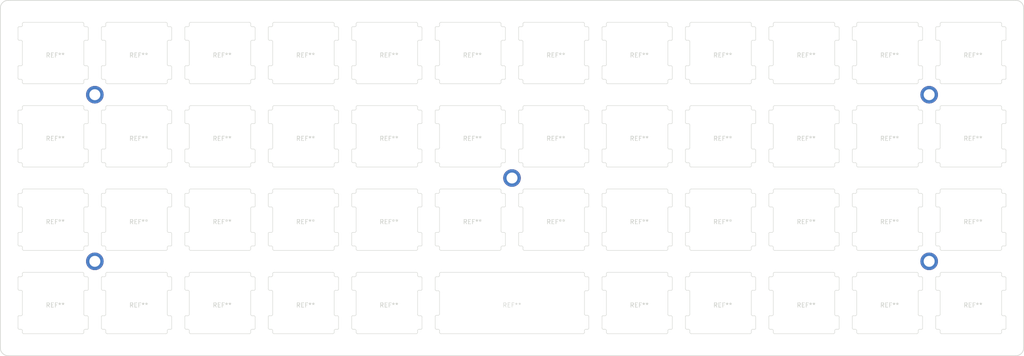
<source format=kicad_pcb>
(kicad_pcb (version 20171130) (host pcbnew 5.0.1)

  (general
    (thickness 1.6)
    (drawings 8)
    (tracks 5)
    (zones 0)
    (modules 47)
    (nets 1)
  )

  (page A4)
  (title_block
    (title SharkPCB)
    (date 2019-02-10)
    (rev V3.0.7)
    (company "Gondolin Electronics")
  )

  (layers
    (0 F.Cu signal)
    (31 B.Cu signal)
    (32 B.Adhes user hide)
    (33 F.Adhes user)
    (34 B.Paste user hide)
    (35 F.Paste user hide)
    (36 B.SilkS user)
    (37 F.SilkS user)
    (38 B.Mask user hide)
    (39 F.Mask user hide)
    (40 Dwgs.User user)
    (41 Cmts.User user)
    (42 Eco1.User user)
    (43 Eco2.User user)
    (44 Edge.Cuts user)
    (45 Margin user hide)
    (46 B.CrtYd user hide)
    (47 F.CrtYd user hide)
    (48 B.Fab user hide)
    (49 F.Fab user hide)
  )

  (setup
    (last_trace_width 0.254)
    (trace_clearance 0.13)
    (zone_clearance 0.127)
    (zone_45_only no)
    (trace_min 0.1)
    (segment_width 0.15)
    (edge_width 0.15)
    (via_size 0.45)
    (via_drill 0.2)
    (via_min_size 0.45)
    (via_min_drill 0.2)
    (uvia_size 0.45)
    (uvia_drill 0.2)
    (uvias_allowed no)
    (uvia_min_size 0.2)
    (uvia_min_drill 0.1)
    (pcb_text_width 0.3)
    (pcb_text_size 1.5 1.5)
    (mod_edge_width 0.15)
    (mod_text_size 1 1)
    (mod_text_width 0.15)
    (pad_size 1 2.2)
    (pad_drill 0.6)
    (pad_to_mask_clearance 0.051)
    (solder_mask_min_width 0.25)
    (aux_axis_origin 0 0)
    (grid_origin 148.463 102.743)
    (visible_elements FFFFFF7F)
    (pcbplotparams
      (layerselection 0x018f0_ffffffff)
      (usegerberextensions true)
      (usegerberattributes false)
      (usegerberadvancedattributes false)
      (creategerberjobfile false)
      (excludeedgelayer false)
      (linewidth 0.100000)
      (plotframeref false)
      (viasonmask false)
      (mode 1)
      (useauxorigin false)
      (hpglpennumber 1)
      (hpglpenspeed 20)
      (hpglpendiameter 15.000000)
      (psnegative false)
      (psa4output false)
      (plotreference true)
      (plotvalue true)
      (plotinvisibletext false)
      (padsonsilk false)
      (subtractmaskfromsilk false)
      (outputformat 1)
      (mirror false)
      (drillshape 0)
      (scaleselection 1)
      (outputdirectory "../../../gerbers/plates/loPro/1Space/"))
  )

  (net 0 "")

  (net_class Default "This is the default net class."
    (clearance 0.13)
    (trace_width 0.254)
    (via_dia 0.45)
    (via_drill 0.2)
    (uvia_dia 0.45)
    (uvia_drill 0.2)
  )

  (net_class Fine ""
    (clearance 0.13)
    (trace_width 0.13)
    (via_dia 0.508)
    (via_drill 0.2032)
    (uvia_dia 0.45)
    (uvia_drill 0.2)
  )

  (module acheronSwitchSlots:slotMX200 (layer F.Cu) (tedit 5C895996) (tstamp 5C7BF16C)
    (at 148.463 131.243)
    (fp_text reference REF** (at 0 0.5) (layer Edge.Cuts)
      (effects (font (size 1 1) (thickness 0.1)))
    )
    (fp_text value slotMX200 (at 0 -0.5) (layer F.Fab)
      (effects (font (size 1 1) (thickness 0.1)))
    )
    (fp_arc (start -17.2 -5.7) (end -17.2 -6) (angle -90) (layer Edge.Cuts) (width 0.1))
    (fp_line (start -16.8 2.8) (end -17.2 2.8) (layer Edge.Cuts) (width 0.1))
    (fp_line (start -17.5 3.1) (end -17.5 5.7) (layer Edge.Cuts) (width 0.1))
    (fp_line (start -17.5 -5.7) (end -17.5 -3.1) (layer Edge.Cuts) (width 0.1))
    (fp_line (start -16.8 -6) (end -17.2 -6) (layer Edge.Cuts) (width 0.1))
    (fp_arc (start -17.2 3.1) (end -17.2 2.8) (angle -90) (layer Edge.Cuts) (width 0.1))
    (fp_arc (start -16.8 -2.5) (end -16.5 -2.5) (angle -90) (layer Edge.Cuts) (width 0.1))
    (fp_arc (start -16.2 6.7) (end -16.5 6.7) (angle -90) (layer Edge.Cuts) (width 0.1))
    (fp_arc (start -16.8 -6.3) (end -16.8 -6) (angle -90) (layer Edge.Cuts) (width 0.1))
    (fp_line (start -16.5 6.3) (end -16.5 6.7) (layer Edge.Cuts) (width 0.1))
    (fp_arc (start -16.8 2.5) (end -16.8 2.8) (angle -90) (layer Edge.Cuts) (width 0.1))
    (fp_arc (start -16.2 -6.7) (end -16.2 -7) (angle -90) (layer Edge.Cuts) (width 0.1))
    (fp_arc (start -16.8 6.3) (end -16.5 6.3) (angle -90) (layer Edge.Cuts) (width 0.1))
    (fp_line (start -17.2 -2.8) (end -16.8 -2.8) (layer Edge.Cuts) (width 0.1))
    (fp_arc (start -17.2 -3.1) (end -17.5 -3.1) (angle -90) (layer Edge.Cuts) (width 0.1))
    (fp_arc (start -17.2 5.7) (end -17.5 5.7) (angle -90) (layer Edge.Cuts) (width 0.1))
    (fp_line (start -16.5 -2.5) (end -16.5 2.5) (layer Edge.Cuts) (width 0.1))
    (fp_line (start -17.2 6) (end -16.8 6) (layer Edge.Cuts) (width 0.1))
    (fp_line (start -16.5 -6.7) (end -16.5 -6.3) (layer Edge.Cuts) (width 0.1))
    (fp_line (start 16.5 6.7) (end 16.5 6.3) (layer Edge.Cuts) (width 0.1))
    (fp_line (start 16.8 6) (end 17.2 6) (layer Edge.Cuts) (width 0.1))
    (fp_line (start 17.5 5.7) (end 17.5 3.1) (layer Edge.Cuts) (width 0.1))
    (fp_arc (start 17.2 5.7) (end 17.2 6) (angle -90) (layer Edge.Cuts) (width 0.1))
    (fp_line (start 16.5 2.5) (end 16.5 -2.5) (layer Edge.Cuts) (width 0.1))
    (fp_arc (start 16.8 6.3) (end 16.8 6) (angle -90) (layer Edge.Cuts) (width 0.1))
    (fp_arc (start 16.8 2.5) (end 16.5 2.5) (angle -90) (layer Edge.Cuts) (width 0.1))
    (fp_arc (start 17.2 3.1) (end 17.5 3.1) (angle -90) (layer Edge.Cuts) (width 0.1))
    (fp_line (start 17.2 2.8) (end 16.8 2.8) (layer Edge.Cuts) (width 0.1))
    (fp_arc (start 16.8 -6.3) (end 16.5 -6.3) (angle -90) (layer Edge.Cuts) (width 0.1))
    (fp_arc (start 17.2 -5.7) (end 17.5 -5.7) (angle -90) (layer Edge.Cuts) (width 0.1))
    (fp_arc (start 17.2 -3.1) (end 17.2 -2.8) (angle -90) (layer Edge.Cuts) (width 0.1))
    (fp_arc (start 16.8 -2.5) (end 16.8 -2.8) (angle -90) (layer Edge.Cuts) (width 0.1))
    (fp_line (start 17.2 -6) (end 16.8 -6) (layer Edge.Cuts) (width 0.1))
    (fp_line (start 17.5 -3.1) (end 17.5 -5.7) (layer Edge.Cuts) (width 0.1))
    (fp_line (start 16.8 -2.8) (end 17.2 -2.8) (layer Edge.Cuts) (width 0.1))
    (fp_arc (start 16.2 6.7) (end 16.2 7) (angle -90) (layer Edge.Cuts) (width 0.1))
    (fp_arc (start 16.2 -6.7) (end 16.5 -6.7) (angle -90) (layer Edge.Cuts) (width 0.1))
    (fp_line (start 16.5 -6.3) (end 16.5 -6.7) (layer Edge.Cuts) (width 0.1))
    (fp_line (start -16.2 7) (end 16.2 7) (layer Edge.Cuts) (width 0.1))
    (fp_line (start 16.2 -7) (end -16.2 -7) (layer Edge.Cuts) (width 0.1))
  )

  (module acheronSwitchSlots:slotMX100 (layer F.Cu) (tedit 5C8958E0) (tstamp 5C70FF96)
    (at 233.963 131.243)
    (fp_text reference REF** (at 0.5 0.5) (layer Edge.Cuts)
      (effects (font (size 1 1) (thickness 0.15)))
    )
    (fp_text value slotMX100 (at 0.5 -0.5) (layer F.Fab)
      (effects (font (size 1 1) (thickness 0.15)))
    )
    (fp_arc (start -7.8 -5.8) (end -7.8 -6) (angle -90) (layer Edge.Cuts) (width 0.1))
    (fp_arc (start -7.7 -3.2) (end -8 -3.2) (angle -90) (layer Edge.Cuts) (width 0.1))
    (fp_arc (start -7.3 -2.6) (end -7 -2.6) (angle -90) (layer Edge.Cuts) (width 0.1))
    (fp_arc (start -7.3 -6.3) (end -7.3 -6) (angle -90) (layer Edge.Cuts) (width 0.1))
    (fp_line (start -8 -5.8) (end -8 -3.2) (layer Edge.Cuts) (width 0.1))
    (fp_line (start -7.3 -2.9) (end -7.7 -2.9) (layer Edge.Cuts) (width 0.1))
    (fp_line (start -7.8 -6) (end -7.3 -6) (layer Edge.Cuts) (width 0.1))
    (fp_arc (start -7.3 6.3) (end -7 6.3) (angle -90) (layer Edge.Cuts) (width 0.1))
    (fp_arc (start -7.7 5.7) (end -8 5.7) (angle -90) (layer Edge.Cuts) (width 0.1))
    (fp_line (start -7.8 2.9) (end -7.3 2.9) (layer Edge.Cuts) (width 0.1))
    (fp_line (start -8 3.1) (end -8 5.7) (layer Edge.Cuts) (width 0.1))
    (fp_line (start -7.3 6) (end -7.7 6) (layer Edge.Cuts) (width 0.1))
    (fp_arc (start -7.3 2.6) (end -7.3 2.9) (angle -90) (layer Edge.Cuts) (width 0.1))
    (fp_arc (start -7.8 3.1) (end -7.8 2.9) (angle -90) (layer Edge.Cuts) (width 0.1))
    (fp_arc (start 7.8 5.8) (end 7.8 6) (angle -90) (layer Edge.Cuts) (width 0.1))
    (fp_arc (start 7.3 6.3) (end 7.3 6) (angle -90) (layer Edge.Cuts) (width 0.1))
    (fp_line (start 7.3 2.9) (end 7.7 2.9) (layer Edge.Cuts) (width 0.1))
    (fp_line (start 8 5.8) (end 8 3.2) (layer Edge.Cuts) (width 0.1))
    (fp_line (start 7.8 6) (end 7.3 6) (layer Edge.Cuts) (width 0.1))
    (fp_arc (start 7.7 3.2) (end 8 3.2) (angle -90) (layer Edge.Cuts) (width 0.1))
    (fp_arc (start 7.3 2.6) (end 7 2.6) (angle -90) (layer Edge.Cuts) (width 0.1))
    (fp_line (start 7 -6.7) (end 7 -6.3) (layer Edge.Cuts) (width 0.1))
    (fp_arc (start 7.7 -5.7) (end 8 -5.7) (angle -90) (layer Edge.Cuts) (width 0.1))
    (fp_arc (start 7.3 -6.3) (end 7 -6.3) (angle -90) (layer Edge.Cuts) (width 0.1))
    (fp_arc (start 6.7 6.7) (end 6.7 7) (angle -90) (layer Edge.Cuts) (width 0.1))
    (fp_line (start 7 2.6) (end 7 -2.6) (layer Edge.Cuts) (width 0.1))
    (fp_line (start 7.8 -2.9) (end 7.3 -2.9) (layer Edge.Cuts) (width 0.1))
    (fp_line (start 8 -3.1) (end 8 -5.7) (layer Edge.Cuts) (width 0.1))
    (fp_line (start 7.3 -6) (end 7.7 -6) (layer Edge.Cuts) (width 0.1))
    (fp_arc (start 7.3 -2.6) (end 7.3 -2.9) (angle -90) (layer Edge.Cuts) (width 0.1))
    (fp_arc (start 7.8 -3.1) (end 7.8 -2.9) (angle -90) (layer Edge.Cuts) (width 0.1))
    (fp_arc (start 6.7 -6.7) (end 7 -6.7) (angle -90) (layer Edge.Cuts) (width 0.1))
    (fp_line (start 7 6.3) (end 7 6.7) (layer Edge.Cuts) (width 0.1))
    (fp_line (start -7 -6.3) (end -7 -6.7) (layer Edge.Cuts) (width 0.1))
    (fp_line (start -7 -2.6) (end -7 2.6) (layer Edge.Cuts) (width 0.1))
    (fp_line (start 6.7 -7) (end -6.7 -7) (layer Edge.Cuts) (width 0.1))
    (fp_arc (start -6.7 -6.7) (end -6.7 -7) (angle -90) (layer Edge.Cuts) (width 0.1))
    (fp_line (start -7 6.7) (end -7 6.3) (layer Edge.Cuts) (width 0.1))
    (fp_arc (start -6.7 6.7) (end -7 6.7) (angle -90) (layer Edge.Cuts) (width 0.1))
    (fp_line (start 6.7 7) (end -6.7 7) (layer Edge.Cuts) (width 0.1))
    (model ${ACHERONLIB}/3d_models/mx_switch.step
      (offset (xyz -7.35 -7.3 1))
      (scale (xyz 1 1 1))
      (rotate (xyz -90 0 0))
    )
  )

  (module acheronSwitchSlots:slotMX100 (layer F.Cu) (tedit 5C8958E0) (tstamp 5C70FF8B)
    (at 233.963 112.243)
    (fp_text reference REF** (at 0.5 0.5) (layer Edge.Cuts)
      (effects (font (size 1 1) (thickness 0.15)))
    )
    (fp_text value slotMX100 (at 0.5 -0.5) (layer F.Fab)
      (effects (font (size 1 1) (thickness 0.15)))
    )
    (fp_arc (start -7.8 -5.8) (end -7.8 -6) (angle -90) (layer Edge.Cuts) (width 0.1))
    (fp_arc (start -7.7 -3.2) (end -8 -3.2) (angle -90) (layer Edge.Cuts) (width 0.1))
    (fp_arc (start -7.3 -2.6) (end -7 -2.6) (angle -90) (layer Edge.Cuts) (width 0.1))
    (fp_arc (start -7.3 -6.3) (end -7.3 -6) (angle -90) (layer Edge.Cuts) (width 0.1))
    (fp_line (start -8 -5.8) (end -8 -3.2) (layer Edge.Cuts) (width 0.1))
    (fp_line (start -7.3 -2.9) (end -7.7 -2.9) (layer Edge.Cuts) (width 0.1))
    (fp_line (start -7.8 -6) (end -7.3 -6) (layer Edge.Cuts) (width 0.1))
    (fp_arc (start -7.3 6.3) (end -7 6.3) (angle -90) (layer Edge.Cuts) (width 0.1))
    (fp_arc (start -7.7 5.7) (end -8 5.7) (angle -90) (layer Edge.Cuts) (width 0.1))
    (fp_line (start -7.8 2.9) (end -7.3 2.9) (layer Edge.Cuts) (width 0.1))
    (fp_line (start -8 3.1) (end -8 5.7) (layer Edge.Cuts) (width 0.1))
    (fp_line (start -7.3 6) (end -7.7 6) (layer Edge.Cuts) (width 0.1))
    (fp_arc (start -7.3 2.6) (end -7.3 2.9) (angle -90) (layer Edge.Cuts) (width 0.1))
    (fp_arc (start -7.8 3.1) (end -7.8 2.9) (angle -90) (layer Edge.Cuts) (width 0.1))
    (fp_arc (start 7.8 5.8) (end 7.8 6) (angle -90) (layer Edge.Cuts) (width 0.1))
    (fp_arc (start 7.3 6.3) (end 7.3 6) (angle -90) (layer Edge.Cuts) (width 0.1))
    (fp_line (start 7.3 2.9) (end 7.7 2.9) (layer Edge.Cuts) (width 0.1))
    (fp_line (start 8 5.8) (end 8 3.2) (layer Edge.Cuts) (width 0.1))
    (fp_line (start 7.8 6) (end 7.3 6) (layer Edge.Cuts) (width 0.1))
    (fp_arc (start 7.7 3.2) (end 8 3.2) (angle -90) (layer Edge.Cuts) (width 0.1))
    (fp_arc (start 7.3 2.6) (end 7 2.6) (angle -90) (layer Edge.Cuts) (width 0.1))
    (fp_line (start 7 -6.7) (end 7 -6.3) (layer Edge.Cuts) (width 0.1))
    (fp_arc (start 7.7 -5.7) (end 8 -5.7) (angle -90) (layer Edge.Cuts) (width 0.1))
    (fp_arc (start 7.3 -6.3) (end 7 -6.3) (angle -90) (layer Edge.Cuts) (width 0.1))
    (fp_arc (start 6.7 6.7) (end 6.7 7) (angle -90) (layer Edge.Cuts) (width 0.1))
    (fp_line (start 7 2.6) (end 7 -2.6) (layer Edge.Cuts) (width 0.1))
    (fp_line (start 7.8 -2.9) (end 7.3 -2.9) (layer Edge.Cuts) (width 0.1))
    (fp_line (start 8 -3.1) (end 8 -5.7) (layer Edge.Cuts) (width 0.1))
    (fp_line (start 7.3 -6) (end 7.7 -6) (layer Edge.Cuts) (width 0.1))
    (fp_arc (start 7.3 -2.6) (end 7.3 -2.9) (angle -90) (layer Edge.Cuts) (width 0.1))
    (fp_arc (start 7.8 -3.1) (end 7.8 -2.9) (angle -90) (layer Edge.Cuts) (width 0.1))
    (fp_arc (start 6.7 -6.7) (end 7 -6.7) (angle -90) (layer Edge.Cuts) (width 0.1))
    (fp_line (start 7 6.3) (end 7 6.7) (layer Edge.Cuts) (width 0.1))
    (fp_line (start -7 -6.3) (end -7 -6.7) (layer Edge.Cuts) (width 0.1))
    (fp_line (start -7 -2.6) (end -7 2.6) (layer Edge.Cuts) (width 0.1))
    (fp_line (start 6.7 -7) (end -6.7 -7) (layer Edge.Cuts) (width 0.1))
    (fp_arc (start -6.7 -6.7) (end -6.7 -7) (angle -90) (layer Edge.Cuts) (width 0.1))
    (fp_line (start -7 6.7) (end -7 6.3) (layer Edge.Cuts) (width 0.1))
    (fp_arc (start -6.7 6.7) (end -7 6.7) (angle -90) (layer Edge.Cuts) (width 0.1))
    (fp_line (start 6.7 7) (end -6.7 7) (layer Edge.Cuts) (width 0.1))
    (model ${ACHERONLIB}/3d_models/mx_switch.step
      (offset (xyz -7.35 -7.3 1))
      (scale (xyz 1 1 1))
      (rotate (xyz -90 0 0))
    )
  )

  (module acheronSwitchSlots:slotMX100 (layer F.Cu) (tedit 5C8958E0) (tstamp 5C70FF80)
    (at 233.963 74.243)
    (fp_text reference REF** (at 0.5 0.5) (layer Edge.Cuts)
      (effects (font (size 1 1) (thickness 0.15)))
    )
    (fp_text value slotMX100 (at 0.5 -0.5) (layer F.Fab)
      (effects (font (size 1 1) (thickness 0.15)))
    )
    (fp_arc (start -7.8 -5.8) (end -7.8 -6) (angle -90) (layer Edge.Cuts) (width 0.1))
    (fp_arc (start -7.7 -3.2) (end -8 -3.2) (angle -90) (layer Edge.Cuts) (width 0.1))
    (fp_arc (start -7.3 -2.6) (end -7 -2.6) (angle -90) (layer Edge.Cuts) (width 0.1))
    (fp_arc (start -7.3 -6.3) (end -7.3 -6) (angle -90) (layer Edge.Cuts) (width 0.1))
    (fp_line (start -8 -5.8) (end -8 -3.2) (layer Edge.Cuts) (width 0.1))
    (fp_line (start -7.3 -2.9) (end -7.7 -2.9) (layer Edge.Cuts) (width 0.1))
    (fp_line (start -7.8 -6) (end -7.3 -6) (layer Edge.Cuts) (width 0.1))
    (fp_arc (start -7.3 6.3) (end -7 6.3) (angle -90) (layer Edge.Cuts) (width 0.1))
    (fp_arc (start -7.7 5.7) (end -8 5.7) (angle -90) (layer Edge.Cuts) (width 0.1))
    (fp_line (start -7.8 2.9) (end -7.3 2.9) (layer Edge.Cuts) (width 0.1))
    (fp_line (start -8 3.1) (end -8 5.7) (layer Edge.Cuts) (width 0.1))
    (fp_line (start -7.3 6) (end -7.7 6) (layer Edge.Cuts) (width 0.1))
    (fp_arc (start -7.3 2.6) (end -7.3 2.9) (angle -90) (layer Edge.Cuts) (width 0.1))
    (fp_arc (start -7.8 3.1) (end -7.8 2.9) (angle -90) (layer Edge.Cuts) (width 0.1))
    (fp_arc (start 7.8 5.8) (end 7.8 6) (angle -90) (layer Edge.Cuts) (width 0.1))
    (fp_arc (start 7.3 6.3) (end 7.3 6) (angle -90) (layer Edge.Cuts) (width 0.1))
    (fp_line (start 7.3 2.9) (end 7.7 2.9) (layer Edge.Cuts) (width 0.1))
    (fp_line (start 8 5.8) (end 8 3.2) (layer Edge.Cuts) (width 0.1))
    (fp_line (start 7.8 6) (end 7.3 6) (layer Edge.Cuts) (width 0.1))
    (fp_arc (start 7.7 3.2) (end 8 3.2) (angle -90) (layer Edge.Cuts) (width 0.1))
    (fp_arc (start 7.3 2.6) (end 7 2.6) (angle -90) (layer Edge.Cuts) (width 0.1))
    (fp_line (start 7 -6.7) (end 7 -6.3) (layer Edge.Cuts) (width 0.1))
    (fp_arc (start 7.7 -5.7) (end 8 -5.7) (angle -90) (layer Edge.Cuts) (width 0.1))
    (fp_arc (start 7.3 -6.3) (end 7 -6.3) (angle -90) (layer Edge.Cuts) (width 0.1))
    (fp_arc (start 6.7 6.7) (end 6.7 7) (angle -90) (layer Edge.Cuts) (width 0.1))
    (fp_line (start 7 2.6) (end 7 -2.6) (layer Edge.Cuts) (width 0.1))
    (fp_line (start 7.8 -2.9) (end 7.3 -2.9) (layer Edge.Cuts) (width 0.1))
    (fp_line (start 8 -3.1) (end 8 -5.7) (layer Edge.Cuts) (width 0.1))
    (fp_line (start 7.3 -6) (end 7.7 -6) (layer Edge.Cuts) (width 0.1))
    (fp_arc (start 7.3 -2.6) (end 7.3 -2.9) (angle -90) (layer Edge.Cuts) (width 0.1))
    (fp_arc (start 7.8 -3.1) (end 7.8 -2.9) (angle -90) (layer Edge.Cuts) (width 0.1))
    (fp_arc (start 6.7 -6.7) (end 7 -6.7) (angle -90) (layer Edge.Cuts) (width 0.1))
    (fp_line (start 7 6.3) (end 7 6.7) (layer Edge.Cuts) (width 0.1))
    (fp_line (start -7 -6.3) (end -7 -6.7) (layer Edge.Cuts) (width 0.1))
    (fp_line (start -7 -2.6) (end -7 2.6) (layer Edge.Cuts) (width 0.1))
    (fp_line (start 6.7 -7) (end -6.7 -7) (layer Edge.Cuts) (width 0.1))
    (fp_arc (start -6.7 -6.7) (end -6.7 -7) (angle -90) (layer Edge.Cuts) (width 0.1))
    (fp_line (start -7 6.7) (end -7 6.3) (layer Edge.Cuts) (width 0.1))
    (fp_arc (start -6.7 6.7) (end -7 6.7) (angle -90) (layer Edge.Cuts) (width 0.1))
    (fp_line (start 6.7 7) (end -6.7 7) (layer Edge.Cuts) (width 0.1))
    (model ${ACHERONLIB}/3d_models/mx_switch.step
      (offset (xyz -7.35 -7.3 1))
      (scale (xyz 1 1 1))
      (rotate (xyz -90 0 0))
    )
  )

  (module acheronSwitchSlots:slotMX100 (layer F.Cu) (tedit 5C8958E0) (tstamp 5C70FDE6)
    (at 81.963 131.243)
    (fp_text reference REF** (at 0.5 0.5) (layer Edge.Cuts)
      (effects (font (size 1 1) (thickness 0.15)))
    )
    (fp_text value slotMX100 (at 0.5 -0.5) (layer F.Fab)
      (effects (font (size 1 1) (thickness 0.15)))
    )
    (fp_arc (start -7.8 -5.8) (end -7.8 -6) (angle -90) (layer Edge.Cuts) (width 0.1))
    (fp_arc (start -7.7 -3.2) (end -8 -3.2) (angle -90) (layer Edge.Cuts) (width 0.1))
    (fp_arc (start -7.3 -2.6) (end -7 -2.6) (angle -90) (layer Edge.Cuts) (width 0.1))
    (fp_arc (start -7.3 -6.3) (end -7.3 -6) (angle -90) (layer Edge.Cuts) (width 0.1))
    (fp_line (start -8 -5.8) (end -8 -3.2) (layer Edge.Cuts) (width 0.1))
    (fp_line (start -7.3 -2.9) (end -7.7 -2.9) (layer Edge.Cuts) (width 0.1))
    (fp_line (start -7.8 -6) (end -7.3 -6) (layer Edge.Cuts) (width 0.1))
    (fp_arc (start -7.3 6.3) (end -7 6.3) (angle -90) (layer Edge.Cuts) (width 0.1))
    (fp_arc (start -7.7 5.7) (end -8 5.7) (angle -90) (layer Edge.Cuts) (width 0.1))
    (fp_line (start -7.8 2.9) (end -7.3 2.9) (layer Edge.Cuts) (width 0.1))
    (fp_line (start -8 3.1) (end -8 5.7) (layer Edge.Cuts) (width 0.1))
    (fp_line (start -7.3 6) (end -7.7 6) (layer Edge.Cuts) (width 0.1))
    (fp_arc (start -7.3 2.6) (end -7.3 2.9) (angle -90) (layer Edge.Cuts) (width 0.1))
    (fp_arc (start -7.8 3.1) (end -7.8 2.9) (angle -90) (layer Edge.Cuts) (width 0.1))
    (fp_arc (start 7.8 5.8) (end 7.8 6) (angle -90) (layer Edge.Cuts) (width 0.1))
    (fp_arc (start 7.3 6.3) (end 7.3 6) (angle -90) (layer Edge.Cuts) (width 0.1))
    (fp_line (start 7.3 2.9) (end 7.7 2.9) (layer Edge.Cuts) (width 0.1))
    (fp_line (start 8 5.8) (end 8 3.2) (layer Edge.Cuts) (width 0.1))
    (fp_line (start 7.8 6) (end 7.3 6) (layer Edge.Cuts) (width 0.1))
    (fp_arc (start 7.7 3.2) (end 8 3.2) (angle -90) (layer Edge.Cuts) (width 0.1))
    (fp_arc (start 7.3 2.6) (end 7 2.6) (angle -90) (layer Edge.Cuts) (width 0.1))
    (fp_line (start 7 -6.7) (end 7 -6.3) (layer Edge.Cuts) (width 0.1))
    (fp_arc (start 7.7 -5.7) (end 8 -5.7) (angle -90) (layer Edge.Cuts) (width 0.1))
    (fp_arc (start 7.3 -6.3) (end 7 -6.3) (angle -90) (layer Edge.Cuts) (width 0.1))
    (fp_arc (start 6.7 6.7) (end 6.7 7) (angle -90) (layer Edge.Cuts) (width 0.1))
    (fp_line (start 7 2.6) (end 7 -2.6) (layer Edge.Cuts) (width 0.1))
    (fp_line (start 7.8 -2.9) (end 7.3 -2.9) (layer Edge.Cuts) (width 0.1))
    (fp_line (start 8 -3.1) (end 8 -5.7) (layer Edge.Cuts) (width 0.1))
    (fp_line (start 7.3 -6) (end 7.7 -6) (layer Edge.Cuts) (width 0.1))
    (fp_arc (start 7.3 -2.6) (end 7.3 -2.9) (angle -90) (layer Edge.Cuts) (width 0.1))
    (fp_arc (start 7.8 -3.1) (end 7.8 -2.9) (angle -90) (layer Edge.Cuts) (width 0.1))
    (fp_arc (start 6.7 -6.7) (end 7 -6.7) (angle -90) (layer Edge.Cuts) (width 0.1))
    (fp_line (start 7 6.3) (end 7 6.7) (layer Edge.Cuts) (width 0.1))
    (fp_line (start -7 -6.3) (end -7 -6.7) (layer Edge.Cuts) (width 0.1))
    (fp_line (start -7 -2.6) (end -7 2.6) (layer Edge.Cuts) (width 0.1))
    (fp_line (start 6.7 -7) (end -6.7 -7) (layer Edge.Cuts) (width 0.1))
    (fp_arc (start -6.7 -6.7) (end -6.7 -7) (angle -90) (layer Edge.Cuts) (width 0.1))
    (fp_line (start -7 6.7) (end -7 6.3) (layer Edge.Cuts) (width 0.1))
    (fp_arc (start -6.7 6.7) (end -7 6.7) (angle -90) (layer Edge.Cuts) (width 0.1))
    (fp_line (start 6.7 7) (end -6.7 7) (layer Edge.Cuts) (width 0.1))
    (model ${ACHERONLIB}/3d_models/mx_switch.step
      (offset (xyz -7.35 -7.3 1))
      (scale (xyz 1 1 1))
      (rotate (xyz -90 0 0))
    )
  )

  (module acheronSwitchSlots:slotMX100 (layer F.Cu) (tedit 5C8958E0) (tstamp 5C70FDDB)
    (at 252.963 131.243)
    (fp_text reference REF** (at 0.5 0.5) (layer Edge.Cuts)
      (effects (font (size 1 1) (thickness 0.15)))
    )
    (fp_text value slotMX100 (at 0.5 -0.5) (layer F.Fab)
      (effects (font (size 1 1) (thickness 0.15)))
    )
    (fp_arc (start -7.8 -5.8) (end -7.8 -6) (angle -90) (layer Edge.Cuts) (width 0.1))
    (fp_arc (start -7.7 -3.2) (end -8 -3.2) (angle -90) (layer Edge.Cuts) (width 0.1))
    (fp_arc (start -7.3 -2.6) (end -7 -2.6) (angle -90) (layer Edge.Cuts) (width 0.1))
    (fp_arc (start -7.3 -6.3) (end -7.3 -6) (angle -90) (layer Edge.Cuts) (width 0.1))
    (fp_line (start -8 -5.8) (end -8 -3.2) (layer Edge.Cuts) (width 0.1))
    (fp_line (start -7.3 -2.9) (end -7.7 -2.9) (layer Edge.Cuts) (width 0.1))
    (fp_line (start -7.8 -6) (end -7.3 -6) (layer Edge.Cuts) (width 0.1))
    (fp_arc (start -7.3 6.3) (end -7 6.3) (angle -90) (layer Edge.Cuts) (width 0.1))
    (fp_arc (start -7.7 5.7) (end -8 5.7) (angle -90) (layer Edge.Cuts) (width 0.1))
    (fp_line (start -7.8 2.9) (end -7.3 2.9) (layer Edge.Cuts) (width 0.1))
    (fp_line (start -8 3.1) (end -8 5.7) (layer Edge.Cuts) (width 0.1))
    (fp_line (start -7.3 6) (end -7.7 6) (layer Edge.Cuts) (width 0.1))
    (fp_arc (start -7.3 2.6) (end -7.3 2.9) (angle -90) (layer Edge.Cuts) (width 0.1))
    (fp_arc (start -7.8 3.1) (end -7.8 2.9) (angle -90) (layer Edge.Cuts) (width 0.1))
    (fp_arc (start 7.8 5.8) (end 7.8 6) (angle -90) (layer Edge.Cuts) (width 0.1))
    (fp_arc (start 7.3 6.3) (end 7.3 6) (angle -90) (layer Edge.Cuts) (width 0.1))
    (fp_line (start 7.3 2.9) (end 7.7 2.9) (layer Edge.Cuts) (width 0.1))
    (fp_line (start 8 5.8) (end 8 3.2) (layer Edge.Cuts) (width 0.1))
    (fp_line (start 7.8 6) (end 7.3 6) (layer Edge.Cuts) (width 0.1))
    (fp_arc (start 7.7 3.2) (end 8 3.2) (angle -90) (layer Edge.Cuts) (width 0.1))
    (fp_arc (start 7.3 2.6) (end 7 2.6) (angle -90) (layer Edge.Cuts) (width 0.1))
    (fp_line (start 7 -6.7) (end 7 -6.3) (layer Edge.Cuts) (width 0.1))
    (fp_arc (start 7.7 -5.7) (end 8 -5.7) (angle -90) (layer Edge.Cuts) (width 0.1))
    (fp_arc (start 7.3 -6.3) (end 7 -6.3) (angle -90) (layer Edge.Cuts) (width 0.1))
    (fp_arc (start 6.7 6.7) (end 6.7 7) (angle -90) (layer Edge.Cuts) (width 0.1))
    (fp_line (start 7 2.6) (end 7 -2.6) (layer Edge.Cuts) (width 0.1))
    (fp_line (start 7.8 -2.9) (end 7.3 -2.9) (layer Edge.Cuts) (width 0.1))
    (fp_line (start 8 -3.1) (end 8 -5.7) (layer Edge.Cuts) (width 0.1))
    (fp_line (start 7.3 -6) (end 7.7 -6) (layer Edge.Cuts) (width 0.1))
    (fp_arc (start 7.3 -2.6) (end 7.3 -2.9) (angle -90) (layer Edge.Cuts) (width 0.1))
    (fp_arc (start 7.8 -3.1) (end 7.8 -2.9) (angle -90) (layer Edge.Cuts) (width 0.1))
    (fp_arc (start 6.7 -6.7) (end 7 -6.7) (angle -90) (layer Edge.Cuts) (width 0.1))
    (fp_line (start 7 6.3) (end 7 6.7) (layer Edge.Cuts) (width 0.1))
    (fp_line (start -7 -6.3) (end -7 -6.7) (layer Edge.Cuts) (width 0.1))
    (fp_line (start -7 -2.6) (end -7 2.6) (layer Edge.Cuts) (width 0.1))
    (fp_line (start 6.7 -7) (end -6.7 -7) (layer Edge.Cuts) (width 0.1))
    (fp_arc (start -6.7 -6.7) (end -6.7 -7) (angle -90) (layer Edge.Cuts) (width 0.1))
    (fp_line (start -7 6.7) (end -7 6.3) (layer Edge.Cuts) (width 0.1))
    (fp_arc (start -6.7 6.7) (end -7 6.7) (angle -90) (layer Edge.Cuts) (width 0.1))
    (fp_line (start 6.7 7) (end -6.7 7) (layer Edge.Cuts) (width 0.1))
    (model ${ACHERONLIB}/3d_models/mx_switch.step
      (offset (xyz -7.35 -7.3 1))
      (scale (xyz 1 1 1))
      (rotate (xyz -90 0 0))
    )
  )

  (module acheronSwitchSlots:slotMX100 (layer F.Cu) (tedit 5C8958E0) (tstamp 5C70FDC5)
    (at 195.963 131.243)
    (fp_text reference REF** (at 0.5 0.5) (layer Edge.Cuts)
      (effects (font (size 1 1) (thickness 0.15)))
    )
    (fp_text value slotMX100 (at 0.5 -0.5) (layer F.Fab)
      (effects (font (size 1 1) (thickness 0.15)))
    )
    (fp_arc (start -7.8 -5.8) (end -7.8 -6) (angle -90) (layer Edge.Cuts) (width 0.1))
    (fp_arc (start -7.7 -3.2) (end -8 -3.2) (angle -90) (layer Edge.Cuts) (width 0.1))
    (fp_arc (start -7.3 -2.6) (end -7 -2.6) (angle -90) (layer Edge.Cuts) (width 0.1))
    (fp_arc (start -7.3 -6.3) (end -7.3 -6) (angle -90) (layer Edge.Cuts) (width 0.1))
    (fp_line (start -8 -5.8) (end -8 -3.2) (layer Edge.Cuts) (width 0.1))
    (fp_line (start -7.3 -2.9) (end -7.7 -2.9) (layer Edge.Cuts) (width 0.1))
    (fp_line (start -7.8 -6) (end -7.3 -6) (layer Edge.Cuts) (width 0.1))
    (fp_arc (start -7.3 6.3) (end -7 6.3) (angle -90) (layer Edge.Cuts) (width 0.1))
    (fp_arc (start -7.7 5.7) (end -8 5.7) (angle -90) (layer Edge.Cuts) (width 0.1))
    (fp_line (start -7.8 2.9) (end -7.3 2.9) (layer Edge.Cuts) (width 0.1))
    (fp_line (start -8 3.1) (end -8 5.7) (layer Edge.Cuts) (width 0.1))
    (fp_line (start -7.3 6) (end -7.7 6) (layer Edge.Cuts) (width 0.1))
    (fp_arc (start -7.3 2.6) (end -7.3 2.9) (angle -90) (layer Edge.Cuts) (width 0.1))
    (fp_arc (start -7.8 3.1) (end -7.8 2.9) (angle -90) (layer Edge.Cuts) (width 0.1))
    (fp_arc (start 7.8 5.8) (end 7.8 6) (angle -90) (layer Edge.Cuts) (width 0.1))
    (fp_arc (start 7.3 6.3) (end 7.3 6) (angle -90) (layer Edge.Cuts) (width 0.1))
    (fp_line (start 7.3 2.9) (end 7.7 2.9) (layer Edge.Cuts) (width 0.1))
    (fp_line (start 8 5.8) (end 8 3.2) (layer Edge.Cuts) (width 0.1))
    (fp_line (start 7.8 6) (end 7.3 6) (layer Edge.Cuts) (width 0.1))
    (fp_arc (start 7.7 3.2) (end 8 3.2) (angle -90) (layer Edge.Cuts) (width 0.1))
    (fp_arc (start 7.3 2.6) (end 7 2.6) (angle -90) (layer Edge.Cuts) (width 0.1))
    (fp_line (start 7 -6.7) (end 7 -6.3) (layer Edge.Cuts) (width 0.1))
    (fp_arc (start 7.7 -5.7) (end 8 -5.7) (angle -90) (layer Edge.Cuts) (width 0.1))
    (fp_arc (start 7.3 -6.3) (end 7 -6.3) (angle -90) (layer Edge.Cuts) (width 0.1))
    (fp_arc (start 6.7 6.7) (end 6.7 7) (angle -90) (layer Edge.Cuts) (width 0.1))
    (fp_line (start 7 2.6) (end 7 -2.6) (layer Edge.Cuts) (width 0.1))
    (fp_line (start 7.8 -2.9) (end 7.3 -2.9) (layer Edge.Cuts) (width 0.1))
    (fp_line (start 8 -3.1) (end 8 -5.7) (layer Edge.Cuts) (width 0.1))
    (fp_line (start 7.3 -6) (end 7.7 -6) (layer Edge.Cuts) (width 0.1))
    (fp_arc (start 7.3 -2.6) (end 7.3 -2.9) (angle -90) (layer Edge.Cuts) (width 0.1))
    (fp_arc (start 7.8 -3.1) (end 7.8 -2.9) (angle -90) (layer Edge.Cuts) (width 0.1))
    (fp_arc (start 6.7 -6.7) (end 7 -6.7) (angle -90) (layer Edge.Cuts) (width 0.1))
    (fp_line (start 7 6.3) (end 7 6.7) (layer Edge.Cuts) (width 0.1))
    (fp_line (start -7 -6.3) (end -7 -6.7) (layer Edge.Cuts) (width 0.1))
    (fp_line (start -7 -2.6) (end -7 2.6) (layer Edge.Cuts) (width 0.1))
    (fp_line (start 6.7 -7) (end -6.7 -7) (layer Edge.Cuts) (width 0.1))
    (fp_arc (start -6.7 -6.7) (end -6.7 -7) (angle -90) (layer Edge.Cuts) (width 0.1))
    (fp_line (start -7 6.7) (end -7 6.3) (layer Edge.Cuts) (width 0.1))
    (fp_arc (start -6.7 6.7) (end -7 6.7) (angle -90) (layer Edge.Cuts) (width 0.1))
    (fp_line (start 6.7 7) (end -6.7 7) (layer Edge.Cuts) (width 0.1))
    (model ${ACHERONLIB}/3d_models/mx_switch.step
      (offset (xyz -7.35 -7.3 1))
      (scale (xyz 1 1 1))
      (rotate (xyz -90 0 0))
    )
  )

  (module acheronSwitchSlots:slotMX100 (layer F.Cu) (tedit 5C8958E0) (tstamp 5C70FDBA)
    (at 176.963 131.243)
    (fp_text reference REF** (at 0.5 0.5) (layer Edge.Cuts)
      (effects (font (size 1 1) (thickness 0.15)))
    )
    (fp_text value slotMX100 (at 0.5 -0.5) (layer F.Fab)
      (effects (font (size 1 1) (thickness 0.15)))
    )
    (fp_arc (start -7.8 -5.8) (end -7.8 -6) (angle -90) (layer Edge.Cuts) (width 0.1))
    (fp_arc (start -7.7 -3.2) (end -8 -3.2) (angle -90) (layer Edge.Cuts) (width 0.1))
    (fp_arc (start -7.3 -2.6) (end -7 -2.6) (angle -90) (layer Edge.Cuts) (width 0.1))
    (fp_arc (start -7.3 -6.3) (end -7.3 -6) (angle -90) (layer Edge.Cuts) (width 0.1))
    (fp_line (start -8 -5.8) (end -8 -3.2) (layer Edge.Cuts) (width 0.1))
    (fp_line (start -7.3 -2.9) (end -7.7 -2.9) (layer Edge.Cuts) (width 0.1))
    (fp_line (start -7.8 -6) (end -7.3 -6) (layer Edge.Cuts) (width 0.1))
    (fp_arc (start -7.3 6.3) (end -7 6.3) (angle -90) (layer Edge.Cuts) (width 0.1))
    (fp_arc (start -7.7 5.7) (end -8 5.7) (angle -90) (layer Edge.Cuts) (width 0.1))
    (fp_line (start -7.8 2.9) (end -7.3 2.9) (layer Edge.Cuts) (width 0.1))
    (fp_line (start -8 3.1) (end -8 5.7) (layer Edge.Cuts) (width 0.1))
    (fp_line (start -7.3 6) (end -7.7 6) (layer Edge.Cuts) (width 0.1))
    (fp_arc (start -7.3 2.6) (end -7.3 2.9) (angle -90) (layer Edge.Cuts) (width 0.1))
    (fp_arc (start -7.8 3.1) (end -7.8 2.9) (angle -90) (layer Edge.Cuts) (width 0.1))
    (fp_arc (start 7.8 5.8) (end 7.8 6) (angle -90) (layer Edge.Cuts) (width 0.1))
    (fp_arc (start 7.3 6.3) (end 7.3 6) (angle -90) (layer Edge.Cuts) (width 0.1))
    (fp_line (start 7.3 2.9) (end 7.7 2.9) (layer Edge.Cuts) (width 0.1))
    (fp_line (start 8 5.8) (end 8 3.2) (layer Edge.Cuts) (width 0.1))
    (fp_line (start 7.8 6) (end 7.3 6) (layer Edge.Cuts) (width 0.1))
    (fp_arc (start 7.7 3.2) (end 8 3.2) (angle -90) (layer Edge.Cuts) (width 0.1))
    (fp_arc (start 7.3 2.6) (end 7 2.6) (angle -90) (layer Edge.Cuts) (width 0.1))
    (fp_line (start 7 -6.7) (end 7 -6.3) (layer Edge.Cuts) (width 0.1))
    (fp_arc (start 7.7 -5.7) (end 8 -5.7) (angle -90) (layer Edge.Cuts) (width 0.1))
    (fp_arc (start 7.3 -6.3) (end 7 -6.3) (angle -90) (layer Edge.Cuts) (width 0.1))
    (fp_arc (start 6.7 6.7) (end 6.7 7) (angle -90) (layer Edge.Cuts) (width 0.1))
    (fp_line (start 7 2.6) (end 7 -2.6) (layer Edge.Cuts) (width 0.1))
    (fp_line (start 7.8 -2.9) (end 7.3 -2.9) (layer Edge.Cuts) (width 0.1))
    (fp_line (start 8 -3.1) (end 8 -5.7) (layer Edge.Cuts) (width 0.1))
    (fp_line (start 7.3 -6) (end 7.7 -6) (layer Edge.Cuts) (width 0.1))
    (fp_arc (start 7.3 -2.6) (end 7.3 -2.9) (angle -90) (layer Edge.Cuts) (width 0.1))
    (fp_arc (start 7.8 -3.1) (end 7.8 -2.9) (angle -90) (layer Edge.Cuts) (width 0.1))
    (fp_arc (start 6.7 -6.7) (end 7 -6.7) (angle -90) (layer Edge.Cuts) (width 0.1))
    (fp_line (start 7 6.3) (end 7 6.7) (layer Edge.Cuts) (width 0.1))
    (fp_line (start -7 -6.3) (end -7 -6.7) (layer Edge.Cuts) (width 0.1))
    (fp_line (start -7 -2.6) (end -7 2.6) (layer Edge.Cuts) (width 0.1))
    (fp_line (start 6.7 -7) (end -6.7 -7) (layer Edge.Cuts) (width 0.1))
    (fp_arc (start -6.7 -6.7) (end -6.7 -7) (angle -90) (layer Edge.Cuts) (width 0.1))
    (fp_line (start -7 6.7) (end -7 6.3) (layer Edge.Cuts) (width 0.1))
    (fp_arc (start -6.7 6.7) (end -7 6.7) (angle -90) (layer Edge.Cuts) (width 0.1))
    (fp_line (start 6.7 7) (end -6.7 7) (layer Edge.Cuts) (width 0.1))
    (model ${ACHERONLIB}/3d_models/mx_switch.step
      (offset (xyz -7.35 -7.3 1))
      (scale (xyz 1 1 1))
      (rotate (xyz -90 0 0))
    )
  )

  (module acheronSwitchSlots:slotMX100 (layer F.Cu) (tedit 5C8958E0) (tstamp 5C70FDA4)
    (at 100.963 131.243)
    (fp_text reference REF** (at 0.5 0.5) (layer Edge.Cuts)
      (effects (font (size 1 1) (thickness 0.15)))
    )
    (fp_text value slotMX100 (at 0.5 -0.5) (layer F.Fab)
      (effects (font (size 1 1) (thickness 0.15)))
    )
    (fp_arc (start -7.8 -5.8) (end -7.8 -6) (angle -90) (layer Edge.Cuts) (width 0.1))
    (fp_arc (start -7.7 -3.2) (end -8 -3.2) (angle -90) (layer Edge.Cuts) (width 0.1))
    (fp_arc (start -7.3 -2.6) (end -7 -2.6) (angle -90) (layer Edge.Cuts) (width 0.1))
    (fp_arc (start -7.3 -6.3) (end -7.3 -6) (angle -90) (layer Edge.Cuts) (width 0.1))
    (fp_line (start -8 -5.8) (end -8 -3.2) (layer Edge.Cuts) (width 0.1))
    (fp_line (start -7.3 -2.9) (end -7.7 -2.9) (layer Edge.Cuts) (width 0.1))
    (fp_line (start -7.8 -6) (end -7.3 -6) (layer Edge.Cuts) (width 0.1))
    (fp_arc (start -7.3 6.3) (end -7 6.3) (angle -90) (layer Edge.Cuts) (width 0.1))
    (fp_arc (start -7.7 5.7) (end -8 5.7) (angle -90) (layer Edge.Cuts) (width 0.1))
    (fp_line (start -7.8 2.9) (end -7.3 2.9) (layer Edge.Cuts) (width 0.1))
    (fp_line (start -8 3.1) (end -8 5.7) (layer Edge.Cuts) (width 0.1))
    (fp_line (start -7.3 6) (end -7.7 6) (layer Edge.Cuts) (width 0.1))
    (fp_arc (start -7.3 2.6) (end -7.3 2.9) (angle -90) (layer Edge.Cuts) (width 0.1))
    (fp_arc (start -7.8 3.1) (end -7.8 2.9) (angle -90) (layer Edge.Cuts) (width 0.1))
    (fp_arc (start 7.8 5.8) (end 7.8 6) (angle -90) (layer Edge.Cuts) (width 0.1))
    (fp_arc (start 7.3 6.3) (end 7.3 6) (angle -90) (layer Edge.Cuts) (width 0.1))
    (fp_line (start 7.3 2.9) (end 7.7 2.9) (layer Edge.Cuts) (width 0.1))
    (fp_line (start 8 5.8) (end 8 3.2) (layer Edge.Cuts) (width 0.1))
    (fp_line (start 7.8 6) (end 7.3 6) (layer Edge.Cuts) (width 0.1))
    (fp_arc (start 7.7 3.2) (end 8 3.2) (angle -90) (layer Edge.Cuts) (width 0.1))
    (fp_arc (start 7.3 2.6) (end 7 2.6) (angle -90) (layer Edge.Cuts) (width 0.1))
    (fp_line (start 7 -6.7) (end 7 -6.3) (layer Edge.Cuts) (width 0.1))
    (fp_arc (start 7.7 -5.7) (end 8 -5.7) (angle -90) (layer Edge.Cuts) (width 0.1))
    (fp_arc (start 7.3 -6.3) (end 7 -6.3) (angle -90) (layer Edge.Cuts) (width 0.1))
    (fp_arc (start 6.7 6.7) (end 6.7 7) (angle -90) (layer Edge.Cuts) (width 0.1))
    (fp_line (start 7 2.6) (end 7 -2.6) (layer Edge.Cuts) (width 0.1))
    (fp_line (start 7.8 -2.9) (end 7.3 -2.9) (layer Edge.Cuts) (width 0.1))
    (fp_line (start 8 -3.1) (end 8 -5.7) (layer Edge.Cuts) (width 0.1))
    (fp_line (start 7.3 -6) (end 7.7 -6) (layer Edge.Cuts) (width 0.1))
    (fp_arc (start 7.3 -2.6) (end 7.3 -2.9) (angle -90) (layer Edge.Cuts) (width 0.1))
    (fp_arc (start 7.8 -3.1) (end 7.8 -2.9) (angle -90) (layer Edge.Cuts) (width 0.1))
    (fp_arc (start 6.7 -6.7) (end 7 -6.7) (angle -90) (layer Edge.Cuts) (width 0.1))
    (fp_line (start 7 6.3) (end 7 6.7) (layer Edge.Cuts) (width 0.1))
    (fp_line (start -7 -6.3) (end -7 -6.7) (layer Edge.Cuts) (width 0.1))
    (fp_line (start -7 -2.6) (end -7 2.6) (layer Edge.Cuts) (width 0.1))
    (fp_line (start 6.7 -7) (end -6.7 -7) (layer Edge.Cuts) (width 0.1))
    (fp_arc (start -6.7 -6.7) (end -6.7 -7) (angle -90) (layer Edge.Cuts) (width 0.1))
    (fp_line (start -7 6.7) (end -7 6.3) (layer Edge.Cuts) (width 0.1))
    (fp_arc (start -6.7 6.7) (end -7 6.7) (angle -90) (layer Edge.Cuts) (width 0.1))
    (fp_line (start 6.7 7) (end -6.7 7) (layer Edge.Cuts) (width 0.1))
    (model ${ACHERONLIB}/3d_models/mx_switch.step
      (offset (xyz -7.35 -7.3 1))
      (scale (xyz 1 1 1))
      (rotate (xyz -90 0 0))
    )
  )

  (module acheronSwitchSlots:slotMX100 (layer F.Cu) (tedit 5C8958E0) (tstamp 5C70FD99)
    (at 119.963 131.243)
    (fp_text reference REF** (at 0.5 0.5) (layer Edge.Cuts)
      (effects (font (size 1 1) (thickness 0.15)))
    )
    (fp_text value slotMX100 (at 0.5 -0.5) (layer F.Fab)
      (effects (font (size 1 1) (thickness 0.15)))
    )
    (fp_arc (start -7.8 -5.8) (end -7.8 -6) (angle -90) (layer Edge.Cuts) (width 0.1))
    (fp_arc (start -7.7 -3.2) (end -8 -3.2) (angle -90) (layer Edge.Cuts) (width 0.1))
    (fp_arc (start -7.3 -2.6) (end -7 -2.6) (angle -90) (layer Edge.Cuts) (width 0.1))
    (fp_arc (start -7.3 -6.3) (end -7.3 -6) (angle -90) (layer Edge.Cuts) (width 0.1))
    (fp_line (start -8 -5.8) (end -8 -3.2) (layer Edge.Cuts) (width 0.1))
    (fp_line (start -7.3 -2.9) (end -7.7 -2.9) (layer Edge.Cuts) (width 0.1))
    (fp_line (start -7.8 -6) (end -7.3 -6) (layer Edge.Cuts) (width 0.1))
    (fp_arc (start -7.3 6.3) (end -7 6.3) (angle -90) (layer Edge.Cuts) (width 0.1))
    (fp_arc (start -7.7 5.7) (end -8 5.7) (angle -90) (layer Edge.Cuts) (width 0.1))
    (fp_line (start -7.8 2.9) (end -7.3 2.9) (layer Edge.Cuts) (width 0.1))
    (fp_line (start -8 3.1) (end -8 5.7) (layer Edge.Cuts) (width 0.1))
    (fp_line (start -7.3 6) (end -7.7 6) (layer Edge.Cuts) (width 0.1))
    (fp_arc (start -7.3 2.6) (end -7.3 2.9) (angle -90) (layer Edge.Cuts) (width 0.1))
    (fp_arc (start -7.8 3.1) (end -7.8 2.9) (angle -90) (layer Edge.Cuts) (width 0.1))
    (fp_arc (start 7.8 5.8) (end 7.8 6) (angle -90) (layer Edge.Cuts) (width 0.1))
    (fp_arc (start 7.3 6.3) (end 7.3 6) (angle -90) (layer Edge.Cuts) (width 0.1))
    (fp_line (start 7.3 2.9) (end 7.7 2.9) (layer Edge.Cuts) (width 0.1))
    (fp_line (start 8 5.8) (end 8 3.2) (layer Edge.Cuts) (width 0.1))
    (fp_line (start 7.8 6) (end 7.3 6) (layer Edge.Cuts) (width 0.1))
    (fp_arc (start 7.7 3.2) (end 8 3.2) (angle -90) (layer Edge.Cuts) (width 0.1))
    (fp_arc (start 7.3 2.6) (end 7 2.6) (angle -90) (layer Edge.Cuts) (width 0.1))
    (fp_line (start 7 -6.7) (end 7 -6.3) (layer Edge.Cuts) (width 0.1))
    (fp_arc (start 7.7 -5.7) (end 8 -5.7) (angle -90) (layer Edge.Cuts) (width 0.1))
    (fp_arc (start 7.3 -6.3) (end 7 -6.3) (angle -90) (layer Edge.Cuts) (width 0.1))
    (fp_arc (start 6.7 6.7) (end 6.7 7) (angle -90) (layer Edge.Cuts) (width 0.1))
    (fp_line (start 7 2.6) (end 7 -2.6) (layer Edge.Cuts) (width 0.1))
    (fp_line (start 7.8 -2.9) (end 7.3 -2.9) (layer Edge.Cuts) (width 0.1))
    (fp_line (start 8 -3.1) (end 8 -5.7) (layer Edge.Cuts) (width 0.1))
    (fp_line (start 7.3 -6) (end 7.7 -6) (layer Edge.Cuts) (width 0.1))
    (fp_arc (start 7.3 -2.6) (end 7.3 -2.9) (angle -90) (layer Edge.Cuts) (width 0.1))
    (fp_arc (start 7.8 -3.1) (end 7.8 -2.9) (angle -90) (layer Edge.Cuts) (width 0.1))
    (fp_arc (start 6.7 -6.7) (end 7 -6.7) (angle -90) (layer Edge.Cuts) (width 0.1))
    (fp_line (start 7 6.3) (end 7 6.7) (layer Edge.Cuts) (width 0.1))
    (fp_line (start -7 -6.3) (end -7 -6.7) (layer Edge.Cuts) (width 0.1))
    (fp_line (start -7 -2.6) (end -7 2.6) (layer Edge.Cuts) (width 0.1))
    (fp_line (start 6.7 -7) (end -6.7 -7) (layer Edge.Cuts) (width 0.1))
    (fp_arc (start -6.7 -6.7) (end -6.7 -7) (angle -90) (layer Edge.Cuts) (width 0.1))
    (fp_line (start -7 6.7) (end -7 6.3) (layer Edge.Cuts) (width 0.1))
    (fp_arc (start -6.7 6.7) (end -7 6.7) (angle -90) (layer Edge.Cuts) (width 0.1))
    (fp_line (start 6.7 7) (end -6.7 7) (layer Edge.Cuts) (width 0.1))
    (model ${ACHERONLIB}/3d_models/mx_switch.step
      (offset (xyz -7.35 -7.3 1))
      (scale (xyz 1 1 1))
      (rotate (xyz -90 0 0))
    )
  )

  (module acheronSwitchSlots:slotMX100 (layer F.Cu) (tedit 5C8958E0) (tstamp 5C70FD8E)
    (at 214.963 131.243)
    (fp_text reference REF** (at 0.5 0.5) (layer Edge.Cuts)
      (effects (font (size 1 1) (thickness 0.15)))
    )
    (fp_text value slotMX100 (at 0.5 -0.5) (layer F.Fab)
      (effects (font (size 1 1) (thickness 0.15)))
    )
    (fp_arc (start -7.8 -5.8) (end -7.8 -6) (angle -90) (layer Edge.Cuts) (width 0.1))
    (fp_arc (start -7.7 -3.2) (end -8 -3.2) (angle -90) (layer Edge.Cuts) (width 0.1))
    (fp_arc (start -7.3 -2.6) (end -7 -2.6) (angle -90) (layer Edge.Cuts) (width 0.1))
    (fp_arc (start -7.3 -6.3) (end -7.3 -6) (angle -90) (layer Edge.Cuts) (width 0.1))
    (fp_line (start -8 -5.8) (end -8 -3.2) (layer Edge.Cuts) (width 0.1))
    (fp_line (start -7.3 -2.9) (end -7.7 -2.9) (layer Edge.Cuts) (width 0.1))
    (fp_line (start -7.8 -6) (end -7.3 -6) (layer Edge.Cuts) (width 0.1))
    (fp_arc (start -7.3 6.3) (end -7 6.3) (angle -90) (layer Edge.Cuts) (width 0.1))
    (fp_arc (start -7.7 5.7) (end -8 5.7) (angle -90) (layer Edge.Cuts) (width 0.1))
    (fp_line (start -7.8 2.9) (end -7.3 2.9) (layer Edge.Cuts) (width 0.1))
    (fp_line (start -8 3.1) (end -8 5.7) (layer Edge.Cuts) (width 0.1))
    (fp_line (start -7.3 6) (end -7.7 6) (layer Edge.Cuts) (width 0.1))
    (fp_arc (start -7.3 2.6) (end -7.3 2.9) (angle -90) (layer Edge.Cuts) (width 0.1))
    (fp_arc (start -7.8 3.1) (end -7.8 2.9) (angle -90) (layer Edge.Cuts) (width 0.1))
    (fp_arc (start 7.8 5.8) (end 7.8 6) (angle -90) (layer Edge.Cuts) (width 0.1))
    (fp_arc (start 7.3 6.3) (end 7.3 6) (angle -90) (layer Edge.Cuts) (width 0.1))
    (fp_line (start 7.3 2.9) (end 7.7 2.9) (layer Edge.Cuts) (width 0.1))
    (fp_line (start 8 5.8) (end 8 3.2) (layer Edge.Cuts) (width 0.1))
    (fp_line (start 7.8 6) (end 7.3 6) (layer Edge.Cuts) (width 0.1))
    (fp_arc (start 7.7 3.2) (end 8 3.2) (angle -90) (layer Edge.Cuts) (width 0.1))
    (fp_arc (start 7.3 2.6) (end 7 2.6) (angle -90) (layer Edge.Cuts) (width 0.1))
    (fp_line (start 7 -6.7) (end 7 -6.3) (layer Edge.Cuts) (width 0.1))
    (fp_arc (start 7.7 -5.7) (end 8 -5.7) (angle -90) (layer Edge.Cuts) (width 0.1))
    (fp_arc (start 7.3 -6.3) (end 7 -6.3) (angle -90) (layer Edge.Cuts) (width 0.1))
    (fp_arc (start 6.7 6.7) (end 6.7 7) (angle -90) (layer Edge.Cuts) (width 0.1))
    (fp_line (start 7 2.6) (end 7 -2.6) (layer Edge.Cuts) (width 0.1))
    (fp_line (start 7.8 -2.9) (end 7.3 -2.9) (layer Edge.Cuts) (width 0.1))
    (fp_line (start 8 -3.1) (end 8 -5.7) (layer Edge.Cuts) (width 0.1))
    (fp_line (start 7.3 -6) (end 7.7 -6) (layer Edge.Cuts) (width 0.1))
    (fp_arc (start 7.3 -2.6) (end 7.3 -2.9) (angle -90) (layer Edge.Cuts) (width 0.1))
    (fp_arc (start 7.8 -3.1) (end 7.8 -2.9) (angle -90) (layer Edge.Cuts) (width 0.1))
    (fp_arc (start 6.7 -6.7) (end 7 -6.7) (angle -90) (layer Edge.Cuts) (width 0.1))
    (fp_line (start 7 6.3) (end 7 6.7) (layer Edge.Cuts) (width 0.1))
    (fp_line (start -7 -6.3) (end -7 -6.7) (layer Edge.Cuts) (width 0.1))
    (fp_line (start -7 -2.6) (end -7 2.6) (layer Edge.Cuts) (width 0.1))
    (fp_line (start 6.7 -7) (end -6.7 -7) (layer Edge.Cuts) (width 0.1))
    (fp_arc (start -6.7 -6.7) (end -6.7 -7) (angle -90) (layer Edge.Cuts) (width 0.1))
    (fp_line (start -7 6.7) (end -7 6.3) (layer Edge.Cuts) (width 0.1))
    (fp_arc (start -6.7 6.7) (end -7 6.7) (angle -90) (layer Edge.Cuts) (width 0.1))
    (fp_line (start 6.7 7) (end -6.7 7) (layer Edge.Cuts) (width 0.1))
    (model ${ACHERONLIB}/3d_models/mx_switch.step
      (offset (xyz -7.35 -7.3 1))
      (scale (xyz 1 1 1))
      (rotate (xyz -90 0 0))
    )
  )

  (module acheronSwitchSlots:slotMX100 (layer F.Cu) (tedit 5C8958E0) (tstamp 5C70FD83)
    (at 62.963 131.243)
    (fp_text reference REF** (at 0.5 0.5) (layer Edge.Cuts)
      (effects (font (size 1 1) (thickness 0.15)))
    )
    (fp_text value slotMX100 (at 0.5 -0.5) (layer F.Fab)
      (effects (font (size 1 1) (thickness 0.15)))
    )
    (fp_arc (start -7.8 -5.8) (end -7.8 -6) (angle -90) (layer Edge.Cuts) (width 0.1))
    (fp_arc (start -7.7 -3.2) (end -8 -3.2) (angle -90) (layer Edge.Cuts) (width 0.1))
    (fp_arc (start -7.3 -2.6) (end -7 -2.6) (angle -90) (layer Edge.Cuts) (width 0.1))
    (fp_arc (start -7.3 -6.3) (end -7.3 -6) (angle -90) (layer Edge.Cuts) (width 0.1))
    (fp_line (start -8 -5.8) (end -8 -3.2) (layer Edge.Cuts) (width 0.1))
    (fp_line (start -7.3 -2.9) (end -7.7 -2.9) (layer Edge.Cuts) (width 0.1))
    (fp_line (start -7.8 -6) (end -7.3 -6) (layer Edge.Cuts) (width 0.1))
    (fp_arc (start -7.3 6.3) (end -7 6.3) (angle -90) (layer Edge.Cuts) (width 0.1))
    (fp_arc (start -7.7 5.7) (end -8 5.7) (angle -90) (layer Edge.Cuts) (width 0.1))
    (fp_line (start -7.8 2.9) (end -7.3 2.9) (layer Edge.Cuts) (width 0.1))
    (fp_line (start -8 3.1) (end -8 5.7) (layer Edge.Cuts) (width 0.1))
    (fp_line (start -7.3 6) (end -7.7 6) (layer Edge.Cuts) (width 0.1))
    (fp_arc (start -7.3 2.6) (end -7.3 2.9) (angle -90) (layer Edge.Cuts) (width 0.1))
    (fp_arc (start -7.8 3.1) (end -7.8 2.9) (angle -90) (layer Edge.Cuts) (width 0.1))
    (fp_arc (start 7.8 5.8) (end 7.8 6) (angle -90) (layer Edge.Cuts) (width 0.1))
    (fp_arc (start 7.3 6.3) (end 7.3 6) (angle -90) (layer Edge.Cuts) (width 0.1))
    (fp_line (start 7.3 2.9) (end 7.7 2.9) (layer Edge.Cuts) (width 0.1))
    (fp_line (start 8 5.8) (end 8 3.2) (layer Edge.Cuts) (width 0.1))
    (fp_line (start 7.8 6) (end 7.3 6) (layer Edge.Cuts) (width 0.1))
    (fp_arc (start 7.7 3.2) (end 8 3.2) (angle -90) (layer Edge.Cuts) (width 0.1))
    (fp_arc (start 7.3 2.6) (end 7 2.6) (angle -90) (layer Edge.Cuts) (width 0.1))
    (fp_line (start 7 -6.7) (end 7 -6.3) (layer Edge.Cuts) (width 0.1))
    (fp_arc (start 7.7 -5.7) (end 8 -5.7) (angle -90) (layer Edge.Cuts) (width 0.1))
    (fp_arc (start 7.3 -6.3) (end 7 -6.3) (angle -90) (layer Edge.Cuts) (width 0.1))
    (fp_arc (start 6.7 6.7) (end 6.7 7) (angle -90) (layer Edge.Cuts) (width 0.1))
    (fp_line (start 7 2.6) (end 7 -2.6) (layer Edge.Cuts) (width 0.1))
    (fp_line (start 7.8 -2.9) (end 7.3 -2.9) (layer Edge.Cuts) (width 0.1))
    (fp_line (start 8 -3.1) (end 8 -5.7) (layer Edge.Cuts) (width 0.1))
    (fp_line (start 7.3 -6) (end 7.7 -6) (layer Edge.Cuts) (width 0.1))
    (fp_arc (start 7.3 -2.6) (end 7.3 -2.9) (angle -90) (layer Edge.Cuts) (width 0.1))
    (fp_arc (start 7.8 -3.1) (end 7.8 -2.9) (angle -90) (layer Edge.Cuts) (width 0.1))
    (fp_arc (start 6.7 -6.7) (end 7 -6.7) (angle -90) (layer Edge.Cuts) (width 0.1))
    (fp_line (start 7 6.3) (end 7 6.7) (layer Edge.Cuts) (width 0.1))
    (fp_line (start -7 -6.3) (end -7 -6.7) (layer Edge.Cuts) (width 0.1))
    (fp_line (start -7 -2.6) (end -7 2.6) (layer Edge.Cuts) (width 0.1))
    (fp_line (start 6.7 -7) (end -6.7 -7) (layer Edge.Cuts) (width 0.1))
    (fp_arc (start -6.7 -6.7) (end -6.7 -7) (angle -90) (layer Edge.Cuts) (width 0.1))
    (fp_line (start -7 6.7) (end -7 6.3) (layer Edge.Cuts) (width 0.1))
    (fp_arc (start -6.7 6.7) (end -7 6.7) (angle -90) (layer Edge.Cuts) (width 0.1))
    (fp_line (start 6.7 7) (end -6.7 7) (layer Edge.Cuts) (width 0.1))
    (model ${ACHERONLIB}/3d_models/mx_switch.step
      (offset (xyz -7.35 -7.3 1))
      (scale (xyz 1 1 1))
      (rotate (xyz -90 0 0))
    )
  )

  (module acheronSwitchSlots:slotMX100 (layer F.Cu) (tedit 5C8958E0) (tstamp 5C70FD78)
    (at 43.963 131.243)
    (fp_text reference REF** (at 0.5 0.5) (layer Edge.Cuts)
      (effects (font (size 1 1) (thickness 0.15)))
    )
    (fp_text value slotMX100 (at 0.5 -0.5) (layer F.Fab)
      (effects (font (size 1 1) (thickness 0.15)))
    )
    (fp_arc (start -7.8 -5.8) (end -7.8 -6) (angle -90) (layer Edge.Cuts) (width 0.1))
    (fp_arc (start -7.7 -3.2) (end -8 -3.2) (angle -90) (layer Edge.Cuts) (width 0.1))
    (fp_arc (start -7.3 -2.6) (end -7 -2.6) (angle -90) (layer Edge.Cuts) (width 0.1))
    (fp_arc (start -7.3 -6.3) (end -7.3 -6) (angle -90) (layer Edge.Cuts) (width 0.1))
    (fp_line (start -8 -5.8) (end -8 -3.2) (layer Edge.Cuts) (width 0.1))
    (fp_line (start -7.3 -2.9) (end -7.7 -2.9) (layer Edge.Cuts) (width 0.1))
    (fp_line (start -7.8 -6) (end -7.3 -6) (layer Edge.Cuts) (width 0.1))
    (fp_arc (start -7.3 6.3) (end -7 6.3) (angle -90) (layer Edge.Cuts) (width 0.1))
    (fp_arc (start -7.7 5.7) (end -8 5.7) (angle -90) (layer Edge.Cuts) (width 0.1))
    (fp_line (start -7.8 2.9) (end -7.3 2.9) (layer Edge.Cuts) (width 0.1))
    (fp_line (start -8 3.1) (end -8 5.7) (layer Edge.Cuts) (width 0.1))
    (fp_line (start -7.3 6) (end -7.7 6) (layer Edge.Cuts) (width 0.1))
    (fp_arc (start -7.3 2.6) (end -7.3 2.9) (angle -90) (layer Edge.Cuts) (width 0.1))
    (fp_arc (start -7.8 3.1) (end -7.8 2.9) (angle -90) (layer Edge.Cuts) (width 0.1))
    (fp_arc (start 7.8 5.8) (end 7.8 6) (angle -90) (layer Edge.Cuts) (width 0.1))
    (fp_arc (start 7.3 6.3) (end 7.3 6) (angle -90) (layer Edge.Cuts) (width 0.1))
    (fp_line (start 7.3 2.9) (end 7.7 2.9) (layer Edge.Cuts) (width 0.1))
    (fp_line (start 8 5.8) (end 8 3.2) (layer Edge.Cuts) (width 0.1))
    (fp_line (start 7.8 6) (end 7.3 6) (layer Edge.Cuts) (width 0.1))
    (fp_arc (start 7.7 3.2) (end 8 3.2) (angle -90) (layer Edge.Cuts) (width 0.1))
    (fp_arc (start 7.3 2.6) (end 7 2.6) (angle -90) (layer Edge.Cuts) (width 0.1))
    (fp_line (start 7 -6.7) (end 7 -6.3) (layer Edge.Cuts) (width 0.1))
    (fp_arc (start 7.7 -5.7) (end 8 -5.7) (angle -90) (layer Edge.Cuts) (width 0.1))
    (fp_arc (start 7.3 -6.3) (end 7 -6.3) (angle -90) (layer Edge.Cuts) (width 0.1))
    (fp_arc (start 6.7 6.7) (end 6.7 7) (angle -90) (layer Edge.Cuts) (width 0.1))
    (fp_line (start 7 2.6) (end 7 -2.6) (layer Edge.Cuts) (width 0.1))
    (fp_line (start 7.8 -2.9) (end 7.3 -2.9) (layer Edge.Cuts) (width 0.1))
    (fp_line (start 8 -3.1) (end 8 -5.7) (layer Edge.Cuts) (width 0.1))
    (fp_line (start 7.3 -6) (end 7.7 -6) (layer Edge.Cuts) (width 0.1))
    (fp_arc (start 7.3 -2.6) (end 7.3 -2.9) (angle -90) (layer Edge.Cuts) (width 0.1))
    (fp_arc (start 7.8 -3.1) (end 7.8 -2.9) (angle -90) (layer Edge.Cuts) (width 0.1))
    (fp_arc (start 6.7 -6.7) (end 7 -6.7) (angle -90) (layer Edge.Cuts) (width 0.1))
    (fp_line (start 7 6.3) (end 7 6.7) (layer Edge.Cuts) (width 0.1))
    (fp_line (start -7 -6.3) (end -7 -6.7) (layer Edge.Cuts) (width 0.1))
    (fp_line (start -7 -2.6) (end -7 2.6) (layer Edge.Cuts) (width 0.1))
    (fp_line (start 6.7 -7) (end -6.7 -7) (layer Edge.Cuts) (width 0.1))
    (fp_arc (start -6.7 -6.7) (end -6.7 -7) (angle -90) (layer Edge.Cuts) (width 0.1))
    (fp_line (start -7 6.7) (end -7 6.3) (layer Edge.Cuts) (width 0.1))
    (fp_arc (start -6.7 6.7) (end -7 6.7) (angle -90) (layer Edge.Cuts) (width 0.1))
    (fp_line (start 6.7 7) (end -6.7 7) (layer Edge.Cuts) (width 0.1))
    (model ${ACHERONLIB}/3d_models/mx_switch.step
      (offset (xyz -7.35 -7.3 1))
      (scale (xyz 1 1 1))
      (rotate (xyz -90 0 0))
    )
  )

  (module acheronSwitchSlots:slotMX100 (layer F.Cu) (tedit 5C8958E0) (tstamp 5C70FCF4)
    (at 195.963 112.243)
    (fp_text reference REF** (at 0.5 0.5) (layer Edge.Cuts)
      (effects (font (size 1 1) (thickness 0.15)))
    )
    (fp_text value slotMX100 (at 0.5 -0.5) (layer F.Fab)
      (effects (font (size 1 1) (thickness 0.15)))
    )
    (fp_arc (start -7.8 -5.8) (end -7.8 -6) (angle -90) (layer Edge.Cuts) (width 0.1))
    (fp_arc (start -7.7 -3.2) (end -8 -3.2) (angle -90) (layer Edge.Cuts) (width 0.1))
    (fp_arc (start -7.3 -2.6) (end -7 -2.6) (angle -90) (layer Edge.Cuts) (width 0.1))
    (fp_arc (start -7.3 -6.3) (end -7.3 -6) (angle -90) (layer Edge.Cuts) (width 0.1))
    (fp_line (start -8 -5.8) (end -8 -3.2) (layer Edge.Cuts) (width 0.1))
    (fp_line (start -7.3 -2.9) (end -7.7 -2.9) (layer Edge.Cuts) (width 0.1))
    (fp_line (start -7.8 -6) (end -7.3 -6) (layer Edge.Cuts) (width 0.1))
    (fp_arc (start -7.3 6.3) (end -7 6.3) (angle -90) (layer Edge.Cuts) (width 0.1))
    (fp_arc (start -7.7 5.7) (end -8 5.7) (angle -90) (layer Edge.Cuts) (width 0.1))
    (fp_line (start -7.8 2.9) (end -7.3 2.9) (layer Edge.Cuts) (width 0.1))
    (fp_line (start -8 3.1) (end -8 5.7) (layer Edge.Cuts) (width 0.1))
    (fp_line (start -7.3 6) (end -7.7 6) (layer Edge.Cuts) (width 0.1))
    (fp_arc (start -7.3 2.6) (end -7.3 2.9) (angle -90) (layer Edge.Cuts) (width 0.1))
    (fp_arc (start -7.8 3.1) (end -7.8 2.9) (angle -90) (layer Edge.Cuts) (width 0.1))
    (fp_arc (start 7.8 5.8) (end 7.8 6) (angle -90) (layer Edge.Cuts) (width 0.1))
    (fp_arc (start 7.3 6.3) (end 7.3 6) (angle -90) (layer Edge.Cuts) (width 0.1))
    (fp_line (start 7.3 2.9) (end 7.7 2.9) (layer Edge.Cuts) (width 0.1))
    (fp_line (start 8 5.8) (end 8 3.2) (layer Edge.Cuts) (width 0.1))
    (fp_line (start 7.8 6) (end 7.3 6) (layer Edge.Cuts) (width 0.1))
    (fp_arc (start 7.7 3.2) (end 8 3.2) (angle -90) (layer Edge.Cuts) (width 0.1))
    (fp_arc (start 7.3 2.6) (end 7 2.6) (angle -90) (layer Edge.Cuts) (width 0.1))
    (fp_line (start 7 -6.7) (end 7 -6.3) (layer Edge.Cuts) (width 0.1))
    (fp_arc (start 7.7 -5.7) (end 8 -5.7) (angle -90) (layer Edge.Cuts) (width 0.1))
    (fp_arc (start 7.3 -6.3) (end 7 -6.3) (angle -90) (layer Edge.Cuts) (width 0.1))
    (fp_arc (start 6.7 6.7) (end 6.7 7) (angle -90) (layer Edge.Cuts) (width 0.1))
    (fp_line (start 7 2.6) (end 7 -2.6) (layer Edge.Cuts) (width 0.1))
    (fp_line (start 7.8 -2.9) (end 7.3 -2.9) (layer Edge.Cuts) (width 0.1))
    (fp_line (start 8 -3.1) (end 8 -5.7) (layer Edge.Cuts) (width 0.1))
    (fp_line (start 7.3 -6) (end 7.7 -6) (layer Edge.Cuts) (width 0.1))
    (fp_arc (start 7.3 -2.6) (end 7.3 -2.9) (angle -90) (layer Edge.Cuts) (width 0.1))
    (fp_arc (start 7.8 -3.1) (end 7.8 -2.9) (angle -90) (layer Edge.Cuts) (width 0.1))
    (fp_arc (start 6.7 -6.7) (end 7 -6.7) (angle -90) (layer Edge.Cuts) (width 0.1))
    (fp_line (start 7 6.3) (end 7 6.7) (layer Edge.Cuts) (width 0.1))
    (fp_line (start -7 -6.3) (end -7 -6.7) (layer Edge.Cuts) (width 0.1))
    (fp_line (start -7 -2.6) (end -7 2.6) (layer Edge.Cuts) (width 0.1))
    (fp_line (start 6.7 -7) (end -6.7 -7) (layer Edge.Cuts) (width 0.1))
    (fp_arc (start -6.7 -6.7) (end -6.7 -7) (angle -90) (layer Edge.Cuts) (width 0.1))
    (fp_line (start -7 6.7) (end -7 6.3) (layer Edge.Cuts) (width 0.1))
    (fp_arc (start -6.7 6.7) (end -7 6.7) (angle -90) (layer Edge.Cuts) (width 0.1))
    (fp_line (start 6.7 7) (end -6.7 7) (layer Edge.Cuts) (width 0.1))
    (model ${ACHERONLIB}/3d_models/mx_switch.step
      (offset (xyz -7.35 -7.3 1))
      (scale (xyz 1 1 1))
      (rotate (xyz -90 0 0))
    )
  )

  (module acheronSwitchSlots:slotMX100 (layer F.Cu) (tedit 5C8958E0) (tstamp 5C70FCE9)
    (at 252.963 112.243)
    (fp_text reference REF** (at 0.5 0.5) (layer Edge.Cuts)
      (effects (font (size 1 1) (thickness 0.15)))
    )
    (fp_text value slotMX100 (at 0.5 -0.5) (layer F.Fab)
      (effects (font (size 1 1) (thickness 0.15)))
    )
    (fp_arc (start -7.8 -5.8) (end -7.8 -6) (angle -90) (layer Edge.Cuts) (width 0.1))
    (fp_arc (start -7.7 -3.2) (end -8 -3.2) (angle -90) (layer Edge.Cuts) (width 0.1))
    (fp_arc (start -7.3 -2.6) (end -7 -2.6) (angle -90) (layer Edge.Cuts) (width 0.1))
    (fp_arc (start -7.3 -6.3) (end -7.3 -6) (angle -90) (layer Edge.Cuts) (width 0.1))
    (fp_line (start -8 -5.8) (end -8 -3.2) (layer Edge.Cuts) (width 0.1))
    (fp_line (start -7.3 -2.9) (end -7.7 -2.9) (layer Edge.Cuts) (width 0.1))
    (fp_line (start -7.8 -6) (end -7.3 -6) (layer Edge.Cuts) (width 0.1))
    (fp_arc (start -7.3 6.3) (end -7 6.3) (angle -90) (layer Edge.Cuts) (width 0.1))
    (fp_arc (start -7.7 5.7) (end -8 5.7) (angle -90) (layer Edge.Cuts) (width 0.1))
    (fp_line (start -7.8 2.9) (end -7.3 2.9) (layer Edge.Cuts) (width 0.1))
    (fp_line (start -8 3.1) (end -8 5.7) (layer Edge.Cuts) (width 0.1))
    (fp_line (start -7.3 6) (end -7.7 6) (layer Edge.Cuts) (width 0.1))
    (fp_arc (start -7.3 2.6) (end -7.3 2.9) (angle -90) (layer Edge.Cuts) (width 0.1))
    (fp_arc (start -7.8 3.1) (end -7.8 2.9) (angle -90) (layer Edge.Cuts) (width 0.1))
    (fp_arc (start 7.8 5.8) (end 7.8 6) (angle -90) (layer Edge.Cuts) (width 0.1))
    (fp_arc (start 7.3 6.3) (end 7.3 6) (angle -90) (layer Edge.Cuts) (width 0.1))
    (fp_line (start 7.3 2.9) (end 7.7 2.9) (layer Edge.Cuts) (width 0.1))
    (fp_line (start 8 5.8) (end 8 3.2) (layer Edge.Cuts) (width 0.1))
    (fp_line (start 7.8 6) (end 7.3 6) (layer Edge.Cuts) (width 0.1))
    (fp_arc (start 7.7 3.2) (end 8 3.2) (angle -90) (layer Edge.Cuts) (width 0.1))
    (fp_arc (start 7.3 2.6) (end 7 2.6) (angle -90) (layer Edge.Cuts) (width 0.1))
    (fp_line (start 7 -6.7) (end 7 -6.3) (layer Edge.Cuts) (width 0.1))
    (fp_arc (start 7.7 -5.7) (end 8 -5.7) (angle -90) (layer Edge.Cuts) (width 0.1))
    (fp_arc (start 7.3 -6.3) (end 7 -6.3) (angle -90) (layer Edge.Cuts) (width 0.1))
    (fp_arc (start 6.7 6.7) (end 6.7 7) (angle -90) (layer Edge.Cuts) (width 0.1))
    (fp_line (start 7 2.6) (end 7 -2.6) (layer Edge.Cuts) (width 0.1))
    (fp_line (start 7.8 -2.9) (end 7.3 -2.9) (layer Edge.Cuts) (width 0.1))
    (fp_line (start 8 -3.1) (end 8 -5.7) (layer Edge.Cuts) (width 0.1))
    (fp_line (start 7.3 -6) (end 7.7 -6) (layer Edge.Cuts) (width 0.1))
    (fp_arc (start 7.3 -2.6) (end 7.3 -2.9) (angle -90) (layer Edge.Cuts) (width 0.1))
    (fp_arc (start 7.8 -3.1) (end 7.8 -2.9) (angle -90) (layer Edge.Cuts) (width 0.1))
    (fp_arc (start 6.7 -6.7) (end 7 -6.7) (angle -90) (layer Edge.Cuts) (width 0.1))
    (fp_line (start 7 6.3) (end 7 6.7) (layer Edge.Cuts) (width 0.1))
    (fp_line (start -7 -6.3) (end -7 -6.7) (layer Edge.Cuts) (width 0.1))
    (fp_line (start -7 -2.6) (end -7 2.6) (layer Edge.Cuts) (width 0.1))
    (fp_line (start 6.7 -7) (end -6.7 -7) (layer Edge.Cuts) (width 0.1))
    (fp_arc (start -6.7 -6.7) (end -6.7 -7) (angle -90) (layer Edge.Cuts) (width 0.1))
    (fp_line (start -7 6.7) (end -7 6.3) (layer Edge.Cuts) (width 0.1))
    (fp_arc (start -6.7 6.7) (end -7 6.7) (angle -90) (layer Edge.Cuts) (width 0.1))
    (fp_line (start 6.7 7) (end -6.7 7) (layer Edge.Cuts) (width 0.1))
    (model ${ACHERONLIB}/3d_models/mx_switch.step
      (offset (xyz -7.35 -7.3 1))
      (scale (xyz 1 1 1))
      (rotate (xyz -90 0 0))
    )
  )

  (module acheronSwitchSlots:slotMX100 (layer F.Cu) (tedit 5C8958E0) (tstamp 5C70FCDE)
    (at 81.963 112.243)
    (fp_text reference REF** (at 0.5 0.5) (layer Edge.Cuts)
      (effects (font (size 1 1) (thickness 0.15)))
    )
    (fp_text value slotMX100 (at 0.5 -0.5) (layer F.Fab)
      (effects (font (size 1 1) (thickness 0.15)))
    )
    (fp_arc (start -7.8 -5.8) (end -7.8 -6) (angle -90) (layer Edge.Cuts) (width 0.1))
    (fp_arc (start -7.7 -3.2) (end -8 -3.2) (angle -90) (layer Edge.Cuts) (width 0.1))
    (fp_arc (start -7.3 -2.6) (end -7 -2.6) (angle -90) (layer Edge.Cuts) (width 0.1))
    (fp_arc (start -7.3 -6.3) (end -7.3 -6) (angle -90) (layer Edge.Cuts) (width 0.1))
    (fp_line (start -8 -5.8) (end -8 -3.2) (layer Edge.Cuts) (width 0.1))
    (fp_line (start -7.3 -2.9) (end -7.7 -2.9) (layer Edge.Cuts) (width 0.1))
    (fp_line (start -7.8 -6) (end -7.3 -6) (layer Edge.Cuts) (width 0.1))
    (fp_arc (start -7.3 6.3) (end -7 6.3) (angle -90) (layer Edge.Cuts) (width 0.1))
    (fp_arc (start -7.7 5.7) (end -8 5.7) (angle -90) (layer Edge.Cuts) (width 0.1))
    (fp_line (start -7.8 2.9) (end -7.3 2.9) (layer Edge.Cuts) (width 0.1))
    (fp_line (start -8 3.1) (end -8 5.7) (layer Edge.Cuts) (width 0.1))
    (fp_line (start -7.3 6) (end -7.7 6) (layer Edge.Cuts) (width 0.1))
    (fp_arc (start -7.3 2.6) (end -7.3 2.9) (angle -90) (layer Edge.Cuts) (width 0.1))
    (fp_arc (start -7.8 3.1) (end -7.8 2.9) (angle -90) (layer Edge.Cuts) (width 0.1))
    (fp_arc (start 7.8 5.8) (end 7.8 6) (angle -90) (layer Edge.Cuts) (width 0.1))
    (fp_arc (start 7.3 6.3) (end 7.3 6) (angle -90) (layer Edge.Cuts) (width 0.1))
    (fp_line (start 7.3 2.9) (end 7.7 2.9) (layer Edge.Cuts) (width 0.1))
    (fp_line (start 8 5.8) (end 8 3.2) (layer Edge.Cuts) (width 0.1))
    (fp_line (start 7.8 6) (end 7.3 6) (layer Edge.Cuts) (width 0.1))
    (fp_arc (start 7.7 3.2) (end 8 3.2) (angle -90) (layer Edge.Cuts) (width 0.1))
    (fp_arc (start 7.3 2.6) (end 7 2.6) (angle -90) (layer Edge.Cuts) (width 0.1))
    (fp_line (start 7 -6.7) (end 7 -6.3) (layer Edge.Cuts) (width 0.1))
    (fp_arc (start 7.7 -5.7) (end 8 -5.7) (angle -90) (layer Edge.Cuts) (width 0.1))
    (fp_arc (start 7.3 -6.3) (end 7 -6.3) (angle -90) (layer Edge.Cuts) (width 0.1))
    (fp_arc (start 6.7 6.7) (end 6.7 7) (angle -90) (layer Edge.Cuts) (width 0.1))
    (fp_line (start 7 2.6) (end 7 -2.6) (layer Edge.Cuts) (width 0.1))
    (fp_line (start 7.8 -2.9) (end 7.3 -2.9) (layer Edge.Cuts) (width 0.1))
    (fp_line (start 8 -3.1) (end 8 -5.7) (layer Edge.Cuts) (width 0.1))
    (fp_line (start 7.3 -6) (end 7.7 -6) (layer Edge.Cuts) (width 0.1))
    (fp_arc (start 7.3 -2.6) (end 7.3 -2.9) (angle -90) (layer Edge.Cuts) (width 0.1))
    (fp_arc (start 7.8 -3.1) (end 7.8 -2.9) (angle -90) (layer Edge.Cuts) (width 0.1))
    (fp_arc (start 6.7 -6.7) (end 7 -6.7) (angle -90) (layer Edge.Cuts) (width 0.1))
    (fp_line (start 7 6.3) (end 7 6.7) (layer Edge.Cuts) (width 0.1))
    (fp_line (start -7 -6.3) (end -7 -6.7) (layer Edge.Cuts) (width 0.1))
    (fp_line (start -7 -2.6) (end -7 2.6) (layer Edge.Cuts) (width 0.1))
    (fp_line (start 6.7 -7) (end -6.7 -7) (layer Edge.Cuts) (width 0.1))
    (fp_arc (start -6.7 -6.7) (end -6.7 -7) (angle -90) (layer Edge.Cuts) (width 0.1))
    (fp_line (start -7 6.7) (end -7 6.3) (layer Edge.Cuts) (width 0.1))
    (fp_arc (start -6.7 6.7) (end -7 6.7) (angle -90) (layer Edge.Cuts) (width 0.1))
    (fp_line (start 6.7 7) (end -6.7 7) (layer Edge.Cuts) (width 0.1))
    (model ${ACHERONLIB}/3d_models/mx_switch.step
      (offset (xyz -7.35 -7.3 1))
      (scale (xyz 1 1 1))
      (rotate (xyz -90 0 0))
    )
  )

  (module acheronSwitchSlots:slotMX100 (layer F.Cu) (tedit 5C8958E0) (tstamp 5C70FCD3)
    (at 176.963 112.243)
    (fp_text reference REF** (at 0.5 0.5) (layer Edge.Cuts)
      (effects (font (size 1 1) (thickness 0.15)))
    )
    (fp_text value slotMX100 (at 0.5 -0.5) (layer F.Fab)
      (effects (font (size 1 1) (thickness 0.15)))
    )
    (fp_arc (start -7.8 -5.8) (end -7.8 -6) (angle -90) (layer Edge.Cuts) (width 0.1))
    (fp_arc (start -7.7 -3.2) (end -8 -3.2) (angle -90) (layer Edge.Cuts) (width 0.1))
    (fp_arc (start -7.3 -2.6) (end -7 -2.6) (angle -90) (layer Edge.Cuts) (width 0.1))
    (fp_arc (start -7.3 -6.3) (end -7.3 -6) (angle -90) (layer Edge.Cuts) (width 0.1))
    (fp_line (start -8 -5.8) (end -8 -3.2) (layer Edge.Cuts) (width 0.1))
    (fp_line (start -7.3 -2.9) (end -7.7 -2.9) (layer Edge.Cuts) (width 0.1))
    (fp_line (start -7.8 -6) (end -7.3 -6) (layer Edge.Cuts) (width 0.1))
    (fp_arc (start -7.3 6.3) (end -7 6.3) (angle -90) (layer Edge.Cuts) (width 0.1))
    (fp_arc (start -7.7 5.7) (end -8 5.7) (angle -90) (layer Edge.Cuts) (width 0.1))
    (fp_line (start -7.8 2.9) (end -7.3 2.9) (layer Edge.Cuts) (width 0.1))
    (fp_line (start -8 3.1) (end -8 5.7) (layer Edge.Cuts) (width 0.1))
    (fp_line (start -7.3 6) (end -7.7 6) (layer Edge.Cuts) (width 0.1))
    (fp_arc (start -7.3 2.6) (end -7.3 2.9) (angle -90) (layer Edge.Cuts) (width 0.1))
    (fp_arc (start -7.8 3.1) (end -7.8 2.9) (angle -90) (layer Edge.Cuts) (width 0.1))
    (fp_arc (start 7.8 5.8) (end 7.8 6) (angle -90) (layer Edge.Cuts) (width 0.1))
    (fp_arc (start 7.3 6.3) (end 7.3 6) (angle -90) (layer Edge.Cuts) (width 0.1))
    (fp_line (start 7.3 2.9) (end 7.7 2.9) (layer Edge.Cuts) (width 0.1))
    (fp_line (start 8 5.8) (end 8 3.2) (layer Edge.Cuts) (width 0.1))
    (fp_line (start 7.8 6) (end 7.3 6) (layer Edge.Cuts) (width 0.1))
    (fp_arc (start 7.7 3.2) (end 8 3.2) (angle -90) (layer Edge.Cuts) (width 0.1))
    (fp_arc (start 7.3 2.6) (end 7 2.6) (angle -90) (layer Edge.Cuts) (width 0.1))
    (fp_line (start 7 -6.7) (end 7 -6.3) (layer Edge.Cuts) (width 0.1))
    (fp_arc (start 7.7 -5.7) (end 8 -5.7) (angle -90) (layer Edge.Cuts) (width 0.1))
    (fp_arc (start 7.3 -6.3) (end 7 -6.3) (angle -90) (layer Edge.Cuts) (width 0.1))
    (fp_arc (start 6.7 6.7) (end 6.7 7) (angle -90) (layer Edge.Cuts) (width 0.1))
    (fp_line (start 7 2.6) (end 7 -2.6) (layer Edge.Cuts) (width 0.1))
    (fp_line (start 7.8 -2.9) (end 7.3 -2.9) (layer Edge.Cuts) (width 0.1))
    (fp_line (start 8 -3.1) (end 8 -5.7) (layer Edge.Cuts) (width 0.1))
    (fp_line (start 7.3 -6) (end 7.7 -6) (layer Edge.Cuts) (width 0.1))
    (fp_arc (start 7.3 -2.6) (end 7.3 -2.9) (angle -90) (layer Edge.Cuts) (width 0.1))
    (fp_arc (start 7.8 -3.1) (end 7.8 -2.9) (angle -90) (layer Edge.Cuts) (width 0.1))
    (fp_arc (start 6.7 -6.7) (end 7 -6.7) (angle -90) (layer Edge.Cuts) (width 0.1))
    (fp_line (start 7 6.3) (end 7 6.7) (layer Edge.Cuts) (width 0.1))
    (fp_line (start -7 -6.3) (end -7 -6.7) (layer Edge.Cuts) (width 0.1))
    (fp_line (start -7 -2.6) (end -7 2.6) (layer Edge.Cuts) (width 0.1))
    (fp_line (start 6.7 -7) (end -6.7 -7) (layer Edge.Cuts) (width 0.1))
    (fp_arc (start -6.7 -6.7) (end -6.7 -7) (angle -90) (layer Edge.Cuts) (width 0.1))
    (fp_line (start -7 6.7) (end -7 6.3) (layer Edge.Cuts) (width 0.1))
    (fp_arc (start -6.7 6.7) (end -7 6.7) (angle -90) (layer Edge.Cuts) (width 0.1))
    (fp_line (start 6.7 7) (end -6.7 7) (layer Edge.Cuts) (width 0.1))
    (model ${ACHERONLIB}/3d_models/mx_switch.step
      (offset (xyz -7.35 -7.3 1))
      (scale (xyz 1 1 1))
      (rotate (xyz -90 0 0))
    )
  )

  (module acheronSwitchSlots:slotMX100 (layer F.Cu) (tedit 5C8958E0) (tstamp 5C70FCC8)
    (at 62.963 112.243)
    (fp_text reference REF** (at 0.5 0.5) (layer Edge.Cuts)
      (effects (font (size 1 1) (thickness 0.15)))
    )
    (fp_text value slotMX100 (at 0.5 -0.5) (layer F.Fab)
      (effects (font (size 1 1) (thickness 0.15)))
    )
    (fp_arc (start -7.8 -5.8) (end -7.8 -6) (angle -90) (layer Edge.Cuts) (width 0.1))
    (fp_arc (start -7.7 -3.2) (end -8 -3.2) (angle -90) (layer Edge.Cuts) (width 0.1))
    (fp_arc (start -7.3 -2.6) (end -7 -2.6) (angle -90) (layer Edge.Cuts) (width 0.1))
    (fp_arc (start -7.3 -6.3) (end -7.3 -6) (angle -90) (layer Edge.Cuts) (width 0.1))
    (fp_line (start -8 -5.8) (end -8 -3.2) (layer Edge.Cuts) (width 0.1))
    (fp_line (start -7.3 -2.9) (end -7.7 -2.9) (layer Edge.Cuts) (width 0.1))
    (fp_line (start -7.8 -6) (end -7.3 -6) (layer Edge.Cuts) (width 0.1))
    (fp_arc (start -7.3 6.3) (end -7 6.3) (angle -90) (layer Edge.Cuts) (width 0.1))
    (fp_arc (start -7.7 5.7) (end -8 5.7) (angle -90) (layer Edge.Cuts) (width 0.1))
    (fp_line (start -7.8 2.9) (end -7.3 2.9) (layer Edge.Cuts) (width 0.1))
    (fp_line (start -8 3.1) (end -8 5.7) (layer Edge.Cuts) (width 0.1))
    (fp_line (start -7.3 6) (end -7.7 6) (layer Edge.Cuts) (width 0.1))
    (fp_arc (start -7.3 2.6) (end -7.3 2.9) (angle -90) (layer Edge.Cuts) (width 0.1))
    (fp_arc (start -7.8 3.1) (end -7.8 2.9) (angle -90) (layer Edge.Cuts) (width 0.1))
    (fp_arc (start 7.8 5.8) (end 7.8 6) (angle -90) (layer Edge.Cuts) (width 0.1))
    (fp_arc (start 7.3 6.3) (end 7.3 6) (angle -90) (layer Edge.Cuts) (width 0.1))
    (fp_line (start 7.3 2.9) (end 7.7 2.9) (layer Edge.Cuts) (width 0.1))
    (fp_line (start 8 5.8) (end 8 3.2) (layer Edge.Cuts) (width 0.1))
    (fp_line (start 7.8 6) (end 7.3 6) (layer Edge.Cuts) (width 0.1))
    (fp_arc (start 7.7 3.2) (end 8 3.2) (angle -90) (layer Edge.Cuts) (width 0.1))
    (fp_arc (start 7.3 2.6) (end 7 2.6) (angle -90) (layer Edge.Cuts) (width 0.1))
    (fp_line (start 7 -6.7) (end 7 -6.3) (layer Edge.Cuts) (width 0.1))
    (fp_arc (start 7.7 -5.7) (end 8 -5.7) (angle -90) (layer Edge.Cuts) (width 0.1))
    (fp_arc (start 7.3 -6.3) (end 7 -6.3) (angle -90) (layer Edge.Cuts) (width 0.1))
    (fp_arc (start 6.7 6.7) (end 6.7 7) (angle -90) (layer Edge.Cuts) (width 0.1))
    (fp_line (start 7 2.6) (end 7 -2.6) (layer Edge.Cuts) (width 0.1))
    (fp_line (start 7.8 -2.9) (end 7.3 -2.9) (layer Edge.Cuts) (width 0.1))
    (fp_line (start 8 -3.1) (end 8 -5.7) (layer Edge.Cuts) (width 0.1))
    (fp_line (start 7.3 -6) (end 7.7 -6) (layer Edge.Cuts) (width 0.1))
    (fp_arc (start 7.3 -2.6) (end 7.3 -2.9) (angle -90) (layer Edge.Cuts) (width 0.1))
    (fp_arc (start 7.8 -3.1) (end 7.8 -2.9) (angle -90) (layer Edge.Cuts) (width 0.1))
    (fp_arc (start 6.7 -6.7) (end 7 -6.7) (angle -90) (layer Edge.Cuts) (width 0.1))
    (fp_line (start 7 6.3) (end 7 6.7) (layer Edge.Cuts) (width 0.1))
    (fp_line (start -7 -6.3) (end -7 -6.7) (layer Edge.Cuts) (width 0.1))
    (fp_line (start -7 -2.6) (end -7 2.6) (layer Edge.Cuts) (width 0.1))
    (fp_line (start 6.7 -7) (end -6.7 -7) (layer Edge.Cuts) (width 0.1))
    (fp_arc (start -6.7 -6.7) (end -6.7 -7) (angle -90) (layer Edge.Cuts) (width 0.1))
    (fp_line (start -7 6.7) (end -7 6.3) (layer Edge.Cuts) (width 0.1))
    (fp_arc (start -6.7 6.7) (end -7 6.7) (angle -90) (layer Edge.Cuts) (width 0.1))
    (fp_line (start 6.7 7) (end -6.7 7) (layer Edge.Cuts) (width 0.1))
    (model ${ACHERONLIB}/3d_models/mx_switch.step
      (offset (xyz -7.35 -7.3 1))
      (scale (xyz 1 1 1))
      (rotate (xyz -90 0 0))
    )
  )

  (module acheronSwitchSlots:slotMX100 (layer F.Cu) (tedit 5C8958E0) (tstamp 5C70FCBD)
    (at 43.963 112.243)
    (fp_text reference REF** (at 0.5 0.5) (layer Edge.Cuts)
      (effects (font (size 1 1) (thickness 0.15)))
    )
    (fp_text value slotMX100 (at 0.5 -0.5) (layer F.Fab)
      (effects (font (size 1 1) (thickness 0.15)))
    )
    (fp_arc (start -7.8 -5.8) (end -7.8 -6) (angle -90) (layer Edge.Cuts) (width 0.1))
    (fp_arc (start -7.7 -3.2) (end -8 -3.2) (angle -90) (layer Edge.Cuts) (width 0.1))
    (fp_arc (start -7.3 -2.6) (end -7 -2.6) (angle -90) (layer Edge.Cuts) (width 0.1))
    (fp_arc (start -7.3 -6.3) (end -7.3 -6) (angle -90) (layer Edge.Cuts) (width 0.1))
    (fp_line (start -8 -5.8) (end -8 -3.2) (layer Edge.Cuts) (width 0.1))
    (fp_line (start -7.3 -2.9) (end -7.7 -2.9) (layer Edge.Cuts) (width 0.1))
    (fp_line (start -7.8 -6) (end -7.3 -6) (layer Edge.Cuts) (width 0.1))
    (fp_arc (start -7.3 6.3) (end -7 6.3) (angle -90) (layer Edge.Cuts) (width 0.1))
    (fp_arc (start -7.7 5.7) (end -8 5.7) (angle -90) (layer Edge.Cuts) (width 0.1))
    (fp_line (start -7.8 2.9) (end -7.3 2.9) (layer Edge.Cuts) (width 0.1))
    (fp_line (start -8 3.1) (end -8 5.7) (layer Edge.Cuts) (width 0.1))
    (fp_line (start -7.3 6) (end -7.7 6) (layer Edge.Cuts) (width 0.1))
    (fp_arc (start -7.3 2.6) (end -7.3 2.9) (angle -90) (layer Edge.Cuts) (width 0.1))
    (fp_arc (start -7.8 3.1) (end -7.8 2.9) (angle -90) (layer Edge.Cuts) (width 0.1))
    (fp_arc (start 7.8 5.8) (end 7.8 6) (angle -90) (layer Edge.Cuts) (width 0.1))
    (fp_arc (start 7.3 6.3) (end 7.3 6) (angle -90) (layer Edge.Cuts) (width 0.1))
    (fp_line (start 7.3 2.9) (end 7.7 2.9) (layer Edge.Cuts) (width 0.1))
    (fp_line (start 8 5.8) (end 8 3.2) (layer Edge.Cuts) (width 0.1))
    (fp_line (start 7.8 6) (end 7.3 6) (layer Edge.Cuts) (width 0.1))
    (fp_arc (start 7.7 3.2) (end 8 3.2) (angle -90) (layer Edge.Cuts) (width 0.1))
    (fp_arc (start 7.3 2.6) (end 7 2.6) (angle -90) (layer Edge.Cuts) (width 0.1))
    (fp_line (start 7 -6.7) (end 7 -6.3) (layer Edge.Cuts) (width 0.1))
    (fp_arc (start 7.7 -5.7) (end 8 -5.7) (angle -90) (layer Edge.Cuts) (width 0.1))
    (fp_arc (start 7.3 -6.3) (end 7 -6.3) (angle -90) (layer Edge.Cuts) (width 0.1))
    (fp_arc (start 6.7 6.7) (end 6.7 7) (angle -90) (layer Edge.Cuts) (width 0.1))
    (fp_line (start 7 2.6) (end 7 -2.6) (layer Edge.Cuts) (width 0.1))
    (fp_line (start 7.8 -2.9) (end 7.3 -2.9) (layer Edge.Cuts) (width 0.1))
    (fp_line (start 8 -3.1) (end 8 -5.7) (layer Edge.Cuts) (width 0.1))
    (fp_line (start 7.3 -6) (end 7.7 -6) (layer Edge.Cuts) (width 0.1))
    (fp_arc (start 7.3 -2.6) (end 7.3 -2.9) (angle -90) (layer Edge.Cuts) (width 0.1))
    (fp_arc (start 7.8 -3.1) (end 7.8 -2.9) (angle -90) (layer Edge.Cuts) (width 0.1))
    (fp_arc (start 6.7 -6.7) (end 7 -6.7) (angle -90) (layer Edge.Cuts) (width 0.1))
    (fp_line (start 7 6.3) (end 7 6.7) (layer Edge.Cuts) (width 0.1))
    (fp_line (start -7 -6.3) (end -7 -6.7) (layer Edge.Cuts) (width 0.1))
    (fp_line (start -7 -2.6) (end -7 2.6) (layer Edge.Cuts) (width 0.1))
    (fp_line (start 6.7 -7) (end -6.7 -7) (layer Edge.Cuts) (width 0.1))
    (fp_arc (start -6.7 -6.7) (end -6.7 -7) (angle -90) (layer Edge.Cuts) (width 0.1))
    (fp_line (start -7 6.7) (end -7 6.3) (layer Edge.Cuts) (width 0.1))
    (fp_arc (start -6.7 6.7) (end -7 6.7) (angle -90) (layer Edge.Cuts) (width 0.1))
    (fp_line (start 6.7 7) (end -6.7 7) (layer Edge.Cuts) (width 0.1))
    (model ${ACHERONLIB}/3d_models/mx_switch.step
      (offset (xyz -7.35 -7.3 1))
      (scale (xyz 1 1 1))
      (rotate (xyz -90 0 0))
    )
  )

  (module acheronSwitchSlots:slotMX100 (layer F.Cu) (tedit 5C8958E0) (tstamp 5C70FCB2)
    (at 138.963 112.243)
    (fp_text reference REF** (at 0.5 0.5) (layer Edge.Cuts)
      (effects (font (size 1 1) (thickness 0.15)))
    )
    (fp_text value slotMX100 (at 0.5 -0.5) (layer F.Fab)
      (effects (font (size 1 1) (thickness 0.15)))
    )
    (fp_arc (start -7.8 -5.8) (end -7.8 -6) (angle -90) (layer Edge.Cuts) (width 0.1))
    (fp_arc (start -7.7 -3.2) (end -8 -3.2) (angle -90) (layer Edge.Cuts) (width 0.1))
    (fp_arc (start -7.3 -2.6) (end -7 -2.6) (angle -90) (layer Edge.Cuts) (width 0.1))
    (fp_arc (start -7.3 -6.3) (end -7.3 -6) (angle -90) (layer Edge.Cuts) (width 0.1))
    (fp_line (start -8 -5.8) (end -8 -3.2) (layer Edge.Cuts) (width 0.1))
    (fp_line (start -7.3 -2.9) (end -7.7 -2.9) (layer Edge.Cuts) (width 0.1))
    (fp_line (start -7.8 -6) (end -7.3 -6) (layer Edge.Cuts) (width 0.1))
    (fp_arc (start -7.3 6.3) (end -7 6.3) (angle -90) (layer Edge.Cuts) (width 0.1))
    (fp_arc (start -7.7 5.7) (end -8 5.7) (angle -90) (layer Edge.Cuts) (width 0.1))
    (fp_line (start -7.8 2.9) (end -7.3 2.9) (layer Edge.Cuts) (width 0.1))
    (fp_line (start -8 3.1) (end -8 5.7) (layer Edge.Cuts) (width 0.1))
    (fp_line (start -7.3 6) (end -7.7 6) (layer Edge.Cuts) (width 0.1))
    (fp_arc (start -7.3 2.6) (end -7.3 2.9) (angle -90) (layer Edge.Cuts) (width 0.1))
    (fp_arc (start -7.8 3.1) (end -7.8 2.9) (angle -90) (layer Edge.Cuts) (width 0.1))
    (fp_arc (start 7.8 5.8) (end 7.8 6) (angle -90) (layer Edge.Cuts) (width 0.1))
    (fp_arc (start 7.3 6.3) (end 7.3 6) (angle -90) (layer Edge.Cuts) (width 0.1))
    (fp_line (start 7.3 2.9) (end 7.7 2.9) (layer Edge.Cuts) (width 0.1))
    (fp_line (start 8 5.8) (end 8 3.2) (layer Edge.Cuts) (width 0.1))
    (fp_line (start 7.8 6) (end 7.3 6) (layer Edge.Cuts) (width 0.1))
    (fp_arc (start 7.7 3.2) (end 8 3.2) (angle -90) (layer Edge.Cuts) (width 0.1))
    (fp_arc (start 7.3 2.6) (end 7 2.6) (angle -90) (layer Edge.Cuts) (width 0.1))
    (fp_line (start 7 -6.7) (end 7 -6.3) (layer Edge.Cuts) (width 0.1))
    (fp_arc (start 7.7 -5.7) (end 8 -5.7) (angle -90) (layer Edge.Cuts) (width 0.1))
    (fp_arc (start 7.3 -6.3) (end 7 -6.3) (angle -90) (layer Edge.Cuts) (width 0.1))
    (fp_arc (start 6.7 6.7) (end 6.7 7) (angle -90) (layer Edge.Cuts) (width 0.1))
    (fp_line (start 7 2.6) (end 7 -2.6) (layer Edge.Cuts) (width 0.1))
    (fp_line (start 7.8 -2.9) (end 7.3 -2.9) (layer Edge.Cuts) (width 0.1))
    (fp_line (start 8 -3.1) (end 8 -5.7) (layer Edge.Cuts) (width 0.1))
    (fp_line (start 7.3 -6) (end 7.7 -6) (layer Edge.Cuts) (width 0.1))
    (fp_arc (start 7.3 -2.6) (end 7.3 -2.9) (angle -90) (layer Edge.Cuts) (width 0.1))
    (fp_arc (start 7.8 -3.1) (end 7.8 -2.9) (angle -90) (layer Edge.Cuts) (width 0.1))
    (fp_arc (start 6.7 -6.7) (end 7 -6.7) (angle -90) (layer Edge.Cuts) (width 0.1))
    (fp_line (start 7 6.3) (end 7 6.7) (layer Edge.Cuts) (width 0.1))
    (fp_line (start -7 -6.3) (end -7 -6.7) (layer Edge.Cuts) (width 0.1))
    (fp_line (start -7 -2.6) (end -7 2.6) (layer Edge.Cuts) (width 0.1))
    (fp_line (start 6.7 -7) (end -6.7 -7) (layer Edge.Cuts) (width 0.1))
    (fp_arc (start -6.7 -6.7) (end -6.7 -7) (angle -90) (layer Edge.Cuts) (width 0.1))
    (fp_line (start -7 6.7) (end -7 6.3) (layer Edge.Cuts) (width 0.1))
    (fp_arc (start -6.7 6.7) (end -7 6.7) (angle -90) (layer Edge.Cuts) (width 0.1))
    (fp_line (start 6.7 7) (end -6.7 7) (layer Edge.Cuts) (width 0.1))
    (model ${ACHERONLIB}/3d_models/mx_switch.step
      (offset (xyz -7.35 -7.3 1))
      (scale (xyz 1 1 1))
      (rotate (xyz -90 0 0))
    )
  )

  (module acheronSwitchSlots:slotMX100 (layer F.Cu) (tedit 5C8958E0) (tstamp 5C70FCA7)
    (at 157.963 112.243)
    (fp_text reference REF** (at 0.5 0.5) (layer Edge.Cuts)
      (effects (font (size 1 1) (thickness 0.15)))
    )
    (fp_text value slotMX100 (at 0.5 -0.5) (layer F.Fab)
      (effects (font (size 1 1) (thickness 0.15)))
    )
    (fp_arc (start -7.8 -5.8) (end -7.8 -6) (angle -90) (layer Edge.Cuts) (width 0.1))
    (fp_arc (start -7.7 -3.2) (end -8 -3.2) (angle -90) (layer Edge.Cuts) (width 0.1))
    (fp_arc (start -7.3 -2.6) (end -7 -2.6) (angle -90) (layer Edge.Cuts) (width 0.1))
    (fp_arc (start -7.3 -6.3) (end -7.3 -6) (angle -90) (layer Edge.Cuts) (width 0.1))
    (fp_line (start -8 -5.8) (end -8 -3.2) (layer Edge.Cuts) (width 0.1))
    (fp_line (start -7.3 -2.9) (end -7.7 -2.9) (layer Edge.Cuts) (width 0.1))
    (fp_line (start -7.8 -6) (end -7.3 -6) (layer Edge.Cuts) (width 0.1))
    (fp_arc (start -7.3 6.3) (end -7 6.3) (angle -90) (layer Edge.Cuts) (width 0.1))
    (fp_arc (start -7.7 5.7) (end -8 5.7) (angle -90) (layer Edge.Cuts) (width 0.1))
    (fp_line (start -7.8 2.9) (end -7.3 2.9) (layer Edge.Cuts) (width 0.1))
    (fp_line (start -8 3.1) (end -8 5.7) (layer Edge.Cuts) (width 0.1))
    (fp_line (start -7.3 6) (end -7.7 6) (layer Edge.Cuts) (width 0.1))
    (fp_arc (start -7.3 2.6) (end -7.3 2.9) (angle -90) (layer Edge.Cuts) (width 0.1))
    (fp_arc (start -7.8 3.1) (end -7.8 2.9) (angle -90) (layer Edge.Cuts) (width 0.1))
    (fp_arc (start 7.8 5.8) (end 7.8 6) (angle -90) (layer Edge.Cuts) (width 0.1))
    (fp_arc (start 7.3 6.3) (end 7.3 6) (angle -90) (layer Edge.Cuts) (width 0.1))
    (fp_line (start 7.3 2.9) (end 7.7 2.9) (layer Edge.Cuts) (width 0.1))
    (fp_line (start 8 5.8) (end 8 3.2) (layer Edge.Cuts) (width 0.1))
    (fp_line (start 7.8 6) (end 7.3 6) (layer Edge.Cuts) (width 0.1))
    (fp_arc (start 7.7 3.2) (end 8 3.2) (angle -90) (layer Edge.Cuts) (width 0.1))
    (fp_arc (start 7.3 2.6) (end 7 2.6) (angle -90) (layer Edge.Cuts) (width 0.1))
    (fp_line (start 7 -6.7) (end 7 -6.3) (layer Edge.Cuts) (width 0.1))
    (fp_arc (start 7.7 -5.7) (end 8 -5.7) (angle -90) (layer Edge.Cuts) (width 0.1))
    (fp_arc (start 7.3 -6.3) (end 7 -6.3) (angle -90) (layer Edge.Cuts) (width 0.1))
    (fp_arc (start 6.7 6.7) (end 6.7 7) (angle -90) (layer Edge.Cuts) (width 0.1))
    (fp_line (start 7 2.6) (end 7 -2.6) (layer Edge.Cuts) (width 0.1))
    (fp_line (start 7.8 -2.9) (end 7.3 -2.9) (layer Edge.Cuts) (width 0.1))
    (fp_line (start 8 -3.1) (end 8 -5.7) (layer Edge.Cuts) (width 0.1))
    (fp_line (start 7.3 -6) (end 7.7 -6) (layer Edge.Cuts) (width 0.1))
    (fp_arc (start 7.3 -2.6) (end 7.3 -2.9) (angle -90) (layer Edge.Cuts) (width 0.1))
    (fp_arc (start 7.8 -3.1) (end 7.8 -2.9) (angle -90) (layer Edge.Cuts) (width 0.1))
    (fp_arc (start 6.7 -6.7) (end 7 -6.7) (angle -90) (layer Edge.Cuts) (width 0.1))
    (fp_line (start 7 6.3) (end 7 6.7) (layer Edge.Cuts) (width 0.1))
    (fp_line (start -7 -6.3) (end -7 -6.7) (layer Edge.Cuts) (width 0.1))
    (fp_line (start -7 -2.6) (end -7 2.6) (layer Edge.Cuts) (width 0.1))
    (fp_line (start 6.7 -7) (end -6.7 -7) (layer Edge.Cuts) (width 0.1))
    (fp_arc (start -6.7 -6.7) (end -6.7 -7) (angle -90) (layer Edge.Cuts) (width 0.1))
    (fp_line (start -7 6.7) (end -7 6.3) (layer Edge.Cuts) (width 0.1))
    (fp_arc (start -6.7 6.7) (end -7 6.7) (angle -90) (layer Edge.Cuts) (width 0.1))
    (fp_line (start 6.7 7) (end -6.7 7) (layer Edge.Cuts) (width 0.1))
    (model ${ACHERONLIB}/3d_models/mx_switch.step
      (offset (xyz -7.35 -7.3 1))
      (scale (xyz 1 1 1))
      (rotate (xyz -90 0 0))
    )
  )

  (module acheronSwitchSlots:slotMX100 (layer F.Cu) (tedit 5C8958E0) (tstamp 5C70FC9C)
    (at 100.963 112.243)
    (fp_text reference REF** (at 0.5 0.5) (layer Edge.Cuts)
      (effects (font (size 1 1) (thickness 0.15)))
    )
    (fp_text value slotMX100 (at 0.5 -0.5) (layer F.Fab)
      (effects (font (size 1 1) (thickness 0.15)))
    )
    (fp_arc (start -7.8 -5.8) (end -7.8 -6) (angle -90) (layer Edge.Cuts) (width 0.1))
    (fp_arc (start -7.7 -3.2) (end -8 -3.2) (angle -90) (layer Edge.Cuts) (width 0.1))
    (fp_arc (start -7.3 -2.6) (end -7 -2.6) (angle -90) (layer Edge.Cuts) (width 0.1))
    (fp_arc (start -7.3 -6.3) (end -7.3 -6) (angle -90) (layer Edge.Cuts) (width 0.1))
    (fp_line (start -8 -5.8) (end -8 -3.2) (layer Edge.Cuts) (width 0.1))
    (fp_line (start -7.3 -2.9) (end -7.7 -2.9) (layer Edge.Cuts) (width 0.1))
    (fp_line (start -7.8 -6) (end -7.3 -6) (layer Edge.Cuts) (width 0.1))
    (fp_arc (start -7.3 6.3) (end -7 6.3) (angle -90) (layer Edge.Cuts) (width 0.1))
    (fp_arc (start -7.7 5.7) (end -8 5.7) (angle -90) (layer Edge.Cuts) (width 0.1))
    (fp_line (start -7.8 2.9) (end -7.3 2.9) (layer Edge.Cuts) (width 0.1))
    (fp_line (start -8 3.1) (end -8 5.7) (layer Edge.Cuts) (width 0.1))
    (fp_line (start -7.3 6) (end -7.7 6) (layer Edge.Cuts) (width 0.1))
    (fp_arc (start -7.3 2.6) (end -7.3 2.9) (angle -90) (layer Edge.Cuts) (width 0.1))
    (fp_arc (start -7.8 3.1) (end -7.8 2.9) (angle -90) (layer Edge.Cuts) (width 0.1))
    (fp_arc (start 7.8 5.8) (end 7.8 6) (angle -90) (layer Edge.Cuts) (width 0.1))
    (fp_arc (start 7.3 6.3) (end 7.3 6) (angle -90) (layer Edge.Cuts) (width 0.1))
    (fp_line (start 7.3 2.9) (end 7.7 2.9) (layer Edge.Cuts) (width 0.1))
    (fp_line (start 8 5.8) (end 8 3.2) (layer Edge.Cuts) (width 0.1))
    (fp_line (start 7.8 6) (end 7.3 6) (layer Edge.Cuts) (width 0.1))
    (fp_arc (start 7.7 3.2) (end 8 3.2) (angle -90) (layer Edge.Cuts) (width 0.1))
    (fp_arc (start 7.3 2.6) (end 7 2.6) (angle -90) (layer Edge.Cuts) (width 0.1))
    (fp_line (start 7 -6.7) (end 7 -6.3) (layer Edge.Cuts) (width 0.1))
    (fp_arc (start 7.7 -5.7) (end 8 -5.7) (angle -90) (layer Edge.Cuts) (width 0.1))
    (fp_arc (start 7.3 -6.3) (end 7 -6.3) (angle -90) (layer Edge.Cuts) (width 0.1))
    (fp_arc (start 6.7 6.7) (end 6.7 7) (angle -90) (layer Edge.Cuts) (width 0.1))
    (fp_line (start 7 2.6) (end 7 -2.6) (layer Edge.Cuts) (width 0.1))
    (fp_line (start 7.8 -2.9) (end 7.3 -2.9) (layer Edge.Cuts) (width 0.1))
    (fp_line (start 8 -3.1) (end 8 -5.7) (layer Edge.Cuts) (width 0.1))
    (fp_line (start 7.3 -6) (end 7.7 -6) (layer Edge.Cuts) (width 0.1))
    (fp_arc (start 7.3 -2.6) (end 7.3 -2.9) (angle -90) (layer Edge.Cuts) (width 0.1))
    (fp_arc (start 7.8 -3.1) (end 7.8 -2.9) (angle -90) (layer Edge.Cuts) (width 0.1))
    (fp_arc (start 6.7 -6.7) (end 7 -6.7) (angle -90) (layer Edge.Cuts) (width 0.1))
    (fp_line (start 7 6.3) (end 7 6.7) (layer Edge.Cuts) (width 0.1))
    (fp_line (start -7 -6.3) (end -7 -6.7) (layer Edge.Cuts) (width 0.1))
    (fp_line (start -7 -2.6) (end -7 2.6) (layer Edge.Cuts) (width 0.1))
    (fp_line (start 6.7 -7) (end -6.7 -7) (layer Edge.Cuts) (width 0.1))
    (fp_arc (start -6.7 -6.7) (end -6.7 -7) (angle -90) (layer Edge.Cuts) (width 0.1))
    (fp_line (start -7 6.7) (end -7 6.3) (layer Edge.Cuts) (width 0.1))
    (fp_arc (start -6.7 6.7) (end -7 6.7) (angle -90) (layer Edge.Cuts) (width 0.1))
    (fp_line (start 6.7 7) (end -6.7 7) (layer Edge.Cuts) (width 0.1))
    (model ${ACHERONLIB}/3d_models/mx_switch.step
      (offset (xyz -7.35 -7.3 1))
      (scale (xyz 1 1 1))
      (rotate (xyz -90 0 0))
    )
  )

  (module acheronSwitchSlots:slotMX100 (layer F.Cu) (tedit 5C8958E0) (tstamp 5C70FC91)
    (at 214.963 112.243)
    (fp_text reference REF** (at 0.5 0.5) (layer Edge.Cuts)
      (effects (font (size 1 1) (thickness 0.15)))
    )
    (fp_text value slotMX100 (at 0.5 -0.5) (layer F.Fab)
      (effects (font (size 1 1) (thickness 0.15)))
    )
    (fp_arc (start -7.8 -5.8) (end -7.8 -6) (angle -90) (layer Edge.Cuts) (width 0.1))
    (fp_arc (start -7.7 -3.2) (end -8 -3.2) (angle -90) (layer Edge.Cuts) (width 0.1))
    (fp_arc (start -7.3 -2.6) (end -7 -2.6) (angle -90) (layer Edge.Cuts) (width 0.1))
    (fp_arc (start -7.3 -6.3) (end -7.3 -6) (angle -90) (layer Edge.Cuts) (width 0.1))
    (fp_line (start -8 -5.8) (end -8 -3.2) (layer Edge.Cuts) (width 0.1))
    (fp_line (start -7.3 -2.9) (end -7.7 -2.9) (layer Edge.Cuts) (width 0.1))
    (fp_line (start -7.8 -6) (end -7.3 -6) (layer Edge.Cuts) (width 0.1))
    (fp_arc (start -7.3 6.3) (end -7 6.3) (angle -90) (layer Edge.Cuts) (width 0.1))
    (fp_arc (start -7.7 5.7) (end -8 5.7) (angle -90) (layer Edge.Cuts) (width 0.1))
    (fp_line (start -7.8 2.9) (end -7.3 2.9) (layer Edge.Cuts) (width 0.1))
    (fp_line (start -8 3.1) (end -8 5.7) (layer Edge.Cuts) (width 0.1))
    (fp_line (start -7.3 6) (end -7.7 6) (layer Edge.Cuts) (width 0.1))
    (fp_arc (start -7.3 2.6) (end -7.3 2.9) (angle -90) (layer Edge.Cuts) (width 0.1))
    (fp_arc (start -7.8 3.1) (end -7.8 2.9) (angle -90) (layer Edge.Cuts) (width 0.1))
    (fp_arc (start 7.8 5.8) (end 7.8 6) (angle -90) (layer Edge.Cuts) (width 0.1))
    (fp_arc (start 7.3 6.3) (end 7.3 6) (angle -90) (layer Edge.Cuts) (width 0.1))
    (fp_line (start 7.3 2.9) (end 7.7 2.9) (layer Edge.Cuts) (width 0.1))
    (fp_line (start 8 5.8) (end 8 3.2) (layer Edge.Cuts) (width 0.1))
    (fp_line (start 7.8 6) (end 7.3 6) (layer Edge.Cuts) (width 0.1))
    (fp_arc (start 7.7 3.2) (end 8 3.2) (angle -90) (layer Edge.Cuts) (width 0.1))
    (fp_arc (start 7.3 2.6) (end 7 2.6) (angle -90) (layer Edge.Cuts) (width 0.1))
    (fp_line (start 7 -6.7) (end 7 -6.3) (layer Edge.Cuts) (width 0.1))
    (fp_arc (start 7.7 -5.7) (end 8 -5.7) (angle -90) (layer Edge.Cuts) (width 0.1))
    (fp_arc (start 7.3 -6.3) (end 7 -6.3) (angle -90) (layer Edge.Cuts) (width 0.1))
    (fp_arc (start 6.7 6.7) (end 6.7 7) (angle -90) (layer Edge.Cuts) (width 0.1))
    (fp_line (start 7 2.6) (end 7 -2.6) (layer Edge.Cuts) (width 0.1))
    (fp_line (start 7.8 -2.9) (end 7.3 -2.9) (layer Edge.Cuts) (width 0.1))
    (fp_line (start 8 -3.1) (end 8 -5.7) (layer Edge.Cuts) (width 0.1))
    (fp_line (start 7.3 -6) (end 7.7 -6) (layer Edge.Cuts) (width 0.1))
    (fp_arc (start 7.3 -2.6) (end 7.3 -2.9) (angle -90) (layer Edge.Cuts) (width 0.1))
    (fp_arc (start 7.8 -3.1) (end 7.8 -2.9) (angle -90) (layer Edge.Cuts) (width 0.1))
    (fp_arc (start 6.7 -6.7) (end 7 -6.7) (angle -90) (layer Edge.Cuts) (width 0.1))
    (fp_line (start 7 6.3) (end 7 6.7) (layer Edge.Cuts) (width 0.1))
    (fp_line (start -7 -6.3) (end -7 -6.7) (layer Edge.Cuts) (width 0.1))
    (fp_line (start -7 -2.6) (end -7 2.6) (layer Edge.Cuts) (width 0.1))
    (fp_line (start 6.7 -7) (end -6.7 -7) (layer Edge.Cuts) (width 0.1))
    (fp_arc (start -6.7 -6.7) (end -6.7 -7) (angle -90) (layer Edge.Cuts) (width 0.1))
    (fp_line (start -7 6.7) (end -7 6.3) (layer Edge.Cuts) (width 0.1))
    (fp_arc (start -6.7 6.7) (end -7 6.7) (angle -90) (layer Edge.Cuts) (width 0.1))
    (fp_line (start 6.7 7) (end -6.7 7) (layer Edge.Cuts) (width 0.1))
    (model ${ACHERONLIB}/3d_models/mx_switch.step
      (offset (xyz -7.35 -7.3 1))
      (scale (xyz 1 1 1))
      (rotate (xyz -90 0 0))
    )
  )

  (module acheronSwitchSlots:slotMX100 (layer F.Cu) (tedit 5C8958E0) (tstamp 5C70FC86)
    (at 119.963 112.243)
    (fp_text reference REF** (at 0.5 0.5) (layer Edge.Cuts)
      (effects (font (size 1 1) (thickness 0.15)))
    )
    (fp_text value slotMX100 (at 0.5 -0.5) (layer F.Fab)
      (effects (font (size 1 1) (thickness 0.15)))
    )
    (fp_arc (start -7.8 -5.8) (end -7.8 -6) (angle -90) (layer Edge.Cuts) (width 0.1))
    (fp_arc (start -7.7 -3.2) (end -8 -3.2) (angle -90) (layer Edge.Cuts) (width 0.1))
    (fp_arc (start -7.3 -2.6) (end -7 -2.6) (angle -90) (layer Edge.Cuts) (width 0.1))
    (fp_arc (start -7.3 -6.3) (end -7.3 -6) (angle -90) (layer Edge.Cuts) (width 0.1))
    (fp_line (start -8 -5.8) (end -8 -3.2) (layer Edge.Cuts) (width 0.1))
    (fp_line (start -7.3 -2.9) (end -7.7 -2.9) (layer Edge.Cuts) (width 0.1))
    (fp_line (start -7.8 -6) (end -7.3 -6) (layer Edge.Cuts) (width 0.1))
    (fp_arc (start -7.3 6.3) (end -7 6.3) (angle -90) (layer Edge.Cuts) (width 0.1))
    (fp_arc (start -7.7 5.7) (end -8 5.7) (angle -90) (layer Edge.Cuts) (width 0.1))
    (fp_line (start -7.8 2.9) (end -7.3 2.9) (layer Edge.Cuts) (width 0.1))
    (fp_line (start -8 3.1) (end -8 5.7) (layer Edge.Cuts) (width 0.1))
    (fp_line (start -7.3 6) (end -7.7 6) (layer Edge.Cuts) (width 0.1))
    (fp_arc (start -7.3 2.6) (end -7.3 2.9) (angle -90) (layer Edge.Cuts) (width 0.1))
    (fp_arc (start -7.8 3.1) (end -7.8 2.9) (angle -90) (layer Edge.Cuts) (width 0.1))
    (fp_arc (start 7.8 5.8) (end 7.8 6) (angle -90) (layer Edge.Cuts) (width 0.1))
    (fp_arc (start 7.3 6.3) (end 7.3 6) (angle -90) (layer Edge.Cuts) (width 0.1))
    (fp_line (start 7.3 2.9) (end 7.7 2.9) (layer Edge.Cuts) (width 0.1))
    (fp_line (start 8 5.8) (end 8 3.2) (layer Edge.Cuts) (width 0.1))
    (fp_line (start 7.8 6) (end 7.3 6) (layer Edge.Cuts) (width 0.1))
    (fp_arc (start 7.7 3.2) (end 8 3.2) (angle -90) (layer Edge.Cuts) (width 0.1))
    (fp_arc (start 7.3 2.6) (end 7 2.6) (angle -90) (layer Edge.Cuts) (width 0.1))
    (fp_line (start 7 -6.7) (end 7 -6.3) (layer Edge.Cuts) (width 0.1))
    (fp_arc (start 7.7 -5.7) (end 8 -5.7) (angle -90) (layer Edge.Cuts) (width 0.1))
    (fp_arc (start 7.3 -6.3) (end 7 -6.3) (angle -90) (layer Edge.Cuts) (width 0.1))
    (fp_arc (start 6.7 6.7) (end 6.7 7) (angle -90) (layer Edge.Cuts) (width 0.1))
    (fp_line (start 7 2.6) (end 7 -2.6) (layer Edge.Cuts) (width 0.1))
    (fp_line (start 7.8 -2.9) (end 7.3 -2.9) (layer Edge.Cuts) (width 0.1))
    (fp_line (start 8 -3.1) (end 8 -5.7) (layer Edge.Cuts) (width 0.1))
    (fp_line (start 7.3 -6) (end 7.7 -6) (layer Edge.Cuts) (width 0.1))
    (fp_arc (start 7.3 -2.6) (end 7.3 -2.9) (angle -90) (layer Edge.Cuts) (width 0.1))
    (fp_arc (start 7.8 -3.1) (end 7.8 -2.9) (angle -90) (layer Edge.Cuts) (width 0.1))
    (fp_arc (start 6.7 -6.7) (end 7 -6.7) (angle -90) (layer Edge.Cuts) (width 0.1))
    (fp_line (start 7 6.3) (end 7 6.7) (layer Edge.Cuts) (width 0.1))
    (fp_line (start -7 -6.3) (end -7 -6.7) (layer Edge.Cuts) (width 0.1))
    (fp_line (start -7 -2.6) (end -7 2.6) (layer Edge.Cuts) (width 0.1))
    (fp_line (start 6.7 -7) (end -6.7 -7) (layer Edge.Cuts) (width 0.1))
    (fp_arc (start -6.7 -6.7) (end -6.7 -7) (angle -90) (layer Edge.Cuts) (width 0.1))
    (fp_line (start -7 6.7) (end -7 6.3) (layer Edge.Cuts) (width 0.1))
    (fp_arc (start -6.7 6.7) (end -7 6.7) (angle -90) (layer Edge.Cuts) (width 0.1))
    (fp_line (start 6.7 7) (end -6.7 7) (layer Edge.Cuts) (width 0.1))
    (model ${ACHERONLIB}/3d_models/mx_switch.step
      (offset (xyz -7.35 -7.3 1))
      (scale (xyz 1 1 1))
      (rotate (xyz -90 0 0))
    )
  )

  (module acheronSwitchSlots:slotMX100 (layer F.Cu) (tedit 5C8958E0) (tstamp 5C70FC02)
    (at 119.963 74.243)
    (fp_text reference REF** (at 0.5 0.5) (layer Edge.Cuts)
      (effects (font (size 1 1) (thickness 0.15)))
    )
    (fp_text value slotMX100 (at 0.5 -0.5) (layer F.Fab)
      (effects (font (size 1 1) (thickness 0.15)))
    )
    (fp_arc (start -7.8 -5.8) (end -7.8 -6) (angle -90) (layer Edge.Cuts) (width 0.1))
    (fp_arc (start -7.7 -3.2) (end -8 -3.2) (angle -90) (layer Edge.Cuts) (width 0.1))
    (fp_arc (start -7.3 -2.6) (end -7 -2.6) (angle -90) (layer Edge.Cuts) (width 0.1))
    (fp_arc (start -7.3 -6.3) (end -7.3 -6) (angle -90) (layer Edge.Cuts) (width 0.1))
    (fp_line (start -8 -5.8) (end -8 -3.2) (layer Edge.Cuts) (width 0.1))
    (fp_line (start -7.3 -2.9) (end -7.7 -2.9) (layer Edge.Cuts) (width 0.1))
    (fp_line (start -7.8 -6) (end -7.3 -6) (layer Edge.Cuts) (width 0.1))
    (fp_arc (start -7.3 6.3) (end -7 6.3) (angle -90) (layer Edge.Cuts) (width 0.1))
    (fp_arc (start -7.7 5.7) (end -8 5.7) (angle -90) (layer Edge.Cuts) (width 0.1))
    (fp_line (start -7.8 2.9) (end -7.3 2.9) (layer Edge.Cuts) (width 0.1))
    (fp_line (start -8 3.1) (end -8 5.7) (layer Edge.Cuts) (width 0.1))
    (fp_line (start -7.3 6) (end -7.7 6) (layer Edge.Cuts) (width 0.1))
    (fp_arc (start -7.3 2.6) (end -7.3 2.9) (angle -90) (layer Edge.Cuts) (width 0.1))
    (fp_arc (start -7.8 3.1) (end -7.8 2.9) (angle -90) (layer Edge.Cuts) (width 0.1))
    (fp_arc (start 7.8 5.8) (end 7.8 6) (angle -90) (layer Edge.Cuts) (width 0.1))
    (fp_arc (start 7.3 6.3) (end 7.3 6) (angle -90) (layer Edge.Cuts) (width 0.1))
    (fp_line (start 7.3 2.9) (end 7.7 2.9) (layer Edge.Cuts) (width 0.1))
    (fp_line (start 8 5.8) (end 8 3.2) (layer Edge.Cuts) (width 0.1))
    (fp_line (start 7.8 6) (end 7.3 6) (layer Edge.Cuts) (width 0.1))
    (fp_arc (start 7.7 3.2) (end 8 3.2) (angle -90) (layer Edge.Cuts) (width 0.1))
    (fp_arc (start 7.3 2.6) (end 7 2.6) (angle -90) (layer Edge.Cuts) (width 0.1))
    (fp_line (start 7 -6.7) (end 7 -6.3) (layer Edge.Cuts) (width 0.1))
    (fp_arc (start 7.7 -5.7) (end 8 -5.7) (angle -90) (layer Edge.Cuts) (width 0.1))
    (fp_arc (start 7.3 -6.3) (end 7 -6.3) (angle -90) (layer Edge.Cuts) (width 0.1))
    (fp_arc (start 6.7 6.7) (end 6.7 7) (angle -90) (layer Edge.Cuts) (width 0.1))
    (fp_line (start 7 2.6) (end 7 -2.6) (layer Edge.Cuts) (width 0.1))
    (fp_line (start 7.8 -2.9) (end 7.3 -2.9) (layer Edge.Cuts) (width 0.1))
    (fp_line (start 8 -3.1) (end 8 -5.7) (layer Edge.Cuts) (width 0.1))
    (fp_line (start 7.3 -6) (end 7.7 -6) (layer Edge.Cuts) (width 0.1))
    (fp_arc (start 7.3 -2.6) (end 7.3 -2.9) (angle -90) (layer Edge.Cuts) (width 0.1))
    (fp_arc (start 7.8 -3.1) (end 7.8 -2.9) (angle -90) (layer Edge.Cuts) (width 0.1))
    (fp_arc (start 6.7 -6.7) (end 7 -6.7) (angle -90) (layer Edge.Cuts) (width 0.1))
    (fp_line (start 7 6.3) (end 7 6.7) (layer Edge.Cuts) (width 0.1))
    (fp_line (start -7 -6.3) (end -7 -6.7) (layer Edge.Cuts) (width 0.1))
    (fp_line (start -7 -2.6) (end -7 2.6) (layer Edge.Cuts) (width 0.1))
    (fp_line (start 6.7 -7) (end -6.7 -7) (layer Edge.Cuts) (width 0.1))
    (fp_arc (start -6.7 -6.7) (end -6.7 -7) (angle -90) (layer Edge.Cuts) (width 0.1))
    (fp_line (start -7 6.7) (end -7 6.3) (layer Edge.Cuts) (width 0.1))
    (fp_arc (start -6.7 6.7) (end -7 6.7) (angle -90) (layer Edge.Cuts) (width 0.1))
    (fp_line (start 6.7 7) (end -6.7 7) (layer Edge.Cuts) (width 0.1))
    (model ${ACHERONLIB}/3d_models/mx_switch.step
      (offset (xyz -7.35 -7.3 1))
      (scale (xyz 1 1 1))
      (rotate (xyz -90 0 0))
    )
  )

  (module acheronSwitchSlots:slotMX100 (layer F.Cu) (tedit 5C8958E0) (tstamp 5C70FBF7)
    (at 157.963 74.243)
    (fp_text reference REF** (at 0.5 0.5) (layer Edge.Cuts)
      (effects (font (size 1 1) (thickness 0.15)))
    )
    (fp_text value slotMX100 (at 0.5 -0.5) (layer F.Fab)
      (effects (font (size 1 1) (thickness 0.15)))
    )
    (fp_arc (start -7.8 -5.8) (end -7.8 -6) (angle -90) (layer Edge.Cuts) (width 0.1))
    (fp_arc (start -7.7 -3.2) (end -8 -3.2) (angle -90) (layer Edge.Cuts) (width 0.1))
    (fp_arc (start -7.3 -2.6) (end -7 -2.6) (angle -90) (layer Edge.Cuts) (width 0.1))
    (fp_arc (start -7.3 -6.3) (end -7.3 -6) (angle -90) (layer Edge.Cuts) (width 0.1))
    (fp_line (start -8 -5.8) (end -8 -3.2) (layer Edge.Cuts) (width 0.1))
    (fp_line (start -7.3 -2.9) (end -7.7 -2.9) (layer Edge.Cuts) (width 0.1))
    (fp_line (start -7.8 -6) (end -7.3 -6) (layer Edge.Cuts) (width 0.1))
    (fp_arc (start -7.3 6.3) (end -7 6.3) (angle -90) (layer Edge.Cuts) (width 0.1))
    (fp_arc (start -7.7 5.7) (end -8 5.7) (angle -90) (layer Edge.Cuts) (width 0.1))
    (fp_line (start -7.8 2.9) (end -7.3 2.9) (layer Edge.Cuts) (width 0.1))
    (fp_line (start -8 3.1) (end -8 5.7) (layer Edge.Cuts) (width 0.1))
    (fp_line (start -7.3 6) (end -7.7 6) (layer Edge.Cuts) (width 0.1))
    (fp_arc (start -7.3 2.6) (end -7.3 2.9) (angle -90) (layer Edge.Cuts) (width 0.1))
    (fp_arc (start -7.8 3.1) (end -7.8 2.9) (angle -90) (layer Edge.Cuts) (width 0.1))
    (fp_arc (start 7.8 5.8) (end 7.8 6) (angle -90) (layer Edge.Cuts) (width 0.1))
    (fp_arc (start 7.3 6.3) (end 7.3 6) (angle -90) (layer Edge.Cuts) (width 0.1))
    (fp_line (start 7.3 2.9) (end 7.7 2.9) (layer Edge.Cuts) (width 0.1))
    (fp_line (start 8 5.8) (end 8 3.2) (layer Edge.Cuts) (width 0.1))
    (fp_line (start 7.8 6) (end 7.3 6) (layer Edge.Cuts) (width 0.1))
    (fp_arc (start 7.7 3.2) (end 8 3.2) (angle -90) (layer Edge.Cuts) (width 0.1))
    (fp_arc (start 7.3 2.6) (end 7 2.6) (angle -90) (layer Edge.Cuts) (width 0.1))
    (fp_line (start 7 -6.7) (end 7 -6.3) (layer Edge.Cuts) (width 0.1))
    (fp_arc (start 7.7 -5.7) (end 8 -5.7) (angle -90) (layer Edge.Cuts) (width 0.1))
    (fp_arc (start 7.3 -6.3) (end 7 -6.3) (angle -90) (layer Edge.Cuts) (width 0.1))
    (fp_arc (start 6.7 6.7) (end 6.7 7) (angle -90) (layer Edge.Cuts) (width 0.1))
    (fp_line (start 7 2.6) (end 7 -2.6) (layer Edge.Cuts) (width 0.1))
    (fp_line (start 7.8 -2.9) (end 7.3 -2.9) (layer Edge.Cuts) (width 0.1))
    (fp_line (start 8 -3.1) (end 8 -5.7) (layer Edge.Cuts) (width 0.1))
    (fp_line (start 7.3 -6) (end 7.7 -6) (layer Edge.Cuts) (width 0.1))
    (fp_arc (start 7.3 -2.6) (end 7.3 -2.9) (angle -90) (layer Edge.Cuts) (width 0.1))
    (fp_arc (start 7.8 -3.1) (end 7.8 -2.9) (angle -90) (layer Edge.Cuts) (width 0.1))
    (fp_arc (start 6.7 -6.7) (end 7 -6.7) (angle -90) (layer Edge.Cuts) (width 0.1))
    (fp_line (start 7 6.3) (end 7 6.7) (layer Edge.Cuts) (width 0.1))
    (fp_line (start -7 -6.3) (end -7 -6.7) (layer Edge.Cuts) (width 0.1))
    (fp_line (start -7 -2.6) (end -7 2.6) (layer Edge.Cuts) (width 0.1))
    (fp_line (start 6.7 -7) (end -6.7 -7) (layer Edge.Cuts) (width 0.1))
    (fp_arc (start -6.7 -6.7) (end -6.7 -7) (angle -90) (layer Edge.Cuts) (width 0.1))
    (fp_line (start -7 6.7) (end -7 6.3) (layer Edge.Cuts) (width 0.1))
    (fp_arc (start -6.7 6.7) (end -7 6.7) (angle -90) (layer Edge.Cuts) (width 0.1))
    (fp_line (start 6.7 7) (end -6.7 7) (layer Edge.Cuts) (width 0.1))
    (model ${ACHERONLIB}/3d_models/mx_switch.step
      (offset (xyz -7.35 -7.3 1))
      (scale (xyz 1 1 1))
      (rotate (xyz -90 0 0))
    )
  )

  (module acheronSwitchSlots:slotMX100 (layer F.Cu) (tedit 5C8958E0) (tstamp 5C70FBEC)
    (at 138.963 74.243)
    (fp_text reference REF** (at 0.5 0.5) (layer Edge.Cuts)
      (effects (font (size 1 1) (thickness 0.15)))
    )
    (fp_text value slotMX100 (at 0.5 -0.5) (layer F.Fab)
      (effects (font (size 1 1) (thickness 0.15)))
    )
    (fp_arc (start -7.8 -5.8) (end -7.8 -6) (angle -90) (layer Edge.Cuts) (width 0.1))
    (fp_arc (start -7.7 -3.2) (end -8 -3.2) (angle -90) (layer Edge.Cuts) (width 0.1))
    (fp_arc (start -7.3 -2.6) (end -7 -2.6) (angle -90) (layer Edge.Cuts) (width 0.1))
    (fp_arc (start -7.3 -6.3) (end -7.3 -6) (angle -90) (layer Edge.Cuts) (width 0.1))
    (fp_line (start -8 -5.8) (end -8 -3.2) (layer Edge.Cuts) (width 0.1))
    (fp_line (start -7.3 -2.9) (end -7.7 -2.9) (layer Edge.Cuts) (width 0.1))
    (fp_line (start -7.8 -6) (end -7.3 -6) (layer Edge.Cuts) (width 0.1))
    (fp_arc (start -7.3 6.3) (end -7 6.3) (angle -90) (layer Edge.Cuts) (width 0.1))
    (fp_arc (start -7.7 5.7) (end -8 5.7) (angle -90) (layer Edge.Cuts) (width 0.1))
    (fp_line (start -7.8 2.9) (end -7.3 2.9) (layer Edge.Cuts) (width 0.1))
    (fp_line (start -8 3.1) (end -8 5.7) (layer Edge.Cuts) (width 0.1))
    (fp_line (start -7.3 6) (end -7.7 6) (layer Edge.Cuts) (width 0.1))
    (fp_arc (start -7.3 2.6) (end -7.3 2.9) (angle -90) (layer Edge.Cuts) (width 0.1))
    (fp_arc (start -7.8 3.1) (end -7.8 2.9) (angle -90) (layer Edge.Cuts) (width 0.1))
    (fp_arc (start 7.8 5.8) (end 7.8 6) (angle -90) (layer Edge.Cuts) (width 0.1))
    (fp_arc (start 7.3 6.3) (end 7.3 6) (angle -90) (layer Edge.Cuts) (width 0.1))
    (fp_line (start 7.3 2.9) (end 7.7 2.9) (layer Edge.Cuts) (width 0.1))
    (fp_line (start 8 5.8) (end 8 3.2) (layer Edge.Cuts) (width 0.1))
    (fp_line (start 7.8 6) (end 7.3 6) (layer Edge.Cuts) (width 0.1))
    (fp_arc (start 7.7 3.2) (end 8 3.2) (angle -90) (layer Edge.Cuts) (width 0.1))
    (fp_arc (start 7.3 2.6) (end 7 2.6) (angle -90) (layer Edge.Cuts) (width 0.1))
    (fp_line (start 7 -6.7) (end 7 -6.3) (layer Edge.Cuts) (width 0.1))
    (fp_arc (start 7.7 -5.7) (end 8 -5.7) (angle -90) (layer Edge.Cuts) (width 0.1))
    (fp_arc (start 7.3 -6.3) (end 7 -6.3) (angle -90) (layer Edge.Cuts) (width 0.1))
    (fp_arc (start 6.7 6.7) (end 6.7 7) (angle -90) (layer Edge.Cuts) (width 0.1))
    (fp_line (start 7 2.6) (end 7 -2.6) (layer Edge.Cuts) (width 0.1))
    (fp_line (start 7.8 -2.9) (end 7.3 -2.9) (layer Edge.Cuts) (width 0.1))
    (fp_line (start 8 -3.1) (end 8 -5.7) (layer Edge.Cuts) (width 0.1))
    (fp_line (start 7.3 -6) (end 7.7 -6) (layer Edge.Cuts) (width 0.1))
    (fp_arc (start 7.3 -2.6) (end 7.3 -2.9) (angle -90) (layer Edge.Cuts) (width 0.1))
    (fp_arc (start 7.8 -3.1) (end 7.8 -2.9) (angle -90) (layer Edge.Cuts) (width 0.1))
    (fp_arc (start 6.7 -6.7) (end 7 -6.7) (angle -90) (layer Edge.Cuts) (width 0.1))
    (fp_line (start 7 6.3) (end 7 6.7) (layer Edge.Cuts) (width 0.1))
    (fp_line (start -7 -6.3) (end -7 -6.7) (layer Edge.Cuts) (width 0.1))
    (fp_line (start -7 -2.6) (end -7 2.6) (layer Edge.Cuts) (width 0.1))
    (fp_line (start 6.7 -7) (end -6.7 -7) (layer Edge.Cuts) (width 0.1))
    (fp_arc (start -6.7 -6.7) (end -6.7 -7) (angle -90) (layer Edge.Cuts) (width 0.1))
    (fp_line (start -7 6.7) (end -7 6.3) (layer Edge.Cuts) (width 0.1))
    (fp_arc (start -6.7 6.7) (end -7 6.7) (angle -90) (layer Edge.Cuts) (width 0.1))
    (fp_line (start 6.7 7) (end -6.7 7) (layer Edge.Cuts) (width 0.1))
    (model ${ACHERONLIB}/3d_models/mx_switch.step
      (offset (xyz -7.35 -7.3 1))
      (scale (xyz 1 1 1))
      (rotate (xyz -90 0 0))
    )
  )

  (module acheronSwitchSlots:slotMX100 (layer F.Cu) (tedit 5C8958E0) (tstamp 5C70FBE1)
    (at 100.963 74.243)
    (fp_text reference REF** (at 0.5 0.5) (layer Edge.Cuts)
      (effects (font (size 1 1) (thickness 0.15)))
    )
    (fp_text value slotMX100 (at 0.5 -0.5) (layer F.Fab)
      (effects (font (size 1 1) (thickness 0.15)))
    )
    (fp_arc (start -7.8 -5.8) (end -7.8 -6) (angle -90) (layer Edge.Cuts) (width 0.1))
    (fp_arc (start -7.7 -3.2) (end -8 -3.2) (angle -90) (layer Edge.Cuts) (width 0.1))
    (fp_arc (start -7.3 -2.6) (end -7 -2.6) (angle -90) (layer Edge.Cuts) (width 0.1))
    (fp_arc (start -7.3 -6.3) (end -7.3 -6) (angle -90) (layer Edge.Cuts) (width 0.1))
    (fp_line (start -8 -5.8) (end -8 -3.2) (layer Edge.Cuts) (width 0.1))
    (fp_line (start -7.3 -2.9) (end -7.7 -2.9) (layer Edge.Cuts) (width 0.1))
    (fp_line (start -7.8 -6) (end -7.3 -6) (layer Edge.Cuts) (width 0.1))
    (fp_arc (start -7.3 6.3) (end -7 6.3) (angle -90) (layer Edge.Cuts) (width 0.1))
    (fp_arc (start -7.7 5.7) (end -8 5.7) (angle -90) (layer Edge.Cuts) (width 0.1))
    (fp_line (start -7.8 2.9) (end -7.3 2.9) (layer Edge.Cuts) (width 0.1))
    (fp_line (start -8 3.1) (end -8 5.7) (layer Edge.Cuts) (width 0.1))
    (fp_line (start -7.3 6) (end -7.7 6) (layer Edge.Cuts) (width 0.1))
    (fp_arc (start -7.3 2.6) (end -7.3 2.9) (angle -90) (layer Edge.Cuts) (width 0.1))
    (fp_arc (start -7.8 3.1) (end -7.8 2.9) (angle -90) (layer Edge.Cuts) (width 0.1))
    (fp_arc (start 7.8 5.8) (end 7.8 6) (angle -90) (layer Edge.Cuts) (width 0.1))
    (fp_arc (start 7.3 6.3) (end 7.3 6) (angle -90) (layer Edge.Cuts) (width 0.1))
    (fp_line (start 7.3 2.9) (end 7.7 2.9) (layer Edge.Cuts) (width 0.1))
    (fp_line (start 8 5.8) (end 8 3.2) (layer Edge.Cuts) (width 0.1))
    (fp_line (start 7.8 6) (end 7.3 6) (layer Edge.Cuts) (width 0.1))
    (fp_arc (start 7.7 3.2) (end 8 3.2) (angle -90) (layer Edge.Cuts) (width 0.1))
    (fp_arc (start 7.3 2.6) (end 7 2.6) (angle -90) (layer Edge.Cuts) (width 0.1))
    (fp_line (start 7 -6.7) (end 7 -6.3) (layer Edge.Cuts) (width 0.1))
    (fp_arc (start 7.7 -5.7) (end 8 -5.7) (angle -90) (layer Edge.Cuts) (width 0.1))
    (fp_arc (start 7.3 -6.3) (end 7 -6.3) (angle -90) (layer Edge.Cuts) (width 0.1))
    (fp_arc (start 6.7 6.7) (end 6.7 7) (angle -90) (layer Edge.Cuts) (width 0.1))
    (fp_line (start 7 2.6) (end 7 -2.6) (layer Edge.Cuts) (width 0.1))
    (fp_line (start 7.8 -2.9) (end 7.3 -2.9) (layer Edge.Cuts) (width 0.1))
    (fp_line (start 8 -3.1) (end 8 -5.7) (layer Edge.Cuts) (width 0.1))
    (fp_line (start 7.3 -6) (end 7.7 -6) (layer Edge.Cuts) (width 0.1))
    (fp_arc (start 7.3 -2.6) (end 7.3 -2.9) (angle -90) (layer Edge.Cuts) (width 0.1))
    (fp_arc (start 7.8 -3.1) (end 7.8 -2.9) (angle -90) (layer Edge.Cuts) (width 0.1))
    (fp_arc (start 6.7 -6.7) (end 7 -6.7) (angle -90) (layer Edge.Cuts) (width 0.1))
    (fp_line (start 7 6.3) (end 7 6.7) (layer Edge.Cuts) (width 0.1))
    (fp_line (start -7 -6.3) (end -7 -6.7) (layer Edge.Cuts) (width 0.1))
    (fp_line (start -7 -2.6) (end -7 2.6) (layer Edge.Cuts) (width 0.1))
    (fp_line (start 6.7 -7) (end -6.7 -7) (layer Edge.Cuts) (width 0.1))
    (fp_arc (start -6.7 -6.7) (end -6.7 -7) (angle -90) (layer Edge.Cuts) (width 0.1))
    (fp_line (start -7 6.7) (end -7 6.3) (layer Edge.Cuts) (width 0.1))
    (fp_arc (start -6.7 6.7) (end -7 6.7) (angle -90) (layer Edge.Cuts) (width 0.1))
    (fp_line (start 6.7 7) (end -6.7 7) (layer Edge.Cuts) (width 0.1))
    (model ${ACHERONLIB}/3d_models/mx_switch.step
      (offset (xyz -7.35 -7.3 1))
      (scale (xyz 1 1 1))
      (rotate (xyz -90 0 0))
    )
  )

  (module acheronSwitchSlots:slotMX100 (layer F.Cu) (tedit 5C8958E0) (tstamp 5C70FBD6)
    (at 195.963 74.243)
    (fp_text reference REF** (at 0.5 0.5) (layer Edge.Cuts)
      (effects (font (size 1 1) (thickness 0.15)))
    )
    (fp_text value slotMX100 (at 0.5 -0.5) (layer F.Fab)
      (effects (font (size 1 1) (thickness 0.15)))
    )
    (fp_arc (start -7.8 -5.8) (end -7.8 -6) (angle -90) (layer Edge.Cuts) (width 0.1))
    (fp_arc (start -7.7 -3.2) (end -8 -3.2) (angle -90) (layer Edge.Cuts) (width 0.1))
    (fp_arc (start -7.3 -2.6) (end -7 -2.6) (angle -90) (layer Edge.Cuts) (width 0.1))
    (fp_arc (start -7.3 -6.3) (end -7.3 -6) (angle -90) (layer Edge.Cuts) (width 0.1))
    (fp_line (start -8 -5.8) (end -8 -3.2) (layer Edge.Cuts) (width 0.1))
    (fp_line (start -7.3 -2.9) (end -7.7 -2.9) (layer Edge.Cuts) (width 0.1))
    (fp_line (start -7.8 -6) (end -7.3 -6) (layer Edge.Cuts) (width 0.1))
    (fp_arc (start -7.3 6.3) (end -7 6.3) (angle -90) (layer Edge.Cuts) (width 0.1))
    (fp_arc (start -7.7 5.7) (end -8 5.7) (angle -90) (layer Edge.Cuts) (width 0.1))
    (fp_line (start -7.8 2.9) (end -7.3 2.9) (layer Edge.Cuts) (width 0.1))
    (fp_line (start -8 3.1) (end -8 5.7) (layer Edge.Cuts) (width 0.1))
    (fp_line (start -7.3 6) (end -7.7 6) (layer Edge.Cuts) (width 0.1))
    (fp_arc (start -7.3 2.6) (end -7.3 2.9) (angle -90) (layer Edge.Cuts) (width 0.1))
    (fp_arc (start -7.8 3.1) (end -7.8 2.9) (angle -90) (layer Edge.Cuts) (width 0.1))
    (fp_arc (start 7.8 5.8) (end 7.8 6) (angle -90) (layer Edge.Cuts) (width 0.1))
    (fp_arc (start 7.3 6.3) (end 7.3 6) (angle -90) (layer Edge.Cuts) (width 0.1))
    (fp_line (start 7.3 2.9) (end 7.7 2.9) (layer Edge.Cuts) (width 0.1))
    (fp_line (start 8 5.8) (end 8 3.2) (layer Edge.Cuts) (width 0.1))
    (fp_line (start 7.8 6) (end 7.3 6) (layer Edge.Cuts) (width 0.1))
    (fp_arc (start 7.7 3.2) (end 8 3.2) (angle -90) (layer Edge.Cuts) (width 0.1))
    (fp_arc (start 7.3 2.6) (end 7 2.6) (angle -90) (layer Edge.Cuts) (width 0.1))
    (fp_line (start 7 -6.7) (end 7 -6.3) (layer Edge.Cuts) (width 0.1))
    (fp_arc (start 7.7 -5.7) (end 8 -5.7) (angle -90) (layer Edge.Cuts) (width 0.1))
    (fp_arc (start 7.3 -6.3) (end 7 -6.3) (angle -90) (layer Edge.Cuts) (width 0.1))
    (fp_arc (start 6.7 6.7) (end 6.7 7) (angle -90) (layer Edge.Cuts) (width 0.1))
    (fp_line (start 7 2.6) (end 7 -2.6) (layer Edge.Cuts) (width 0.1))
    (fp_line (start 7.8 -2.9) (end 7.3 -2.9) (layer Edge.Cuts) (width 0.1))
    (fp_line (start 8 -3.1) (end 8 -5.7) (layer Edge.Cuts) (width 0.1))
    (fp_line (start 7.3 -6) (end 7.7 -6) (layer Edge.Cuts) (width 0.1))
    (fp_arc (start 7.3 -2.6) (end 7.3 -2.9) (angle -90) (layer Edge.Cuts) (width 0.1))
    (fp_arc (start 7.8 -3.1) (end 7.8 -2.9) (angle -90) (layer Edge.Cuts) (width 0.1))
    (fp_arc (start 6.7 -6.7) (end 7 -6.7) (angle -90) (layer Edge.Cuts) (width 0.1))
    (fp_line (start 7 6.3) (end 7 6.7) (layer Edge.Cuts) (width 0.1))
    (fp_line (start -7 -6.3) (end -7 -6.7) (layer Edge.Cuts) (width 0.1))
    (fp_line (start -7 -2.6) (end -7 2.6) (layer Edge.Cuts) (width 0.1))
    (fp_line (start 6.7 -7) (end -6.7 -7) (layer Edge.Cuts) (width 0.1))
    (fp_arc (start -6.7 -6.7) (end -6.7 -7) (angle -90) (layer Edge.Cuts) (width 0.1))
    (fp_line (start -7 6.7) (end -7 6.3) (layer Edge.Cuts) (width 0.1))
    (fp_arc (start -6.7 6.7) (end -7 6.7) (angle -90) (layer Edge.Cuts) (width 0.1))
    (fp_line (start 6.7 7) (end -6.7 7) (layer Edge.Cuts) (width 0.1))
    (model ${ACHERONLIB}/3d_models/mx_switch.step
      (offset (xyz -7.35 -7.3 1))
      (scale (xyz 1 1 1))
      (rotate (xyz -90 0 0))
    )
  )

  (module acheronSwitchSlots:slotMX100 (layer F.Cu) (tedit 5C8958E0) (tstamp 5C70FBCB)
    (at 176.963 74.243)
    (fp_text reference REF** (at 0.5 0.5) (layer Edge.Cuts)
      (effects (font (size 1 1) (thickness 0.15)))
    )
    (fp_text value slotMX100 (at 0.5 -0.5) (layer F.Fab)
      (effects (font (size 1 1) (thickness 0.15)))
    )
    (fp_arc (start -7.8 -5.8) (end -7.8 -6) (angle -90) (layer Edge.Cuts) (width 0.1))
    (fp_arc (start -7.7 -3.2) (end -8 -3.2) (angle -90) (layer Edge.Cuts) (width 0.1))
    (fp_arc (start -7.3 -2.6) (end -7 -2.6) (angle -90) (layer Edge.Cuts) (width 0.1))
    (fp_arc (start -7.3 -6.3) (end -7.3 -6) (angle -90) (layer Edge.Cuts) (width 0.1))
    (fp_line (start -8 -5.8) (end -8 -3.2) (layer Edge.Cuts) (width 0.1))
    (fp_line (start -7.3 -2.9) (end -7.7 -2.9) (layer Edge.Cuts) (width 0.1))
    (fp_line (start -7.8 -6) (end -7.3 -6) (layer Edge.Cuts) (width 0.1))
    (fp_arc (start -7.3 6.3) (end -7 6.3) (angle -90) (layer Edge.Cuts) (width 0.1))
    (fp_arc (start -7.7 5.7) (end -8 5.7) (angle -90) (layer Edge.Cuts) (width 0.1))
    (fp_line (start -7.8 2.9) (end -7.3 2.9) (layer Edge.Cuts) (width 0.1))
    (fp_line (start -8 3.1) (end -8 5.7) (layer Edge.Cuts) (width 0.1))
    (fp_line (start -7.3 6) (end -7.7 6) (layer Edge.Cuts) (width 0.1))
    (fp_arc (start -7.3 2.6) (end -7.3 2.9) (angle -90) (layer Edge.Cuts) (width 0.1))
    (fp_arc (start -7.8 3.1) (end -7.8 2.9) (angle -90) (layer Edge.Cuts) (width 0.1))
    (fp_arc (start 7.8 5.8) (end 7.8 6) (angle -90) (layer Edge.Cuts) (width 0.1))
    (fp_arc (start 7.3 6.3) (end 7.3 6) (angle -90) (layer Edge.Cuts) (width 0.1))
    (fp_line (start 7.3 2.9) (end 7.7 2.9) (layer Edge.Cuts) (width 0.1))
    (fp_line (start 8 5.8) (end 8 3.2) (layer Edge.Cuts) (width 0.1))
    (fp_line (start 7.8 6) (end 7.3 6) (layer Edge.Cuts) (width 0.1))
    (fp_arc (start 7.7 3.2) (end 8 3.2) (angle -90) (layer Edge.Cuts) (width 0.1))
    (fp_arc (start 7.3 2.6) (end 7 2.6) (angle -90) (layer Edge.Cuts) (width 0.1))
    (fp_line (start 7 -6.7) (end 7 -6.3) (layer Edge.Cuts) (width 0.1))
    (fp_arc (start 7.7 -5.7) (end 8 -5.7) (angle -90) (layer Edge.Cuts) (width 0.1))
    (fp_arc (start 7.3 -6.3) (end 7 -6.3) (angle -90) (layer Edge.Cuts) (width 0.1))
    (fp_arc (start 6.7 6.7) (end 6.7 7) (angle -90) (layer Edge.Cuts) (width 0.1))
    (fp_line (start 7 2.6) (end 7 -2.6) (layer Edge.Cuts) (width 0.1))
    (fp_line (start 7.8 -2.9) (end 7.3 -2.9) (layer Edge.Cuts) (width 0.1))
    (fp_line (start 8 -3.1) (end 8 -5.7) (layer Edge.Cuts) (width 0.1))
    (fp_line (start 7.3 -6) (end 7.7 -6) (layer Edge.Cuts) (width 0.1))
    (fp_arc (start 7.3 -2.6) (end 7.3 -2.9) (angle -90) (layer Edge.Cuts) (width 0.1))
    (fp_arc (start 7.8 -3.1) (end 7.8 -2.9) (angle -90) (layer Edge.Cuts) (width 0.1))
    (fp_arc (start 6.7 -6.7) (end 7 -6.7) (angle -90) (layer Edge.Cuts) (width 0.1))
    (fp_line (start 7 6.3) (end 7 6.7) (layer Edge.Cuts) (width 0.1))
    (fp_line (start -7 -6.3) (end -7 -6.7) (layer Edge.Cuts) (width 0.1))
    (fp_line (start -7 -2.6) (end -7 2.6) (layer Edge.Cuts) (width 0.1))
    (fp_line (start 6.7 -7) (end -6.7 -7) (layer Edge.Cuts) (width 0.1))
    (fp_arc (start -6.7 -6.7) (end -6.7 -7) (angle -90) (layer Edge.Cuts) (width 0.1))
    (fp_line (start -7 6.7) (end -7 6.3) (layer Edge.Cuts) (width 0.1))
    (fp_arc (start -6.7 6.7) (end -7 6.7) (angle -90) (layer Edge.Cuts) (width 0.1))
    (fp_line (start 6.7 7) (end -6.7 7) (layer Edge.Cuts) (width 0.1))
    (model ${ACHERONLIB}/3d_models/mx_switch.step
      (offset (xyz -7.35 -7.3 1))
      (scale (xyz 1 1 1))
      (rotate (xyz -90 0 0))
    )
  )

  (module acheronSwitchSlots:slotMX100 (layer F.Cu) (tedit 5C8958E0) (tstamp 5C70FBC0)
    (at 252.963 74.243)
    (fp_text reference REF** (at 0.5 0.5) (layer Edge.Cuts)
      (effects (font (size 1 1) (thickness 0.15)))
    )
    (fp_text value slotMX100 (at 0.5 -0.5) (layer F.Fab)
      (effects (font (size 1 1) (thickness 0.15)))
    )
    (fp_arc (start -7.8 -5.8) (end -7.8 -6) (angle -90) (layer Edge.Cuts) (width 0.1))
    (fp_arc (start -7.7 -3.2) (end -8 -3.2) (angle -90) (layer Edge.Cuts) (width 0.1))
    (fp_arc (start -7.3 -2.6) (end -7 -2.6) (angle -90) (layer Edge.Cuts) (width 0.1))
    (fp_arc (start -7.3 -6.3) (end -7.3 -6) (angle -90) (layer Edge.Cuts) (width 0.1))
    (fp_line (start -8 -5.8) (end -8 -3.2) (layer Edge.Cuts) (width 0.1))
    (fp_line (start -7.3 -2.9) (end -7.7 -2.9) (layer Edge.Cuts) (width 0.1))
    (fp_line (start -7.8 -6) (end -7.3 -6) (layer Edge.Cuts) (width 0.1))
    (fp_arc (start -7.3 6.3) (end -7 6.3) (angle -90) (layer Edge.Cuts) (width 0.1))
    (fp_arc (start -7.7 5.7) (end -8 5.7) (angle -90) (layer Edge.Cuts) (width 0.1))
    (fp_line (start -7.8 2.9) (end -7.3 2.9) (layer Edge.Cuts) (width 0.1))
    (fp_line (start -8 3.1) (end -8 5.7) (layer Edge.Cuts) (width 0.1))
    (fp_line (start -7.3 6) (end -7.7 6) (layer Edge.Cuts) (width 0.1))
    (fp_arc (start -7.3 2.6) (end -7.3 2.9) (angle -90) (layer Edge.Cuts) (width 0.1))
    (fp_arc (start -7.8 3.1) (end -7.8 2.9) (angle -90) (layer Edge.Cuts) (width 0.1))
    (fp_arc (start 7.8 5.8) (end 7.8 6) (angle -90) (layer Edge.Cuts) (width 0.1))
    (fp_arc (start 7.3 6.3) (end 7.3 6) (angle -90) (layer Edge.Cuts) (width 0.1))
    (fp_line (start 7.3 2.9) (end 7.7 2.9) (layer Edge.Cuts) (width 0.1))
    (fp_line (start 8 5.8) (end 8 3.2) (layer Edge.Cuts) (width 0.1))
    (fp_line (start 7.8 6) (end 7.3 6) (layer Edge.Cuts) (width 0.1))
    (fp_arc (start 7.7 3.2) (end 8 3.2) (angle -90) (layer Edge.Cuts) (width 0.1))
    (fp_arc (start 7.3 2.6) (end 7 2.6) (angle -90) (layer Edge.Cuts) (width 0.1))
    (fp_line (start 7 -6.7) (end 7 -6.3) (layer Edge.Cuts) (width 0.1))
    (fp_arc (start 7.7 -5.7) (end 8 -5.7) (angle -90) (layer Edge.Cuts) (width 0.1))
    (fp_arc (start 7.3 -6.3) (end 7 -6.3) (angle -90) (layer Edge.Cuts) (width 0.1))
    (fp_arc (start 6.7 6.7) (end 6.7 7) (angle -90) (layer Edge.Cuts) (width 0.1))
    (fp_line (start 7 2.6) (end 7 -2.6) (layer Edge.Cuts) (width 0.1))
    (fp_line (start 7.8 -2.9) (end 7.3 -2.9) (layer Edge.Cuts) (width 0.1))
    (fp_line (start 8 -3.1) (end 8 -5.7) (layer Edge.Cuts) (width 0.1))
    (fp_line (start 7.3 -6) (end 7.7 -6) (layer Edge.Cuts) (width 0.1))
    (fp_arc (start 7.3 -2.6) (end 7.3 -2.9) (angle -90) (layer Edge.Cuts) (width 0.1))
    (fp_arc (start 7.8 -3.1) (end 7.8 -2.9) (angle -90) (layer Edge.Cuts) (width 0.1))
    (fp_arc (start 6.7 -6.7) (end 7 -6.7) (angle -90) (layer Edge.Cuts) (width 0.1))
    (fp_line (start 7 6.3) (end 7 6.7) (layer Edge.Cuts) (width 0.1))
    (fp_line (start -7 -6.3) (end -7 -6.7) (layer Edge.Cuts) (width 0.1))
    (fp_line (start -7 -2.6) (end -7 2.6) (layer Edge.Cuts) (width 0.1))
    (fp_line (start 6.7 -7) (end -6.7 -7) (layer Edge.Cuts) (width 0.1))
    (fp_arc (start -6.7 -6.7) (end -6.7 -7) (angle -90) (layer Edge.Cuts) (width 0.1))
    (fp_line (start -7 6.7) (end -7 6.3) (layer Edge.Cuts) (width 0.1))
    (fp_arc (start -6.7 6.7) (end -7 6.7) (angle -90) (layer Edge.Cuts) (width 0.1))
    (fp_line (start 6.7 7) (end -6.7 7) (layer Edge.Cuts) (width 0.1))
    (model ${ACHERONLIB}/3d_models/mx_switch.step
      (offset (xyz -7.35 -7.3 1))
      (scale (xyz 1 1 1))
      (rotate (xyz -90 0 0))
    )
  )

  (module acheronSwitchSlots:slotMX100 (layer F.Cu) (tedit 5C8958E0) (tstamp 5C70FBB5)
    (at 81.963 74.243)
    (fp_text reference REF** (at 0.5 0.5) (layer Edge.Cuts)
      (effects (font (size 1 1) (thickness 0.15)))
    )
    (fp_text value slotMX100 (at 0.5 -0.5) (layer F.Fab)
      (effects (font (size 1 1) (thickness 0.15)))
    )
    (fp_arc (start -7.8 -5.8) (end -7.8 -6) (angle -90) (layer Edge.Cuts) (width 0.1))
    (fp_arc (start -7.7 -3.2) (end -8 -3.2) (angle -90) (layer Edge.Cuts) (width 0.1))
    (fp_arc (start -7.3 -2.6) (end -7 -2.6) (angle -90) (layer Edge.Cuts) (width 0.1))
    (fp_arc (start -7.3 -6.3) (end -7.3 -6) (angle -90) (layer Edge.Cuts) (width 0.1))
    (fp_line (start -8 -5.8) (end -8 -3.2) (layer Edge.Cuts) (width 0.1))
    (fp_line (start -7.3 -2.9) (end -7.7 -2.9) (layer Edge.Cuts) (width 0.1))
    (fp_line (start -7.8 -6) (end -7.3 -6) (layer Edge.Cuts) (width 0.1))
    (fp_arc (start -7.3 6.3) (end -7 6.3) (angle -90) (layer Edge.Cuts) (width 0.1))
    (fp_arc (start -7.7 5.7) (end -8 5.7) (angle -90) (layer Edge.Cuts) (width 0.1))
    (fp_line (start -7.8 2.9) (end -7.3 2.9) (layer Edge.Cuts) (width 0.1))
    (fp_line (start -8 3.1) (end -8 5.7) (layer Edge.Cuts) (width 0.1))
    (fp_line (start -7.3 6) (end -7.7 6) (layer Edge.Cuts) (width 0.1))
    (fp_arc (start -7.3 2.6) (end -7.3 2.9) (angle -90) (layer Edge.Cuts) (width 0.1))
    (fp_arc (start -7.8 3.1) (end -7.8 2.9) (angle -90) (layer Edge.Cuts) (width 0.1))
    (fp_arc (start 7.8 5.8) (end 7.8 6) (angle -90) (layer Edge.Cuts) (width 0.1))
    (fp_arc (start 7.3 6.3) (end 7.3 6) (angle -90) (layer Edge.Cuts) (width 0.1))
    (fp_line (start 7.3 2.9) (end 7.7 2.9) (layer Edge.Cuts) (width 0.1))
    (fp_line (start 8 5.8) (end 8 3.2) (layer Edge.Cuts) (width 0.1))
    (fp_line (start 7.8 6) (end 7.3 6) (layer Edge.Cuts) (width 0.1))
    (fp_arc (start 7.7 3.2) (end 8 3.2) (angle -90) (layer Edge.Cuts) (width 0.1))
    (fp_arc (start 7.3 2.6) (end 7 2.6) (angle -90) (layer Edge.Cuts) (width 0.1))
    (fp_line (start 7 -6.7) (end 7 -6.3) (layer Edge.Cuts) (width 0.1))
    (fp_arc (start 7.7 -5.7) (end 8 -5.7) (angle -90) (layer Edge.Cuts) (width 0.1))
    (fp_arc (start 7.3 -6.3) (end 7 -6.3) (angle -90) (layer Edge.Cuts) (width 0.1))
    (fp_arc (start 6.7 6.7) (end 6.7 7) (angle -90) (layer Edge.Cuts) (width 0.1))
    (fp_line (start 7 2.6) (end 7 -2.6) (layer Edge.Cuts) (width 0.1))
    (fp_line (start 7.8 -2.9) (end 7.3 -2.9) (layer Edge.Cuts) (width 0.1))
    (fp_line (start 8 -3.1) (end 8 -5.7) (layer Edge.Cuts) (width 0.1))
    (fp_line (start 7.3 -6) (end 7.7 -6) (layer Edge.Cuts) (width 0.1))
    (fp_arc (start 7.3 -2.6) (end 7.3 -2.9) (angle -90) (layer Edge.Cuts) (width 0.1))
    (fp_arc (start 7.8 -3.1) (end 7.8 -2.9) (angle -90) (layer Edge.Cuts) (width 0.1))
    (fp_arc (start 6.7 -6.7) (end 7 -6.7) (angle -90) (layer Edge.Cuts) (width 0.1))
    (fp_line (start 7 6.3) (end 7 6.7) (layer Edge.Cuts) (width 0.1))
    (fp_line (start -7 -6.3) (end -7 -6.7) (layer Edge.Cuts) (width 0.1))
    (fp_line (start -7 -2.6) (end -7 2.6) (layer Edge.Cuts) (width 0.1))
    (fp_line (start 6.7 -7) (end -6.7 -7) (layer Edge.Cuts) (width 0.1))
    (fp_arc (start -6.7 -6.7) (end -6.7 -7) (angle -90) (layer Edge.Cuts) (width 0.1))
    (fp_line (start -7 6.7) (end -7 6.3) (layer Edge.Cuts) (width 0.1))
    (fp_arc (start -6.7 6.7) (end -7 6.7) (angle -90) (layer Edge.Cuts) (width 0.1))
    (fp_line (start 6.7 7) (end -6.7 7) (layer Edge.Cuts) (width 0.1))
    (model ${ACHERONLIB}/3d_models/mx_switch.step
      (offset (xyz -7.35 -7.3 1))
      (scale (xyz 1 1 1))
      (rotate (xyz -90 0 0))
    )
  )

  (module acheronSwitchSlots:slotMX100 (layer F.Cu) (tedit 5C8958E0) (tstamp 5C70FBAA)
    (at 62.963 74.243)
    (fp_text reference REF** (at 0.5 0.5) (layer Edge.Cuts)
      (effects (font (size 1 1) (thickness 0.15)))
    )
    (fp_text value slotMX100 (at 0.5 -0.5) (layer F.Fab)
      (effects (font (size 1 1) (thickness 0.15)))
    )
    (fp_arc (start -7.8 -5.8) (end -7.8 -6) (angle -90) (layer Edge.Cuts) (width 0.1))
    (fp_arc (start -7.7 -3.2) (end -8 -3.2) (angle -90) (layer Edge.Cuts) (width 0.1))
    (fp_arc (start -7.3 -2.6) (end -7 -2.6) (angle -90) (layer Edge.Cuts) (width 0.1))
    (fp_arc (start -7.3 -6.3) (end -7.3 -6) (angle -90) (layer Edge.Cuts) (width 0.1))
    (fp_line (start -8 -5.8) (end -8 -3.2) (layer Edge.Cuts) (width 0.1))
    (fp_line (start -7.3 -2.9) (end -7.7 -2.9) (layer Edge.Cuts) (width 0.1))
    (fp_line (start -7.8 -6) (end -7.3 -6) (layer Edge.Cuts) (width 0.1))
    (fp_arc (start -7.3 6.3) (end -7 6.3) (angle -90) (layer Edge.Cuts) (width 0.1))
    (fp_arc (start -7.7 5.7) (end -8 5.7) (angle -90) (layer Edge.Cuts) (width 0.1))
    (fp_line (start -7.8 2.9) (end -7.3 2.9) (layer Edge.Cuts) (width 0.1))
    (fp_line (start -8 3.1) (end -8 5.7) (layer Edge.Cuts) (width 0.1))
    (fp_line (start -7.3 6) (end -7.7 6) (layer Edge.Cuts) (width 0.1))
    (fp_arc (start -7.3 2.6) (end -7.3 2.9) (angle -90) (layer Edge.Cuts) (width 0.1))
    (fp_arc (start -7.8 3.1) (end -7.8 2.9) (angle -90) (layer Edge.Cuts) (width 0.1))
    (fp_arc (start 7.8 5.8) (end 7.8 6) (angle -90) (layer Edge.Cuts) (width 0.1))
    (fp_arc (start 7.3 6.3) (end 7.3 6) (angle -90) (layer Edge.Cuts) (width 0.1))
    (fp_line (start 7.3 2.9) (end 7.7 2.9) (layer Edge.Cuts) (width 0.1))
    (fp_line (start 8 5.8) (end 8 3.2) (layer Edge.Cuts) (width 0.1))
    (fp_line (start 7.8 6) (end 7.3 6) (layer Edge.Cuts) (width 0.1))
    (fp_arc (start 7.7 3.2) (end 8 3.2) (angle -90) (layer Edge.Cuts) (width 0.1))
    (fp_arc (start 7.3 2.6) (end 7 2.6) (angle -90) (layer Edge.Cuts) (width 0.1))
    (fp_line (start 7 -6.7) (end 7 -6.3) (layer Edge.Cuts) (width 0.1))
    (fp_arc (start 7.7 -5.7) (end 8 -5.7) (angle -90) (layer Edge.Cuts) (width 0.1))
    (fp_arc (start 7.3 -6.3) (end 7 -6.3) (angle -90) (layer Edge.Cuts) (width 0.1))
    (fp_arc (start 6.7 6.7) (end 6.7 7) (angle -90) (layer Edge.Cuts) (width 0.1))
    (fp_line (start 7 2.6) (end 7 -2.6) (layer Edge.Cuts) (width 0.1))
    (fp_line (start 7.8 -2.9) (end 7.3 -2.9) (layer Edge.Cuts) (width 0.1))
    (fp_line (start 8 -3.1) (end 8 -5.7) (layer Edge.Cuts) (width 0.1))
    (fp_line (start 7.3 -6) (end 7.7 -6) (layer Edge.Cuts) (width 0.1))
    (fp_arc (start 7.3 -2.6) (end 7.3 -2.9) (angle -90) (layer Edge.Cuts) (width 0.1))
    (fp_arc (start 7.8 -3.1) (end 7.8 -2.9) (angle -90) (layer Edge.Cuts) (width 0.1))
    (fp_arc (start 6.7 -6.7) (end 7 -6.7) (angle -90) (layer Edge.Cuts) (width 0.1))
    (fp_line (start 7 6.3) (end 7 6.7) (layer Edge.Cuts) (width 0.1))
    (fp_line (start -7 -6.3) (end -7 -6.7) (layer Edge.Cuts) (width 0.1))
    (fp_line (start -7 -2.6) (end -7 2.6) (layer Edge.Cuts) (width 0.1))
    (fp_line (start 6.7 -7) (end -6.7 -7) (layer Edge.Cuts) (width 0.1))
    (fp_arc (start -6.7 -6.7) (end -6.7 -7) (angle -90) (layer Edge.Cuts) (width 0.1))
    (fp_line (start -7 6.7) (end -7 6.3) (layer Edge.Cuts) (width 0.1))
    (fp_arc (start -6.7 6.7) (end -7 6.7) (angle -90) (layer Edge.Cuts) (width 0.1))
    (fp_line (start 6.7 7) (end -6.7 7) (layer Edge.Cuts) (width 0.1))
    (model ${ACHERONLIB}/3d_models/mx_switch.step
      (offset (xyz -7.35 -7.3 1))
      (scale (xyz 1 1 1))
      (rotate (xyz -90 0 0))
    )
  )

  (module acheronSwitchSlots:slotMX100 (layer F.Cu) (tedit 5C8958E0) (tstamp 5C70FB9F)
    (at 214.963 74.243)
    (fp_text reference REF** (at 0.5 0.5) (layer Edge.Cuts)
      (effects (font (size 1 1) (thickness 0.15)))
    )
    (fp_text value slotMX100 (at 0.5 -0.5) (layer F.Fab)
      (effects (font (size 1 1) (thickness 0.15)))
    )
    (fp_arc (start -7.8 -5.8) (end -7.8 -6) (angle -90) (layer Edge.Cuts) (width 0.1))
    (fp_arc (start -7.7 -3.2) (end -8 -3.2) (angle -90) (layer Edge.Cuts) (width 0.1))
    (fp_arc (start -7.3 -2.6) (end -7 -2.6) (angle -90) (layer Edge.Cuts) (width 0.1))
    (fp_arc (start -7.3 -6.3) (end -7.3 -6) (angle -90) (layer Edge.Cuts) (width 0.1))
    (fp_line (start -8 -5.8) (end -8 -3.2) (layer Edge.Cuts) (width 0.1))
    (fp_line (start -7.3 -2.9) (end -7.7 -2.9) (layer Edge.Cuts) (width 0.1))
    (fp_line (start -7.8 -6) (end -7.3 -6) (layer Edge.Cuts) (width 0.1))
    (fp_arc (start -7.3 6.3) (end -7 6.3) (angle -90) (layer Edge.Cuts) (width 0.1))
    (fp_arc (start -7.7 5.7) (end -8 5.7) (angle -90) (layer Edge.Cuts) (width 0.1))
    (fp_line (start -7.8 2.9) (end -7.3 2.9) (layer Edge.Cuts) (width 0.1))
    (fp_line (start -8 3.1) (end -8 5.7) (layer Edge.Cuts) (width 0.1))
    (fp_line (start -7.3 6) (end -7.7 6) (layer Edge.Cuts) (width 0.1))
    (fp_arc (start -7.3 2.6) (end -7.3 2.9) (angle -90) (layer Edge.Cuts) (width 0.1))
    (fp_arc (start -7.8 3.1) (end -7.8 2.9) (angle -90) (layer Edge.Cuts) (width 0.1))
    (fp_arc (start 7.8 5.8) (end 7.8 6) (angle -90) (layer Edge.Cuts) (width 0.1))
    (fp_arc (start 7.3 6.3) (end 7.3 6) (angle -90) (layer Edge.Cuts) (width 0.1))
    (fp_line (start 7.3 2.9) (end 7.7 2.9) (layer Edge.Cuts) (width 0.1))
    (fp_line (start 8 5.8) (end 8 3.2) (layer Edge.Cuts) (width 0.1))
    (fp_line (start 7.8 6) (end 7.3 6) (layer Edge.Cuts) (width 0.1))
    (fp_arc (start 7.7 3.2) (end 8 3.2) (angle -90) (layer Edge.Cuts) (width 0.1))
    (fp_arc (start 7.3 2.6) (end 7 2.6) (angle -90) (layer Edge.Cuts) (width 0.1))
    (fp_line (start 7 -6.7) (end 7 -6.3) (layer Edge.Cuts) (width 0.1))
    (fp_arc (start 7.7 -5.7) (end 8 -5.7) (angle -90) (layer Edge.Cuts) (width 0.1))
    (fp_arc (start 7.3 -6.3) (end 7 -6.3) (angle -90) (layer Edge.Cuts) (width 0.1))
    (fp_arc (start 6.7 6.7) (end 6.7 7) (angle -90) (layer Edge.Cuts) (width 0.1))
    (fp_line (start 7 2.6) (end 7 -2.6) (layer Edge.Cuts) (width 0.1))
    (fp_line (start 7.8 -2.9) (end 7.3 -2.9) (layer Edge.Cuts) (width 0.1))
    (fp_line (start 8 -3.1) (end 8 -5.7) (layer Edge.Cuts) (width 0.1))
    (fp_line (start 7.3 -6) (end 7.7 -6) (layer Edge.Cuts) (width 0.1))
    (fp_arc (start 7.3 -2.6) (end 7.3 -2.9) (angle -90) (layer Edge.Cuts) (width 0.1))
    (fp_arc (start 7.8 -3.1) (end 7.8 -2.9) (angle -90) (layer Edge.Cuts) (width 0.1))
    (fp_arc (start 6.7 -6.7) (end 7 -6.7) (angle -90) (layer Edge.Cuts) (width 0.1))
    (fp_line (start 7 6.3) (end 7 6.7) (layer Edge.Cuts) (width 0.1))
    (fp_line (start -7 -6.3) (end -7 -6.7) (layer Edge.Cuts) (width 0.1))
    (fp_line (start -7 -2.6) (end -7 2.6) (layer Edge.Cuts) (width 0.1))
    (fp_line (start 6.7 -7) (end -6.7 -7) (layer Edge.Cuts) (width 0.1))
    (fp_arc (start -6.7 -6.7) (end -6.7 -7) (angle -90) (layer Edge.Cuts) (width 0.1))
    (fp_line (start -7 6.7) (end -7 6.3) (layer Edge.Cuts) (width 0.1))
    (fp_arc (start -6.7 6.7) (end -7 6.7) (angle -90) (layer Edge.Cuts) (width 0.1))
    (fp_line (start 6.7 7) (end -6.7 7) (layer Edge.Cuts) (width 0.1))
    (model ${ACHERONLIB}/3d_models/mx_switch.step
      (offset (xyz -7.35 -7.3 1))
      (scale (xyz 1 1 1))
      (rotate (xyz -90 0 0))
    )
  )

  (module acheronSwitchSlots:slotMX100 (layer F.Cu) (tedit 5C8958E0) (tstamp 5C70FB94)
    (at 43.963 74.243)
    (fp_text reference REF** (at 0.5 0.5) (layer Edge.Cuts)
      (effects (font (size 1 1) (thickness 0.15)))
    )
    (fp_text value slotMX100 (at 0.5 -0.5) (layer F.Fab)
      (effects (font (size 1 1) (thickness 0.15)))
    )
    (fp_arc (start -7.8 -5.8) (end -7.8 -6) (angle -90) (layer Edge.Cuts) (width 0.1))
    (fp_arc (start -7.7 -3.2) (end -8 -3.2) (angle -90) (layer Edge.Cuts) (width 0.1))
    (fp_arc (start -7.3 -2.6) (end -7 -2.6) (angle -90) (layer Edge.Cuts) (width 0.1))
    (fp_arc (start -7.3 -6.3) (end -7.3 -6) (angle -90) (layer Edge.Cuts) (width 0.1))
    (fp_line (start -8 -5.8) (end -8 -3.2) (layer Edge.Cuts) (width 0.1))
    (fp_line (start -7.3 -2.9) (end -7.7 -2.9) (layer Edge.Cuts) (width 0.1))
    (fp_line (start -7.8 -6) (end -7.3 -6) (layer Edge.Cuts) (width 0.1))
    (fp_arc (start -7.3 6.3) (end -7 6.3) (angle -90) (layer Edge.Cuts) (width 0.1))
    (fp_arc (start -7.7 5.7) (end -8 5.7) (angle -90) (layer Edge.Cuts) (width 0.1))
    (fp_line (start -7.8 2.9) (end -7.3 2.9) (layer Edge.Cuts) (width 0.1))
    (fp_line (start -8 3.1) (end -8 5.7) (layer Edge.Cuts) (width 0.1))
    (fp_line (start -7.3 6) (end -7.7 6) (layer Edge.Cuts) (width 0.1))
    (fp_arc (start -7.3 2.6) (end -7.3 2.9) (angle -90) (layer Edge.Cuts) (width 0.1))
    (fp_arc (start -7.8 3.1) (end -7.8 2.9) (angle -90) (layer Edge.Cuts) (width 0.1))
    (fp_arc (start 7.8 5.8) (end 7.8 6) (angle -90) (layer Edge.Cuts) (width 0.1))
    (fp_arc (start 7.3 6.3) (end 7.3 6) (angle -90) (layer Edge.Cuts) (width 0.1))
    (fp_line (start 7.3 2.9) (end 7.7 2.9) (layer Edge.Cuts) (width 0.1))
    (fp_line (start 8 5.8) (end 8 3.2) (layer Edge.Cuts) (width 0.1))
    (fp_line (start 7.8 6) (end 7.3 6) (layer Edge.Cuts) (width 0.1))
    (fp_arc (start 7.7 3.2) (end 8 3.2) (angle -90) (layer Edge.Cuts) (width 0.1))
    (fp_arc (start 7.3 2.6) (end 7 2.6) (angle -90) (layer Edge.Cuts) (width 0.1))
    (fp_line (start 7 -6.7) (end 7 -6.3) (layer Edge.Cuts) (width 0.1))
    (fp_arc (start 7.7 -5.7) (end 8 -5.7) (angle -90) (layer Edge.Cuts) (width 0.1))
    (fp_arc (start 7.3 -6.3) (end 7 -6.3) (angle -90) (layer Edge.Cuts) (width 0.1))
    (fp_arc (start 6.7 6.7) (end 6.7 7) (angle -90) (layer Edge.Cuts) (width 0.1))
    (fp_line (start 7 2.6) (end 7 -2.6) (layer Edge.Cuts) (width 0.1))
    (fp_line (start 7.8 -2.9) (end 7.3 -2.9) (layer Edge.Cuts) (width 0.1))
    (fp_line (start 8 -3.1) (end 8 -5.7) (layer Edge.Cuts) (width 0.1))
    (fp_line (start 7.3 -6) (end 7.7 -6) (layer Edge.Cuts) (width 0.1))
    (fp_arc (start 7.3 -2.6) (end 7.3 -2.9) (angle -90) (layer Edge.Cuts) (width 0.1))
    (fp_arc (start 7.8 -3.1) (end 7.8 -2.9) (angle -90) (layer Edge.Cuts) (width 0.1))
    (fp_arc (start 6.7 -6.7) (end 7 -6.7) (angle -90) (layer Edge.Cuts) (width 0.1))
    (fp_line (start 7 6.3) (end 7 6.7) (layer Edge.Cuts) (width 0.1))
    (fp_line (start -7 -6.3) (end -7 -6.7) (layer Edge.Cuts) (width 0.1))
    (fp_line (start -7 -2.6) (end -7 2.6) (layer Edge.Cuts) (width 0.1))
    (fp_line (start 6.7 -7) (end -6.7 -7) (layer Edge.Cuts) (width 0.1))
    (fp_arc (start -6.7 -6.7) (end -6.7 -7) (angle -90) (layer Edge.Cuts) (width 0.1))
    (fp_line (start -7 6.7) (end -7 6.3) (layer Edge.Cuts) (width 0.1))
    (fp_arc (start -6.7 6.7) (end -7 6.7) (angle -90) (layer Edge.Cuts) (width 0.1))
    (fp_line (start 6.7 7) (end -6.7 7) (layer Edge.Cuts) (width 0.1))
    (model ${ACHERONLIB}/3d_models/mx_switch.step
      (offset (xyz -7.35 -7.3 1))
      (scale (xyz 1 1 1))
      (rotate (xyz -90 0 0))
    )
  )

  (module acheronSwitchSlots:slotMX100 (layer F.Cu) (tedit 5C8958E0) (tstamp 5C70FAFA)
    (at 252.963 93.243)
    (fp_text reference REF** (at 0.5 0.5) (layer Edge.Cuts)
      (effects (font (size 1 1) (thickness 0.15)))
    )
    (fp_text value slotMX100 (at 0.5 -0.5) (layer F.Fab)
      (effects (font (size 1 1) (thickness 0.15)))
    )
    (fp_arc (start -7.8 -5.8) (end -7.8 -6) (angle -90) (layer Edge.Cuts) (width 0.1))
    (fp_arc (start -7.7 -3.2) (end -8 -3.2) (angle -90) (layer Edge.Cuts) (width 0.1))
    (fp_arc (start -7.3 -2.6) (end -7 -2.6) (angle -90) (layer Edge.Cuts) (width 0.1))
    (fp_arc (start -7.3 -6.3) (end -7.3 -6) (angle -90) (layer Edge.Cuts) (width 0.1))
    (fp_line (start -8 -5.8) (end -8 -3.2) (layer Edge.Cuts) (width 0.1))
    (fp_line (start -7.3 -2.9) (end -7.7 -2.9) (layer Edge.Cuts) (width 0.1))
    (fp_line (start -7.8 -6) (end -7.3 -6) (layer Edge.Cuts) (width 0.1))
    (fp_arc (start -7.3 6.3) (end -7 6.3) (angle -90) (layer Edge.Cuts) (width 0.1))
    (fp_arc (start -7.7 5.7) (end -8 5.7) (angle -90) (layer Edge.Cuts) (width 0.1))
    (fp_line (start -7.8 2.9) (end -7.3 2.9) (layer Edge.Cuts) (width 0.1))
    (fp_line (start -8 3.1) (end -8 5.7) (layer Edge.Cuts) (width 0.1))
    (fp_line (start -7.3 6) (end -7.7 6) (layer Edge.Cuts) (width 0.1))
    (fp_arc (start -7.3 2.6) (end -7.3 2.9) (angle -90) (layer Edge.Cuts) (width 0.1))
    (fp_arc (start -7.8 3.1) (end -7.8 2.9) (angle -90) (layer Edge.Cuts) (width 0.1))
    (fp_arc (start 7.8 5.8) (end 7.8 6) (angle -90) (layer Edge.Cuts) (width 0.1))
    (fp_arc (start 7.3 6.3) (end 7.3 6) (angle -90) (layer Edge.Cuts) (width 0.1))
    (fp_line (start 7.3 2.9) (end 7.7 2.9) (layer Edge.Cuts) (width 0.1))
    (fp_line (start 8 5.8) (end 8 3.2) (layer Edge.Cuts) (width 0.1))
    (fp_line (start 7.8 6) (end 7.3 6) (layer Edge.Cuts) (width 0.1))
    (fp_arc (start 7.7 3.2) (end 8 3.2) (angle -90) (layer Edge.Cuts) (width 0.1))
    (fp_arc (start 7.3 2.6) (end 7 2.6) (angle -90) (layer Edge.Cuts) (width 0.1))
    (fp_line (start 7 -6.7) (end 7 -6.3) (layer Edge.Cuts) (width 0.1))
    (fp_arc (start 7.7 -5.7) (end 8 -5.7) (angle -90) (layer Edge.Cuts) (width 0.1))
    (fp_arc (start 7.3 -6.3) (end 7 -6.3) (angle -90) (layer Edge.Cuts) (width 0.1))
    (fp_arc (start 6.7 6.7) (end 6.7 7) (angle -90) (layer Edge.Cuts) (width 0.1))
    (fp_line (start 7 2.6) (end 7 -2.6) (layer Edge.Cuts) (width 0.1))
    (fp_line (start 7.8 -2.9) (end 7.3 -2.9) (layer Edge.Cuts) (width 0.1))
    (fp_line (start 8 -3.1) (end 8 -5.7) (layer Edge.Cuts) (width 0.1))
    (fp_line (start 7.3 -6) (end 7.7 -6) (layer Edge.Cuts) (width 0.1))
    (fp_arc (start 7.3 -2.6) (end 7.3 -2.9) (angle -90) (layer Edge.Cuts) (width 0.1))
    (fp_arc (start 7.8 -3.1) (end 7.8 -2.9) (angle -90) (layer Edge.Cuts) (width 0.1))
    (fp_arc (start 6.7 -6.7) (end 7 -6.7) (angle -90) (layer Edge.Cuts) (width 0.1))
    (fp_line (start 7 6.3) (end 7 6.7) (layer Edge.Cuts) (width 0.1))
    (fp_line (start -7 -6.3) (end -7 -6.7) (layer Edge.Cuts) (width 0.1))
    (fp_line (start -7 -2.6) (end -7 2.6) (layer Edge.Cuts) (width 0.1))
    (fp_line (start 6.7 -7) (end -6.7 -7) (layer Edge.Cuts) (width 0.1))
    (fp_arc (start -6.7 -6.7) (end -6.7 -7) (angle -90) (layer Edge.Cuts) (width 0.1))
    (fp_line (start -7 6.7) (end -7 6.3) (layer Edge.Cuts) (width 0.1))
    (fp_arc (start -6.7 6.7) (end -7 6.7) (angle -90) (layer Edge.Cuts) (width 0.1))
    (fp_line (start 6.7 7) (end -6.7 7) (layer Edge.Cuts) (width 0.1))
    (model ${ACHERONLIB}/3d_models/mx_switch.step
      (offset (xyz -7.35 -7.3 1))
      (scale (xyz 1 1 1))
      (rotate (xyz -90 0 0))
    )
  )

  (module acheronSwitchSlots:slotMX100 (layer F.Cu) (tedit 5C8958E0) (tstamp 5C70FAE4)
    (at 233.963 93.243)
    (fp_text reference REF** (at 0.5 0.5) (layer Edge.Cuts)
      (effects (font (size 1 1) (thickness 0.15)))
    )
    (fp_text value slotMX100 (at 0.5 -0.5) (layer F.Fab)
      (effects (font (size 1 1) (thickness 0.15)))
    )
    (fp_arc (start -7.8 -5.8) (end -7.8 -6) (angle -90) (layer Edge.Cuts) (width 0.1))
    (fp_arc (start -7.7 -3.2) (end -8 -3.2) (angle -90) (layer Edge.Cuts) (width 0.1))
    (fp_arc (start -7.3 -2.6) (end -7 -2.6) (angle -90) (layer Edge.Cuts) (width 0.1))
    (fp_arc (start -7.3 -6.3) (end -7.3 -6) (angle -90) (layer Edge.Cuts) (width 0.1))
    (fp_line (start -8 -5.8) (end -8 -3.2) (layer Edge.Cuts) (width 0.1))
    (fp_line (start -7.3 -2.9) (end -7.7 -2.9) (layer Edge.Cuts) (width 0.1))
    (fp_line (start -7.8 -6) (end -7.3 -6) (layer Edge.Cuts) (width 0.1))
    (fp_arc (start -7.3 6.3) (end -7 6.3) (angle -90) (layer Edge.Cuts) (width 0.1))
    (fp_arc (start -7.7 5.7) (end -8 5.7) (angle -90) (layer Edge.Cuts) (width 0.1))
    (fp_line (start -7.8 2.9) (end -7.3 2.9) (layer Edge.Cuts) (width 0.1))
    (fp_line (start -8 3.1) (end -8 5.7) (layer Edge.Cuts) (width 0.1))
    (fp_line (start -7.3 6) (end -7.7 6) (layer Edge.Cuts) (width 0.1))
    (fp_arc (start -7.3 2.6) (end -7.3 2.9) (angle -90) (layer Edge.Cuts) (width 0.1))
    (fp_arc (start -7.8 3.1) (end -7.8 2.9) (angle -90) (layer Edge.Cuts) (width 0.1))
    (fp_arc (start 7.8 5.8) (end 7.8 6) (angle -90) (layer Edge.Cuts) (width 0.1))
    (fp_arc (start 7.3 6.3) (end 7.3 6) (angle -90) (layer Edge.Cuts) (width 0.1))
    (fp_line (start 7.3 2.9) (end 7.7 2.9) (layer Edge.Cuts) (width 0.1))
    (fp_line (start 8 5.8) (end 8 3.2) (layer Edge.Cuts) (width 0.1))
    (fp_line (start 7.8 6) (end 7.3 6) (layer Edge.Cuts) (width 0.1))
    (fp_arc (start 7.7 3.2) (end 8 3.2) (angle -90) (layer Edge.Cuts) (width 0.1))
    (fp_arc (start 7.3 2.6) (end 7 2.6) (angle -90) (layer Edge.Cuts) (width 0.1))
    (fp_line (start 7 -6.7) (end 7 -6.3) (layer Edge.Cuts) (width 0.1))
    (fp_arc (start 7.7 -5.7) (end 8 -5.7) (angle -90) (layer Edge.Cuts) (width 0.1))
    (fp_arc (start 7.3 -6.3) (end 7 -6.3) (angle -90) (layer Edge.Cuts) (width 0.1))
    (fp_arc (start 6.7 6.7) (end 6.7 7) (angle -90) (layer Edge.Cuts) (width 0.1))
    (fp_line (start 7 2.6) (end 7 -2.6) (layer Edge.Cuts) (width 0.1))
    (fp_line (start 7.8 -2.9) (end 7.3 -2.9) (layer Edge.Cuts) (width 0.1))
    (fp_line (start 8 -3.1) (end 8 -5.7) (layer Edge.Cuts) (width 0.1))
    (fp_line (start 7.3 -6) (end 7.7 -6) (layer Edge.Cuts) (width 0.1))
    (fp_arc (start 7.3 -2.6) (end 7.3 -2.9) (angle -90) (layer Edge.Cuts) (width 0.1))
    (fp_arc (start 7.8 -3.1) (end 7.8 -2.9) (angle -90) (layer Edge.Cuts) (width 0.1))
    (fp_arc (start 6.7 -6.7) (end 7 -6.7) (angle -90) (layer Edge.Cuts) (width 0.1))
    (fp_line (start 7 6.3) (end 7 6.7) (layer Edge.Cuts) (width 0.1))
    (fp_line (start -7 -6.3) (end -7 -6.7) (layer Edge.Cuts) (width 0.1))
    (fp_line (start -7 -2.6) (end -7 2.6) (layer Edge.Cuts) (width 0.1))
    (fp_line (start 6.7 -7) (end -6.7 -7) (layer Edge.Cuts) (width 0.1))
    (fp_arc (start -6.7 -6.7) (end -6.7 -7) (angle -90) (layer Edge.Cuts) (width 0.1))
    (fp_line (start -7 6.7) (end -7 6.3) (layer Edge.Cuts) (width 0.1))
    (fp_arc (start -6.7 6.7) (end -7 6.7) (angle -90) (layer Edge.Cuts) (width 0.1))
    (fp_line (start 6.7 7) (end -6.7 7) (layer Edge.Cuts) (width 0.1))
    (model ${ACHERONLIB}/3d_models/mx_switch.step
      (offset (xyz -7.35 -7.3 1))
      (scale (xyz 1 1 1))
      (rotate (xyz -90 0 0))
    )
  )

  (module acheronSwitchSlots:slotMX100 (layer F.Cu) (tedit 5C8958E0) (tstamp 5C70FACE)
    (at 214.963 93.243)
    (fp_text reference REF** (at 0.5 0.5) (layer Edge.Cuts)
      (effects (font (size 1 1) (thickness 0.15)))
    )
    (fp_text value slotMX100 (at 0.5 -0.5) (layer F.Fab)
      (effects (font (size 1 1) (thickness 0.15)))
    )
    (fp_arc (start -7.8 -5.8) (end -7.8 -6) (angle -90) (layer Edge.Cuts) (width 0.1))
    (fp_arc (start -7.7 -3.2) (end -8 -3.2) (angle -90) (layer Edge.Cuts) (width 0.1))
    (fp_arc (start -7.3 -2.6) (end -7 -2.6) (angle -90) (layer Edge.Cuts) (width 0.1))
    (fp_arc (start -7.3 -6.3) (end -7.3 -6) (angle -90) (layer Edge.Cuts) (width 0.1))
    (fp_line (start -8 -5.8) (end -8 -3.2) (layer Edge.Cuts) (width 0.1))
    (fp_line (start -7.3 -2.9) (end -7.7 -2.9) (layer Edge.Cuts) (width 0.1))
    (fp_line (start -7.8 -6) (end -7.3 -6) (layer Edge.Cuts) (width 0.1))
    (fp_arc (start -7.3 6.3) (end -7 6.3) (angle -90) (layer Edge.Cuts) (width 0.1))
    (fp_arc (start -7.7 5.7) (end -8 5.7) (angle -90) (layer Edge.Cuts) (width 0.1))
    (fp_line (start -7.8 2.9) (end -7.3 2.9) (layer Edge.Cuts) (width 0.1))
    (fp_line (start -8 3.1) (end -8 5.7) (layer Edge.Cuts) (width 0.1))
    (fp_line (start -7.3 6) (end -7.7 6) (layer Edge.Cuts) (width 0.1))
    (fp_arc (start -7.3 2.6) (end -7.3 2.9) (angle -90) (layer Edge.Cuts) (width 0.1))
    (fp_arc (start -7.8 3.1) (end -7.8 2.9) (angle -90) (layer Edge.Cuts) (width 0.1))
    (fp_arc (start 7.8 5.8) (end 7.8 6) (angle -90) (layer Edge.Cuts) (width 0.1))
    (fp_arc (start 7.3 6.3) (end 7.3 6) (angle -90) (layer Edge.Cuts) (width 0.1))
    (fp_line (start 7.3 2.9) (end 7.7 2.9) (layer Edge.Cuts) (width 0.1))
    (fp_line (start 8 5.8) (end 8 3.2) (layer Edge.Cuts) (width 0.1))
    (fp_line (start 7.8 6) (end 7.3 6) (layer Edge.Cuts) (width 0.1))
    (fp_arc (start 7.7 3.2) (end 8 3.2) (angle -90) (layer Edge.Cuts) (width 0.1))
    (fp_arc (start 7.3 2.6) (end 7 2.6) (angle -90) (layer Edge.Cuts) (width 0.1))
    (fp_line (start 7 -6.7) (end 7 -6.3) (layer Edge.Cuts) (width 0.1))
    (fp_arc (start 7.7 -5.7) (end 8 -5.7) (angle -90) (layer Edge.Cuts) (width 0.1))
    (fp_arc (start 7.3 -6.3) (end 7 -6.3) (angle -90) (layer Edge.Cuts) (width 0.1))
    (fp_arc (start 6.7 6.7) (end 6.7 7) (angle -90) (layer Edge.Cuts) (width 0.1))
    (fp_line (start 7 2.6) (end 7 -2.6) (layer Edge.Cuts) (width 0.1))
    (fp_line (start 7.8 -2.9) (end 7.3 -2.9) (layer Edge.Cuts) (width 0.1))
    (fp_line (start 8 -3.1) (end 8 -5.7) (layer Edge.Cuts) (width 0.1))
    (fp_line (start 7.3 -6) (end 7.7 -6) (layer Edge.Cuts) (width 0.1))
    (fp_arc (start 7.3 -2.6) (end 7.3 -2.9) (angle -90) (layer Edge.Cuts) (width 0.1))
    (fp_arc (start 7.8 -3.1) (end 7.8 -2.9) (angle -90) (layer Edge.Cuts) (width 0.1))
    (fp_arc (start 6.7 -6.7) (end 7 -6.7) (angle -90) (layer Edge.Cuts) (width 0.1))
    (fp_line (start 7 6.3) (end 7 6.7) (layer Edge.Cuts) (width 0.1))
    (fp_line (start -7 -6.3) (end -7 -6.7) (layer Edge.Cuts) (width 0.1))
    (fp_line (start -7 -2.6) (end -7 2.6) (layer Edge.Cuts) (width 0.1))
    (fp_line (start 6.7 -7) (end -6.7 -7) (layer Edge.Cuts) (width 0.1))
    (fp_arc (start -6.7 -6.7) (end -6.7 -7) (angle -90) (layer Edge.Cuts) (width 0.1))
    (fp_line (start -7 6.7) (end -7 6.3) (layer Edge.Cuts) (width 0.1))
    (fp_arc (start -6.7 6.7) (end -7 6.7) (angle -90) (layer Edge.Cuts) (width 0.1))
    (fp_line (start 6.7 7) (end -6.7 7) (layer Edge.Cuts) (width 0.1))
    (model ${ACHERONLIB}/3d_models/mx_switch.step
      (offset (xyz -7.35 -7.3 1))
      (scale (xyz 1 1 1))
      (rotate (xyz -90 0 0))
    )
  )

  (module acheronSwitchSlots:slotMX100 (layer F.Cu) (tedit 5C8958E0) (tstamp 5C70FAB8)
    (at 195.963 93.243)
    (fp_text reference REF** (at 0.5 0.5) (layer Edge.Cuts)
      (effects (font (size 1 1) (thickness 0.15)))
    )
    (fp_text value slotMX100 (at 0.5 -0.5) (layer F.Fab)
      (effects (font (size 1 1) (thickness 0.15)))
    )
    (fp_arc (start -7.8 -5.8) (end -7.8 -6) (angle -90) (layer Edge.Cuts) (width 0.1))
    (fp_arc (start -7.7 -3.2) (end -8 -3.2) (angle -90) (layer Edge.Cuts) (width 0.1))
    (fp_arc (start -7.3 -2.6) (end -7 -2.6) (angle -90) (layer Edge.Cuts) (width 0.1))
    (fp_arc (start -7.3 -6.3) (end -7.3 -6) (angle -90) (layer Edge.Cuts) (width 0.1))
    (fp_line (start -8 -5.8) (end -8 -3.2) (layer Edge.Cuts) (width 0.1))
    (fp_line (start -7.3 -2.9) (end -7.7 -2.9) (layer Edge.Cuts) (width 0.1))
    (fp_line (start -7.8 -6) (end -7.3 -6) (layer Edge.Cuts) (width 0.1))
    (fp_arc (start -7.3 6.3) (end -7 6.3) (angle -90) (layer Edge.Cuts) (width 0.1))
    (fp_arc (start -7.7 5.7) (end -8 5.7) (angle -90) (layer Edge.Cuts) (width 0.1))
    (fp_line (start -7.8 2.9) (end -7.3 2.9) (layer Edge.Cuts) (width 0.1))
    (fp_line (start -8 3.1) (end -8 5.7) (layer Edge.Cuts) (width 0.1))
    (fp_line (start -7.3 6) (end -7.7 6) (layer Edge.Cuts) (width 0.1))
    (fp_arc (start -7.3 2.6) (end -7.3 2.9) (angle -90) (layer Edge.Cuts) (width 0.1))
    (fp_arc (start -7.8 3.1) (end -7.8 2.9) (angle -90) (layer Edge.Cuts) (width 0.1))
    (fp_arc (start 7.8 5.8) (end 7.8 6) (angle -90) (layer Edge.Cuts) (width 0.1))
    (fp_arc (start 7.3 6.3) (end 7.3 6) (angle -90) (layer Edge.Cuts) (width 0.1))
    (fp_line (start 7.3 2.9) (end 7.7 2.9) (layer Edge.Cuts) (width 0.1))
    (fp_line (start 8 5.8) (end 8 3.2) (layer Edge.Cuts) (width 0.1))
    (fp_line (start 7.8 6) (end 7.3 6) (layer Edge.Cuts) (width 0.1))
    (fp_arc (start 7.7 3.2) (end 8 3.2) (angle -90) (layer Edge.Cuts) (width 0.1))
    (fp_arc (start 7.3 2.6) (end 7 2.6) (angle -90) (layer Edge.Cuts) (width 0.1))
    (fp_line (start 7 -6.7) (end 7 -6.3) (layer Edge.Cuts) (width 0.1))
    (fp_arc (start 7.7 -5.7) (end 8 -5.7) (angle -90) (layer Edge.Cuts) (width 0.1))
    (fp_arc (start 7.3 -6.3) (end 7 -6.3) (angle -90) (layer Edge.Cuts) (width 0.1))
    (fp_arc (start 6.7 6.7) (end 6.7 7) (angle -90) (layer Edge.Cuts) (width 0.1))
    (fp_line (start 7 2.6) (end 7 -2.6) (layer Edge.Cuts) (width 0.1))
    (fp_line (start 7.8 -2.9) (end 7.3 -2.9) (layer Edge.Cuts) (width 0.1))
    (fp_line (start 8 -3.1) (end 8 -5.7) (layer Edge.Cuts) (width 0.1))
    (fp_line (start 7.3 -6) (end 7.7 -6) (layer Edge.Cuts) (width 0.1))
    (fp_arc (start 7.3 -2.6) (end 7.3 -2.9) (angle -90) (layer Edge.Cuts) (width 0.1))
    (fp_arc (start 7.8 -3.1) (end 7.8 -2.9) (angle -90) (layer Edge.Cuts) (width 0.1))
    (fp_arc (start 6.7 -6.7) (end 7 -6.7) (angle -90) (layer Edge.Cuts) (width 0.1))
    (fp_line (start 7 6.3) (end 7 6.7) (layer Edge.Cuts) (width 0.1))
    (fp_line (start -7 -6.3) (end -7 -6.7) (layer Edge.Cuts) (width 0.1))
    (fp_line (start -7 -2.6) (end -7 2.6) (layer Edge.Cuts) (width 0.1))
    (fp_line (start 6.7 -7) (end -6.7 -7) (layer Edge.Cuts) (width 0.1))
    (fp_arc (start -6.7 -6.7) (end -6.7 -7) (angle -90) (layer Edge.Cuts) (width 0.1))
    (fp_line (start -7 6.7) (end -7 6.3) (layer Edge.Cuts) (width 0.1))
    (fp_arc (start -6.7 6.7) (end -7 6.7) (angle -90) (layer Edge.Cuts) (width 0.1))
    (fp_line (start 6.7 7) (end -6.7 7) (layer Edge.Cuts) (width 0.1))
    (model ${ACHERONLIB}/3d_models/mx_switch.step
      (offset (xyz -7.35 -7.3 1))
      (scale (xyz 1 1 1))
      (rotate (xyz -90 0 0))
    )
  )

  (module acheronSwitchSlots:slotMX100 (layer F.Cu) (tedit 5C8958E0) (tstamp 5C70FAA2)
    (at 176.963 93.243)
    (fp_text reference REF** (at 0.5 0.5) (layer Edge.Cuts)
      (effects (font (size 1 1) (thickness 0.15)))
    )
    (fp_text value slotMX100 (at 0.5 -0.5) (layer F.Fab)
      (effects (font (size 1 1) (thickness 0.15)))
    )
    (fp_arc (start -7.8 -5.8) (end -7.8 -6) (angle -90) (layer Edge.Cuts) (width 0.1))
    (fp_arc (start -7.7 -3.2) (end -8 -3.2) (angle -90) (layer Edge.Cuts) (width 0.1))
    (fp_arc (start -7.3 -2.6) (end -7 -2.6) (angle -90) (layer Edge.Cuts) (width 0.1))
    (fp_arc (start -7.3 -6.3) (end -7.3 -6) (angle -90) (layer Edge.Cuts) (width 0.1))
    (fp_line (start -8 -5.8) (end -8 -3.2) (layer Edge.Cuts) (width 0.1))
    (fp_line (start -7.3 -2.9) (end -7.7 -2.9) (layer Edge.Cuts) (width 0.1))
    (fp_line (start -7.8 -6) (end -7.3 -6) (layer Edge.Cuts) (width 0.1))
    (fp_arc (start -7.3 6.3) (end -7 6.3) (angle -90) (layer Edge.Cuts) (width 0.1))
    (fp_arc (start -7.7 5.7) (end -8 5.7) (angle -90) (layer Edge.Cuts) (width 0.1))
    (fp_line (start -7.8 2.9) (end -7.3 2.9) (layer Edge.Cuts) (width 0.1))
    (fp_line (start -8 3.1) (end -8 5.7) (layer Edge.Cuts) (width 0.1))
    (fp_line (start -7.3 6) (end -7.7 6) (layer Edge.Cuts) (width 0.1))
    (fp_arc (start -7.3 2.6) (end -7.3 2.9) (angle -90) (layer Edge.Cuts) (width 0.1))
    (fp_arc (start -7.8 3.1) (end -7.8 2.9) (angle -90) (layer Edge.Cuts) (width 0.1))
    (fp_arc (start 7.8 5.8) (end 7.8 6) (angle -90) (layer Edge.Cuts) (width 0.1))
    (fp_arc (start 7.3 6.3) (end 7.3 6) (angle -90) (layer Edge.Cuts) (width 0.1))
    (fp_line (start 7.3 2.9) (end 7.7 2.9) (layer Edge.Cuts) (width 0.1))
    (fp_line (start 8 5.8) (end 8 3.2) (layer Edge.Cuts) (width 0.1))
    (fp_line (start 7.8 6) (end 7.3 6) (layer Edge.Cuts) (width 0.1))
    (fp_arc (start 7.7 3.2) (end 8 3.2) (angle -90) (layer Edge.Cuts) (width 0.1))
    (fp_arc (start 7.3 2.6) (end 7 2.6) (angle -90) (layer Edge.Cuts) (width 0.1))
    (fp_line (start 7 -6.7) (end 7 -6.3) (layer Edge.Cuts) (width 0.1))
    (fp_arc (start 7.7 -5.7) (end 8 -5.7) (angle -90) (layer Edge.Cuts) (width 0.1))
    (fp_arc (start 7.3 -6.3) (end 7 -6.3) (angle -90) (layer Edge.Cuts) (width 0.1))
    (fp_arc (start 6.7 6.7) (end 6.7 7) (angle -90) (layer Edge.Cuts) (width 0.1))
    (fp_line (start 7 2.6) (end 7 -2.6) (layer Edge.Cuts) (width 0.1))
    (fp_line (start 7.8 -2.9) (end 7.3 -2.9) (layer Edge.Cuts) (width 0.1))
    (fp_line (start 8 -3.1) (end 8 -5.7) (layer Edge.Cuts) (width 0.1))
    (fp_line (start 7.3 -6) (end 7.7 -6) (layer Edge.Cuts) (width 0.1))
    (fp_arc (start 7.3 -2.6) (end 7.3 -2.9) (angle -90) (layer Edge.Cuts) (width 0.1))
    (fp_arc (start 7.8 -3.1) (end 7.8 -2.9) (angle -90) (layer Edge.Cuts) (width 0.1))
    (fp_arc (start 6.7 -6.7) (end 7 -6.7) (angle -90) (layer Edge.Cuts) (width 0.1))
    (fp_line (start 7 6.3) (end 7 6.7) (layer Edge.Cuts) (width 0.1))
    (fp_line (start -7 -6.3) (end -7 -6.7) (layer Edge.Cuts) (width 0.1))
    (fp_line (start -7 -2.6) (end -7 2.6) (layer Edge.Cuts) (width 0.1))
    (fp_line (start 6.7 -7) (end -6.7 -7) (layer Edge.Cuts) (width 0.1))
    (fp_arc (start -6.7 -6.7) (end -6.7 -7) (angle -90) (layer Edge.Cuts) (width 0.1))
    (fp_line (start -7 6.7) (end -7 6.3) (layer Edge.Cuts) (width 0.1))
    (fp_arc (start -6.7 6.7) (end -7 6.7) (angle -90) (layer Edge.Cuts) (width 0.1))
    (fp_line (start 6.7 7) (end -6.7 7) (layer Edge.Cuts) (width 0.1))
    (model ${ACHERONLIB}/3d_models/mx_switch.step
      (offset (xyz -7.35 -7.3 1))
      (scale (xyz 1 1 1))
      (rotate (xyz -90 0 0))
    )
  )

  (module acheronSwitchSlots:slotMX100 (layer F.Cu) (tedit 5C8958E0) (tstamp 5C70FA8C)
    (at 43.963 93.243)
    (fp_text reference REF** (at 0.5 0.5) (layer Edge.Cuts)
      (effects (font (size 1 1) (thickness 0.15)))
    )
    (fp_text value slotMX100 (at 0.5 -0.5) (layer F.Fab)
      (effects (font (size 1 1) (thickness 0.15)))
    )
    (fp_arc (start -7.8 -5.8) (end -7.8 -6) (angle -90) (layer Edge.Cuts) (width 0.1))
    (fp_arc (start -7.7 -3.2) (end -8 -3.2) (angle -90) (layer Edge.Cuts) (width 0.1))
    (fp_arc (start -7.3 -2.6) (end -7 -2.6) (angle -90) (layer Edge.Cuts) (width 0.1))
    (fp_arc (start -7.3 -6.3) (end -7.3 -6) (angle -90) (layer Edge.Cuts) (width 0.1))
    (fp_line (start -8 -5.8) (end -8 -3.2) (layer Edge.Cuts) (width 0.1))
    (fp_line (start -7.3 -2.9) (end -7.7 -2.9) (layer Edge.Cuts) (width 0.1))
    (fp_line (start -7.8 -6) (end -7.3 -6) (layer Edge.Cuts) (width 0.1))
    (fp_arc (start -7.3 6.3) (end -7 6.3) (angle -90) (layer Edge.Cuts) (width 0.1))
    (fp_arc (start -7.7 5.7) (end -8 5.7) (angle -90) (layer Edge.Cuts) (width 0.1))
    (fp_line (start -7.8 2.9) (end -7.3 2.9) (layer Edge.Cuts) (width 0.1))
    (fp_line (start -8 3.1) (end -8 5.7) (layer Edge.Cuts) (width 0.1))
    (fp_line (start -7.3 6) (end -7.7 6) (layer Edge.Cuts) (width 0.1))
    (fp_arc (start -7.3 2.6) (end -7.3 2.9) (angle -90) (layer Edge.Cuts) (width 0.1))
    (fp_arc (start -7.8 3.1) (end -7.8 2.9) (angle -90) (layer Edge.Cuts) (width 0.1))
    (fp_arc (start 7.8 5.8) (end 7.8 6) (angle -90) (layer Edge.Cuts) (width 0.1))
    (fp_arc (start 7.3 6.3) (end 7.3 6) (angle -90) (layer Edge.Cuts) (width 0.1))
    (fp_line (start 7.3 2.9) (end 7.7 2.9) (layer Edge.Cuts) (width 0.1))
    (fp_line (start 8 5.8) (end 8 3.2) (layer Edge.Cuts) (width 0.1))
    (fp_line (start 7.8 6) (end 7.3 6) (layer Edge.Cuts) (width 0.1))
    (fp_arc (start 7.7 3.2) (end 8 3.2) (angle -90) (layer Edge.Cuts) (width 0.1))
    (fp_arc (start 7.3 2.6) (end 7 2.6) (angle -90) (layer Edge.Cuts) (width 0.1))
    (fp_line (start 7 -6.7) (end 7 -6.3) (layer Edge.Cuts) (width 0.1))
    (fp_arc (start 7.7 -5.7) (end 8 -5.7) (angle -90) (layer Edge.Cuts) (width 0.1))
    (fp_arc (start 7.3 -6.3) (end 7 -6.3) (angle -90) (layer Edge.Cuts) (width 0.1))
    (fp_arc (start 6.7 6.7) (end 6.7 7) (angle -90) (layer Edge.Cuts) (width 0.1))
    (fp_line (start 7 2.6) (end 7 -2.6) (layer Edge.Cuts) (width 0.1))
    (fp_line (start 7.8 -2.9) (end 7.3 -2.9) (layer Edge.Cuts) (width 0.1))
    (fp_line (start 8 -3.1) (end 8 -5.7) (layer Edge.Cuts) (width 0.1))
    (fp_line (start 7.3 -6) (end 7.7 -6) (layer Edge.Cuts) (width 0.1))
    (fp_arc (start 7.3 -2.6) (end 7.3 -2.9) (angle -90) (layer Edge.Cuts) (width 0.1))
    (fp_arc (start 7.8 -3.1) (end 7.8 -2.9) (angle -90) (layer Edge.Cuts) (width 0.1))
    (fp_arc (start 6.7 -6.7) (end 7 -6.7) (angle -90) (layer Edge.Cuts) (width 0.1))
    (fp_line (start 7 6.3) (end 7 6.7) (layer Edge.Cuts) (width 0.1))
    (fp_line (start -7 -6.3) (end -7 -6.7) (layer Edge.Cuts) (width 0.1))
    (fp_line (start -7 -2.6) (end -7 2.6) (layer Edge.Cuts) (width 0.1))
    (fp_line (start 6.7 -7) (end -6.7 -7) (layer Edge.Cuts) (width 0.1))
    (fp_arc (start -6.7 -6.7) (end -6.7 -7) (angle -90) (layer Edge.Cuts) (width 0.1))
    (fp_line (start -7 6.7) (end -7 6.3) (layer Edge.Cuts) (width 0.1))
    (fp_arc (start -6.7 6.7) (end -7 6.7) (angle -90) (layer Edge.Cuts) (width 0.1))
    (fp_line (start 6.7 7) (end -6.7 7) (layer Edge.Cuts) (width 0.1))
    (model ${ACHERONLIB}/3d_models/mx_switch.step
      (offset (xyz -7.35 -7.3 1))
      (scale (xyz 1 1 1))
      (rotate (xyz -90 0 0))
    )
  )

  (module acheronSwitchSlots:slotMX100 (layer F.Cu) (tedit 5C8958E0) (tstamp 5C70FA76)
    (at 62.963 93.243)
    (fp_text reference REF** (at 0.5 0.5) (layer Edge.Cuts)
      (effects (font (size 1 1) (thickness 0.15)))
    )
    (fp_text value slotMX100 (at 0.5 -0.5) (layer F.Fab)
      (effects (font (size 1 1) (thickness 0.15)))
    )
    (fp_arc (start -7.8 -5.8) (end -7.8 -6) (angle -90) (layer Edge.Cuts) (width 0.1))
    (fp_arc (start -7.7 -3.2) (end -8 -3.2) (angle -90) (layer Edge.Cuts) (width 0.1))
    (fp_arc (start -7.3 -2.6) (end -7 -2.6) (angle -90) (layer Edge.Cuts) (width 0.1))
    (fp_arc (start -7.3 -6.3) (end -7.3 -6) (angle -90) (layer Edge.Cuts) (width 0.1))
    (fp_line (start -8 -5.8) (end -8 -3.2) (layer Edge.Cuts) (width 0.1))
    (fp_line (start -7.3 -2.9) (end -7.7 -2.9) (layer Edge.Cuts) (width 0.1))
    (fp_line (start -7.8 -6) (end -7.3 -6) (layer Edge.Cuts) (width 0.1))
    (fp_arc (start -7.3 6.3) (end -7 6.3) (angle -90) (layer Edge.Cuts) (width 0.1))
    (fp_arc (start -7.7 5.7) (end -8 5.7) (angle -90) (layer Edge.Cuts) (width 0.1))
    (fp_line (start -7.8 2.9) (end -7.3 2.9) (layer Edge.Cuts) (width 0.1))
    (fp_line (start -8 3.1) (end -8 5.7) (layer Edge.Cuts) (width 0.1))
    (fp_line (start -7.3 6) (end -7.7 6) (layer Edge.Cuts) (width 0.1))
    (fp_arc (start -7.3 2.6) (end -7.3 2.9) (angle -90) (layer Edge.Cuts) (width 0.1))
    (fp_arc (start -7.8 3.1) (end -7.8 2.9) (angle -90) (layer Edge.Cuts) (width 0.1))
    (fp_arc (start 7.8 5.8) (end 7.8 6) (angle -90) (layer Edge.Cuts) (width 0.1))
    (fp_arc (start 7.3 6.3) (end 7.3 6) (angle -90) (layer Edge.Cuts) (width 0.1))
    (fp_line (start 7.3 2.9) (end 7.7 2.9) (layer Edge.Cuts) (width 0.1))
    (fp_line (start 8 5.8) (end 8 3.2) (layer Edge.Cuts) (width 0.1))
    (fp_line (start 7.8 6) (end 7.3 6) (layer Edge.Cuts) (width 0.1))
    (fp_arc (start 7.7 3.2) (end 8 3.2) (angle -90) (layer Edge.Cuts) (width 0.1))
    (fp_arc (start 7.3 2.6) (end 7 2.6) (angle -90) (layer Edge.Cuts) (width 0.1))
    (fp_line (start 7 -6.7) (end 7 -6.3) (layer Edge.Cuts) (width 0.1))
    (fp_arc (start 7.7 -5.7) (end 8 -5.7) (angle -90) (layer Edge.Cuts) (width 0.1))
    (fp_arc (start 7.3 -6.3) (end 7 -6.3) (angle -90) (layer Edge.Cuts) (width 0.1))
    (fp_arc (start 6.7 6.7) (end 6.7 7) (angle -90) (layer Edge.Cuts) (width 0.1))
    (fp_line (start 7 2.6) (end 7 -2.6) (layer Edge.Cuts) (width 0.1))
    (fp_line (start 7.8 -2.9) (end 7.3 -2.9) (layer Edge.Cuts) (width 0.1))
    (fp_line (start 8 -3.1) (end 8 -5.7) (layer Edge.Cuts) (width 0.1))
    (fp_line (start 7.3 -6) (end 7.7 -6) (layer Edge.Cuts) (width 0.1))
    (fp_arc (start 7.3 -2.6) (end 7.3 -2.9) (angle -90) (layer Edge.Cuts) (width 0.1))
    (fp_arc (start 7.8 -3.1) (end 7.8 -2.9) (angle -90) (layer Edge.Cuts) (width 0.1))
    (fp_arc (start 6.7 -6.7) (end 7 -6.7) (angle -90) (layer Edge.Cuts) (width 0.1))
    (fp_line (start 7 6.3) (end 7 6.7) (layer Edge.Cuts) (width 0.1))
    (fp_line (start -7 -6.3) (end -7 -6.7) (layer Edge.Cuts) (width 0.1))
    (fp_line (start -7 -2.6) (end -7 2.6) (layer Edge.Cuts) (width 0.1))
    (fp_line (start 6.7 -7) (end -6.7 -7) (layer Edge.Cuts) (width 0.1))
    (fp_arc (start -6.7 -6.7) (end -6.7 -7) (angle -90) (layer Edge.Cuts) (width 0.1))
    (fp_line (start -7 6.7) (end -7 6.3) (layer Edge.Cuts) (width 0.1))
    (fp_arc (start -6.7 6.7) (end -7 6.7) (angle -90) (layer Edge.Cuts) (width 0.1))
    (fp_line (start 6.7 7) (end -6.7 7) (layer Edge.Cuts) (width 0.1))
    (model ${ACHERONLIB}/3d_models/mx_switch.step
      (offset (xyz -7.35 -7.3 1))
      (scale (xyz 1 1 1))
      (rotate (xyz -90 0 0))
    )
  )

  (module acheronSwitchSlots:slotMX100 (layer F.Cu) (tedit 5C8958E0) (tstamp 5C70FA60)
    (at 81.963 93.243)
    (fp_text reference REF** (at 0.5 0.5) (layer Edge.Cuts)
      (effects (font (size 1 1) (thickness 0.15)))
    )
    (fp_text value slotMX100 (at 0.5 -0.5) (layer F.Fab)
      (effects (font (size 1 1) (thickness 0.15)))
    )
    (fp_arc (start -7.8 -5.8) (end -7.8 -6) (angle -90) (layer Edge.Cuts) (width 0.1))
    (fp_arc (start -7.7 -3.2) (end -8 -3.2) (angle -90) (layer Edge.Cuts) (width 0.1))
    (fp_arc (start -7.3 -2.6) (end -7 -2.6) (angle -90) (layer Edge.Cuts) (width 0.1))
    (fp_arc (start -7.3 -6.3) (end -7.3 -6) (angle -90) (layer Edge.Cuts) (width 0.1))
    (fp_line (start -8 -5.8) (end -8 -3.2) (layer Edge.Cuts) (width 0.1))
    (fp_line (start -7.3 -2.9) (end -7.7 -2.9) (layer Edge.Cuts) (width 0.1))
    (fp_line (start -7.8 -6) (end -7.3 -6) (layer Edge.Cuts) (width 0.1))
    (fp_arc (start -7.3 6.3) (end -7 6.3) (angle -90) (layer Edge.Cuts) (width 0.1))
    (fp_arc (start -7.7 5.7) (end -8 5.7) (angle -90) (layer Edge.Cuts) (width 0.1))
    (fp_line (start -7.8 2.9) (end -7.3 2.9) (layer Edge.Cuts) (width 0.1))
    (fp_line (start -8 3.1) (end -8 5.7) (layer Edge.Cuts) (width 0.1))
    (fp_line (start -7.3 6) (end -7.7 6) (layer Edge.Cuts) (width 0.1))
    (fp_arc (start -7.3 2.6) (end -7.3 2.9) (angle -90) (layer Edge.Cuts) (width 0.1))
    (fp_arc (start -7.8 3.1) (end -7.8 2.9) (angle -90) (layer Edge.Cuts) (width 0.1))
    (fp_arc (start 7.8 5.8) (end 7.8 6) (angle -90) (layer Edge.Cuts) (width 0.1))
    (fp_arc (start 7.3 6.3) (end 7.3 6) (angle -90) (layer Edge.Cuts) (width 0.1))
    (fp_line (start 7.3 2.9) (end 7.7 2.9) (layer Edge.Cuts) (width 0.1))
    (fp_line (start 8 5.8) (end 8 3.2) (layer Edge.Cuts) (width 0.1))
    (fp_line (start 7.8 6) (end 7.3 6) (layer Edge.Cuts) (width 0.1))
    (fp_arc (start 7.7 3.2) (end 8 3.2) (angle -90) (layer Edge.Cuts) (width 0.1))
    (fp_arc (start 7.3 2.6) (end 7 2.6) (angle -90) (layer Edge.Cuts) (width 0.1))
    (fp_line (start 7 -6.7) (end 7 -6.3) (layer Edge.Cuts) (width 0.1))
    (fp_arc (start 7.7 -5.7) (end 8 -5.7) (angle -90) (layer Edge.Cuts) (width 0.1))
    (fp_arc (start 7.3 -6.3) (end 7 -6.3) (angle -90) (layer Edge.Cuts) (width 0.1))
    (fp_arc (start 6.7 6.7) (end 6.7 7) (angle -90) (layer Edge.Cuts) (width 0.1))
    (fp_line (start 7 2.6) (end 7 -2.6) (layer Edge.Cuts) (width 0.1))
    (fp_line (start 7.8 -2.9) (end 7.3 -2.9) (layer Edge.Cuts) (width 0.1))
    (fp_line (start 8 -3.1) (end 8 -5.7) (layer Edge.Cuts) (width 0.1))
    (fp_line (start 7.3 -6) (end 7.7 -6) (layer Edge.Cuts) (width 0.1))
    (fp_arc (start 7.3 -2.6) (end 7.3 -2.9) (angle -90) (layer Edge.Cuts) (width 0.1))
    (fp_arc (start 7.8 -3.1) (end 7.8 -2.9) (angle -90) (layer Edge.Cuts) (width 0.1))
    (fp_arc (start 6.7 -6.7) (end 7 -6.7) (angle -90) (layer Edge.Cuts) (width 0.1))
    (fp_line (start 7 6.3) (end 7 6.7) (layer Edge.Cuts) (width 0.1))
    (fp_line (start -7 -6.3) (end -7 -6.7) (layer Edge.Cuts) (width 0.1))
    (fp_line (start -7 -2.6) (end -7 2.6) (layer Edge.Cuts) (width 0.1))
    (fp_line (start 6.7 -7) (end -6.7 -7) (layer Edge.Cuts) (width 0.1))
    (fp_arc (start -6.7 -6.7) (end -6.7 -7) (angle -90) (layer Edge.Cuts) (width 0.1))
    (fp_line (start -7 6.7) (end -7 6.3) (layer Edge.Cuts) (width 0.1))
    (fp_arc (start -6.7 6.7) (end -7 6.7) (angle -90) (layer Edge.Cuts) (width 0.1))
    (fp_line (start 6.7 7) (end -6.7 7) (layer Edge.Cuts) (width 0.1))
    (model ${ACHERONLIB}/3d_models/mx_switch.step
      (offset (xyz -7.35 -7.3 1))
      (scale (xyz 1 1 1))
      (rotate (xyz -90 0 0))
    )
  )

  (module acheronSwitchSlots:slotMX100 (layer F.Cu) (tedit 5C8958E0) (tstamp 5C70FA4A)
    (at 100.963 93.243)
    (fp_text reference REF** (at 0.5 0.5) (layer Edge.Cuts)
      (effects (font (size 1 1) (thickness 0.15)))
    )
    (fp_text value slotMX100 (at 0.5 -0.5) (layer F.Fab)
      (effects (font (size 1 1) (thickness 0.15)))
    )
    (fp_arc (start -7.8 -5.8) (end -7.8 -6) (angle -90) (layer Edge.Cuts) (width 0.1))
    (fp_arc (start -7.7 -3.2) (end -8 -3.2) (angle -90) (layer Edge.Cuts) (width 0.1))
    (fp_arc (start -7.3 -2.6) (end -7 -2.6) (angle -90) (layer Edge.Cuts) (width 0.1))
    (fp_arc (start -7.3 -6.3) (end -7.3 -6) (angle -90) (layer Edge.Cuts) (width 0.1))
    (fp_line (start -8 -5.8) (end -8 -3.2) (layer Edge.Cuts) (width 0.1))
    (fp_line (start -7.3 -2.9) (end -7.7 -2.9) (layer Edge.Cuts) (width 0.1))
    (fp_line (start -7.8 -6) (end -7.3 -6) (layer Edge.Cuts) (width 0.1))
    (fp_arc (start -7.3 6.3) (end -7 6.3) (angle -90) (layer Edge.Cuts) (width 0.1))
    (fp_arc (start -7.7 5.7) (end -8 5.7) (angle -90) (layer Edge.Cuts) (width 0.1))
    (fp_line (start -7.8 2.9) (end -7.3 2.9) (layer Edge.Cuts) (width 0.1))
    (fp_line (start -8 3.1) (end -8 5.7) (layer Edge.Cuts) (width 0.1))
    (fp_line (start -7.3 6) (end -7.7 6) (layer Edge.Cuts) (width 0.1))
    (fp_arc (start -7.3 2.6) (end -7.3 2.9) (angle -90) (layer Edge.Cuts) (width 0.1))
    (fp_arc (start -7.8 3.1) (end -7.8 2.9) (angle -90) (layer Edge.Cuts) (width 0.1))
    (fp_arc (start 7.8 5.8) (end 7.8 6) (angle -90) (layer Edge.Cuts) (width 0.1))
    (fp_arc (start 7.3 6.3) (end 7.3 6) (angle -90) (layer Edge.Cuts) (width 0.1))
    (fp_line (start 7.3 2.9) (end 7.7 2.9) (layer Edge.Cuts) (width 0.1))
    (fp_line (start 8 5.8) (end 8 3.2) (layer Edge.Cuts) (width 0.1))
    (fp_line (start 7.8 6) (end 7.3 6) (layer Edge.Cuts) (width 0.1))
    (fp_arc (start 7.7 3.2) (end 8 3.2) (angle -90) (layer Edge.Cuts) (width 0.1))
    (fp_arc (start 7.3 2.6) (end 7 2.6) (angle -90) (layer Edge.Cuts) (width 0.1))
    (fp_line (start 7 -6.7) (end 7 -6.3) (layer Edge.Cuts) (width 0.1))
    (fp_arc (start 7.7 -5.7) (end 8 -5.7) (angle -90) (layer Edge.Cuts) (width 0.1))
    (fp_arc (start 7.3 -6.3) (end 7 -6.3) (angle -90) (layer Edge.Cuts) (width 0.1))
    (fp_arc (start 6.7 6.7) (end 6.7 7) (angle -90) (layer Edge.Cuts) (width 0.1))
    (fp_line (start 7 2.6) (end 7 -2.6) (layer Edge.Cuts) (width 0.1))
    (fp_line (start 7.8 -2.9) (end 7.3 -2.9) (layer Edge.Cuts) (width 0.1))
    (fp_line (start 8 -3.1) (end 8 -5.7) (layer Edge.Cuts) (width 0.1))
    (fp_line (start 7.3 -6) (end 7.7 -6) (layer Edge.Cuts) (width 0.1))
    (fp_arc (start 7.3 -2.6) (end 7.3 -2.9) (angle -90) (layer Edge.Cuts) (width 0.1))
    (fp_arc (start 7.8 -3.1) (end 7.8 -2.9) (angle -90) (layer Edge.Cuts) (width 0.1))
    (fp_arc (start 6.7 -6.7) (end 7 -6.7) (angle -90) (layer Edge.Cuts) (width 0.1))
    (fp_line (start 7 6.3) (end 7 6.7) (layer Edge.Cuts) (width 0.1))
    (fp_line (start -7 -6.3) (end -7 -6.7) (layer Edge.Cuts) (width 0.1))
    (fp_line (start -7 -2.6) (end -7 2.6) (layer Edge.Cuts) (width 0.1))
    (fp_line (start 6.7 -7) (end -6.7 -7) (layer Edge.Cuts) (width 0.1))
    (fp_arc (start -6.7 -6.7) (end -6.7 -7) (angle -90) (layer Edge.Cuts) (width 0.1))
    (fp_line (start -7 6.7) (end -7 6.3) (layer Edge.Cuts) (width 0.1))
    (fp_arc (start -6.7 6.7) (end -7 6.7) (angle -90) (layer Edge.Cuts) (width 0.1))
    (fp_line (start 6.7 7) (end -6.7 7) (layer Edge.Cuts) (width 0.1))
    (model ${ACHERONLIB}/3d_models/mx_switch.step
      (offset (xyz -7.35 -7.3 1))
      (scale (xyz 1 1 1))
      (rotate (xyz -90 0 0))
    )
  )

  (module acheronSwitchSlots:slotMX100 (layer F.Cu) (tedit 5C8958E0) (tstamp 5C70FA34)
    (at 119.963 93.243)
    (fp_text reference REF** (at 0.5 0.5) (layer Edge.Cuts)
      (effects (font (size 1 1) (thickness 0.15)))
    )
    (fp_text value slotMX100 (at 0.5 -0.5) (layer F.Fab)
      (effects (font (size 1 1) (thickness 0.15)))
    )
    (fp_arc (start -7.8 -5.8) (end -7.8 -6) (angle -90) (layer Edge.Cuts) (width 0.1))
    (fp_arc (start -7.7 -3.2) (end -8 -3.2) (angle -90) (layer Edge.Cuts) (width 0.1))
    (fp_arc (start -7.3 -2.6) (end -7 -2.6) (angle -90) (layer Edge.Cuts) (width 0.1))
    (fp_arc (start -7.3 -6.3) (end -7.3 -6) (angle -90) (layer Edge.Cuts) (width 0.1))
    (fp_line (start -8 -5.8) (end -8 -3.2) (layer Edge.Cuts) (width 0.1))
    (fp_line (start -7.3 -2.9) (end -7.7 -2.9) (layer Edge.Cuts) (width 0.1))
    (fp_line (start -7.8 -6) (end -7.3 -6) (layer Edge.Cuts) (width 0.1))
    (fp_arc (start -7.3 6.3) (end -7 6.3) (angle -90) (layer Edge.Cuts) (width 0.1))
    (fp_arc (start -7.7 5.7) (end -8 5.7) (angle -90) (layer Edge.Cuts) (width 0.1))
    (fp_line (start -7.8 2.9) (end -7.3 2.9) (layer Edge.Cuts) (width 0.1))
    (fp_line (start -8 3.1) (end -8 5.7) (layer Edge.Cuts) (width 0.1))
    (fp_line (start -7.3 6) (end -7.7 6) (layer Edge.Cuts) (width 0.1))
    (fp_arc (start -7.3 2.6) (end -7.3 2.9) (angle -90) (layer Edge.Cuts) (width 0.1))
    (fp_arc (start -7.8 3.1) (end -7.8 2.9) (angle -90) (layer Edge.Cuts) (width 0.1))
    (fp_arc (start 7.8 5.8) (end 7.8 6) (angle -90) (layer Edge.Cuts) (width 0.1))
    (fp_arc (start 7.3 6.3) (end 7.3 6) (angle -90) (layer Edge.Cuts) (width 0.1))
    (fp_line (start 7.3 2.9) (end 7.7 2.9) (layer Edge.Cuts) (width 0.1))
    (fp_line (start 8 5.8) (end 8 3.2) (layer Edge.Cuts) (width 0.1))
    (fp_line (start 7.8 6) (end 7.3 6) (layer Edge.Cuts) (width 0.1))
    (fp_arc (start 7.7 3.2) (end 8 3.2) (angle -90) (layer Edge.Cuts) (width 0.1))
    (fp_arc (start 7.3 2.6) (end 7 2.6) (angle -90) (layer Edge.Cuts) (width 0.1))
    (fp_line (start 7 -6.7) (end 7 -6.3) (layer Edge.Cuts) (width 0.1))
    (fp_arc (start 7.7 -5.7) (end 8 -5.7) (angle -90) (layer Edge.Cuts) (width 0.1))
    (fp_arc (start 7.3 -6.3) (end 7 -6.3) (angle -90) (layer Edge.Cuts) (width 0.1))
    (fp_arc (start 6.7 6.7) (end 6.7 7) (angle -90) (layer Edge.Cuts) (width 0.1))
    (fp_line (start 7 2.6) (end 7 -2.6) (layer Edge.Cuts) (width 0.1))
    (fp_line (start 7.8 -2.9) (end 7.3 -2.9) (layer Edge.Cuts) (width 0.1))
    (fp_line (start 8 -3.1) (end 8 -5.7) (layer Edge.Cuts) (width 0.1))
    (fp_line (start 7.3 -6) (end 7.7 -6) (layer Edge.Cuts) (width 0.1))
    (fp_arc (start 7.3 -2.6) (end 7.3 -2.9) (angle -90) (layer Edge.Cuts) (width 0.1))
    (fp_arc (start 7.8 -3.1) (end 7.8 -2.9) (angle -90) (layer Edge.Cuts) (width 0.1))
    (fp_arc (start 6.7 -6.7) (end 7 -6.7) (angle -90) (layer Edge.Cuts) (width 0.1))
    (fp_line (start 7 6.3) (end 7 6.7) (layer Edge.Cuts) (width 0.1))
    (fp_line (start -7 -6.3) (end -7 -6.7) (layer Edge.Cuts) (width 0.1))
    (fp_line (start -7 -2.6) (end -7 2.6) (layer Edge.Cuts) (width 0.1))
    (fp_line (start 6.7 -7) (end -6.7 -7) (layer Edge.Cuts) (width 0.1))
    (fp_arc (start -6.7 -6.7) (end -6.7 -7) (angle -90) (layer Edge.Cuts) (width 0.1))
    (fp_line (start -7 6.7) (end -7 6.3) (layer Edge.Cuts) (width 0.1))
    (fp_arc (start -6.7 6.7) (end -7 6.7) (angle -90) (layer Edge.Cuts) (width 0.1))
    (fp_line (start 6.7 7) (end -6.7 7) (layer Edge.Cuts) (width 0.1))
    (model ${ACHERONLIB}/3d_models/mx_switch.step
      (offset (xyz -7.35 -7.3 1))
      (scale (xyz 1 1 1))
      (rotate (xyz -90 0 0))
    )
  )

  (module acheronSwitchSlots:slotMX100 (layer F.Cu) (tedit 5C8958E0) (tstamp 5C70FA1E)
    (at 138.963 93.243)
    (fp_text reference REF** (at 0.5 0.5) (layer Edge.Cuts)
      (effects (font (size 1 1) (thickness 0.15)))
    )
    (fp_text value slotMX100 (at 0.5 -0.5) (layer F.Fab)
      (effects (font (size 1 1) (thickness 0.15)))
    )
    (fp_arc (start -7.8 -5.8) (end -7.8 -6) (angle -90) (layer Edge.Cuts) (width 0.1))
    (fp_arc (start -7.7 -3.2) (end -8 -3.2) (angle -90) (layer Edge.Cuts) (width 0.1))
    (fp_arc (start -7.3 -2.6) (end -7 -2.6) (angle -90) (layer Edge.Cuts) (width 0.1))
    (fp_arc (start -7.3 -6.3) (end -7.3 -6) (angle -90) (layer Edge.Cuts) (width 0.1))
    (fp_line (start -8 -5.8) (end -8 -3.2) (layer Edge.Cuts) (width 0.1))
    (fp_line (start -7.3 -2.9) (end -7.7 -2.9) (layer Edge.Cuts) (width 0.1))
    (fp_line (start -7.8 -6) (end -7.3 -6) (layer Edge.Cuts) (width 0.1))
    (fp_arc (start -7.3 6.3) (end -7 6.3) (angle -90) (layer Edge.Cuts) (width 0.1))
    (fp_arc (start -7.7 5.7) (end -8 5.7) (angle -90) (layer Edge.Cuts) (width 0.1))
    (fp_line (start -7.8 2.9) (end -7.3 2.9) (layer Edge.Cuts) (width 0.1))
    (fp_line (start -8 3.1) (end -8 5.7) (layer Edge.Cuts) (width 0.1))
    (fp_line (start -7.3 6) (end -7.7 6) (layer Edge.Cuts) (width 0.1))
    (fp_arc (start -7.3 2.6) (end -7.3 2.9) (angle -90) (layer Edge.Cuts) (width 0.1))
    (fp_arc (start -7.8 3.1) (end -7.8 2.9) (angle -90) (layer Edge.Cuts) (width 0.1))
    (fp_arc (start 7.8 5.8) (end 7.8 6) (angle -90) (layer Edge.Cuts) (width 0.1))
    (fp_arc (start 7.3 6.3) (end 7.3 6) (angle -90) (layer Edge.Cuts) (width 0.1))
    (fp_line (start 7.3 2.9) (end 7.7 2.9) (layer Edge.Cuts) (width 0.1))
    (fp_line (start 8 5.8) (end 8 3.2) (layer Edge.Cuts) (width 0.1))
    (fp_line (start 7.8 6) (end 7.3 6) (layer Edge.Cuts) (width 0.1))
    (fp_arc (start 7.7 3.2) (end 8 3.2) (angle -90) (layer Edge.Cuts) (width 0.1))
    (fp_arc (start 7.3 2.6) (end 7 2.6) (angle -90) (layer Edge.Cuts) (width 0.1))
    (fp_line (start 7 -6.7) (end 7 -6.3) (layer Edge.Cuts) (width 0.1))
    (fp_arc (start 7.7 -5.7) (end 8 -5.7) (angle -90) (layer Edge.Cuts) (width 0.1))
    (fp_arc (start 7.3 -6.3) (end 7 -6.3) (angle -90) (layer Edge.Cuts) (width 0.1))
    (fp_arc (start 6.7 6.7) (end 6.7 7) (angle -90) (layer Edge.Cuts) (width 0.1))
    (fp_line (start 7 2.6) (end 7 -2.6) (layer Edge.Cuts) (width 0.1))
    (fp_line (start 7.8 -2.9) (end 7.3 -2.9) (layer Edge.Cuts) (width 0.1))
    (fp_line (start 8 -3.1) (end 8 -5.7) (layer Edge.Cuts) (width 0.1))
    (fp_line (start 7.3 -6) (end 7.7 -6) (layer Edge.Cuts) (width 0.1))
    (fp_arc (start 7.3 -2.6) (end 7.3 -2.9) (angle -90) (layer Edge.Cuts) (width 0.1))
    (fp_arc (start 7.8 -3.1) (end 7.8 -2.9) (angle -90) (layer Edge.Cuts) (width 0.1))
    (fp_arc (start 6.7 -6.7) (end 7 -6.7) (angle -90) (layer Edge.Cuts) (width 0.1))
    (fp_line (start 7 6.3) (end 7 6.7) (layer Edge.Cuts) (width 0.1))
    (fp_line (start -7 -6.3) (end -7 -6.7) (layer Edge.Cuts) (width 0.1))
    (fp_line (start -7 -2.6) (end -7 2.6) (layer Edge.Cuts) (width 0.1))
    (fp_line (start 6.7 -7) (end -6.7 -7) (layer Edge.Cuts) (width 0.1))
    (fp_arc (start -6.7 -6.7) (end -6.7 -7) (angle -90) (layer Edge.Cuts) (width 0.1))
    (fp_line (start -7 6.7) (end -7 6.3) (layer Edge.Cuts) (width 0.1))
    (fp_arc (start -6.7 6.7) (end -7 6.7) (angle -90) (layer Edge.Cuts) (width 0.1))
    (fp_line (start 6.7 7) (end -6.7 7) (layer Edge.Cuts) (width 0.1))
    (model ${ACHERONLIB}/3d_models/mx_switch.step
      (offset (xyz -7.35 -7.3 1))
      (scale (xyz 1 1 1))
      (rotate (xyz -90 0 0))
    )
  )

  (module acheronSwitchSlots:slotMX100 (layer F.Cu) (tedit 5C8958E0) (tstamp 5C70FA05)
    (at 157.963 93.243)
    (fp_text reference REF** (at 0.5 0.5) (layer Edge.Cuts)
      (effects (font (size 1 1) (thickness 0.15)))
    )
    (fp_text value slotMX100 (at 0.5 -0.5) (layer F.Fab)
      (effects (font (size 1 1) (thickness 0.15)))
    )
    (fp_arc (start -7.8 -5.8) (end -7.8 -6) (angle -90) (layer Edge.Cuts) (width 0.1))
    (fp_arc (start -7.7 -3.2) (end -8 -3.2) (angle -90) (layer Edge.Cuts) (width 0.1))
    (fp_arc (start -7.3 -2.6) (end -7 -2.6) (angle -90) (layer Edge.Cuts) (width 0.1))
    (fp_arc (start -7.3 -6.3) (end -7.3 -6) (angle -90) (layer Edge.Cuts) (width 0.1))
    (fp_line (start -8 -5.8) (end -8 -3.2) (layer Edge.Cuts) (width 0.1))
    (fp_line (start -7.3 -2.9) (end -7.7 -2.9) (layer Edge.Cuts) (width 0.1))
    (fp_line (start -7.8 -6) (end -7.3 -6) (layer Edge.Cuts) (width 0.1))
    (fp_arc (start -7.3 6.3) (end -7 6.3) (angle -90) (layer Edge.Cuts) (width 0.1))
    (fp_arc (start -7.7 5.7) (end -8 5.7) (angle -90) (layer Edge.Cuts) (width 0.1))
    (fp_line (start -7.8 2.9) (end -7.3 2.9) (layer Edge.Cuts) (width 0.1))
    (fp_line (start -8 3.1) (end -8 5.7) (layer Edge.Cuts) (width 0.1))
    (fp_line (start -7.3 6) (end -7.7 6) (layer Edge.Cuts) (width 0.1))
    (fp_arc (start -7.3 2.6) (end -7.3 2.9) (angle -90) (layer Edge.Cuts) (width 0.1))
    (fp_arc (start -7.8 3.1) (end -7.8 2.9) (angle -90) (layer Edge.Cuts) (width 0.1))
    (fp_arc (start 7.8 5.8) (end 7.8 6) (angle -90) (layer Edge.Cuts) (width 0.1))
    (fp_arc (start 7.3 6.3) (end 7.3 6) (angle -90) (layer Edge.Cuts) (width 0.1))
    (fp_line (start 7.3 2.9) (end 7.7 2.9) (layer Edge.Cuts) (width 0.1))
    (fp_line (start 8 5.8) (end 8 3.2) (layer Edge.Cuts) (width 0.1))
    (fp_line (start 7.8 6) (end 7.3 6) (layer Edge.Cuts) (width 0.1))
    (fp_arc (start 7.7 3.2) (end 8 3.2) (angle -90) (layer Edge.Cuts) (width 0.1))
    (fp_arc (start 7.3 2.6) (end 7 2.6) (angle -90) (layer Edge.Cuts) (width 0.1))
    (fp_line (start 7 -6.7) (end 7 -6.3) (layer Edge.Cuts) (width 0.1))
    (fp_arc (start 7.7 -5.7) (end 8 -5.7) (angle -90) (layer Edge.Cuts) (width 0.1))
    (fp_arc (start 7.3 -6.3) (end 7 -6.3) (angle -90) (layer Edge.Cuts) (width 0.1))
    (fp_arc (start 6.7 6.7) (end 6.7 7) (angle -90) (layer Edge.Cuts) (width 0.1))
    (fp_line (start 7 2.6) (end 7 -2.6) (layer Edge.Cuts) (width 0.1))
    (fp_line (start 7.8 -2.9) (end 7.3 -2.9) (layer Edge.Cuts) (width 0.1))
    (fp_line (start 8 -3.1) (end 8 -5.7) (layer Edge.Cuts) (width 0.1))
    (fp_line (start 7.3 -6) (end 7.7 -6) (layer Edge.Cuts) (width 0.1))
    (fp_arc (start 7.3 -2.6) (end 7.3 -2.9) (angle -90) (layer Edge.Cuts) (width 0.1))
    (fp_arc (start 7.8 -3.1) (end 7.8 -2.9) (angle -90) (layer Edge.Cuts) (width 0.1))
    (fp_arc (start 6.7 -6.7) (end 7 -6.7) (angle -90) (layer Edge.Cuts) (width 0.1))
    (fp_line (start 7 6.3) (end 7 6.7) (layer Edge.Cuts) (width 0.1))
    (fp_line (start -7 -6.3) (end -7 -6.7) (layer Edge.Cuts) (width 0.1))
    (fp_line (start -7 -2.6) (end -7 2.6) (layer Edge.Cuts) (width 0.1))
    (fp_line (start 6.7 -7) (end -6.7 -7) (layer Edge.Cuts) (width 0.1))
    (fp_arc (start -6.7 -6.7) (end -6.7 -7) (angle -90) (layer Edge.Cuts) (width 0.1))
    (fp_line (start -7 6.7) (end -7 6.3) (layer Edge.Cuts) (width 0.1))
    (fp_arc (start -6.7 6.7) (end -7 6.7) (angle -90) (layer Edge.Cuts) (width 0.1))
    (fp_line (start 6.7 7) (end -6.7 7) (layer Edge.Cuts) (width 0.1))
    (model ${ACHERONLIB}/3d_models/mx_switch.step
      (offset (xyz -7.35 -7.3 1))
      (scale (xyz 1 1 1))
      (rotate (xyz -90 0 0))
    )
  )

  (gr_arc (start 33.720426 64.000682) (end 33.720426 62.219426) (angle -90) (layer Edge.Cuts) (width 0.15) (tstamp 5C7107A3))
  (gr_line (start 31.93917 64.000682) (end 31.93917 141.485318) (layer Edge.Cuts) (width 0.15) (tstamp 5C7107A2))
  (gr_arc (start 33.720426 141.485318) (end 31.93917 141.485318) (angle -90) (layer Edge.Cuts) (width 0.15) (tstamp 5C7107A1))
  (gr_line (start 264.98683 141.485318) (end 264.98683 64.000682) (layer Edge.Cuts) (width 0.15))
  (gr_arc (start 263.205574 141.485318) (end 263.205574 143.266574) (angle -90) (layer Edge.Cuts) (width 0.15) (tstamp 5C710309))
  (gr_arc (start 263.205574 64.000682) (end 264.98683 64.000682) (angle -90) (layer Edge.Cuts) (width 0.15))
  (gr_line (start 33.720426 143.266574) (end 263.205574 143.266574) (layer Edge.Cuts) (width 0.15) (tstamp 5C710181))
  (gr_line (start 33.720426 62.219426) (end 263.205574 62.219426) (layer Edge.Cuts) (width 0.15))

  (via (at 243.4646 83.74268) (size 4) (drill 2.5) (layers F.Cu B.Cu) (net 0))
  (via (at 243.4646 121.74332) (size 4) (drill 2.5) (layers F.Cu B.Cu) (net 0) (tstamp 5C6DFCC6))
  (via (at 53.4614 121.74332) (size 4) (drill 2.5) (layers F.Cu B.Cu) (net 0) (tstamp 5C6DFCEA))
  (via (at 53.4614 83.74268) (size 4) (drill 2.5) (layers F.Cu B.Cu) (net 0) (tstamp 5C6DFCF0))
  (via (at 148.463 102.743) (size 4) (drill 2.5) (layers F.Cu B.Cu) (net 0) (tstamp 5C6DFCF4))

)

</source>
